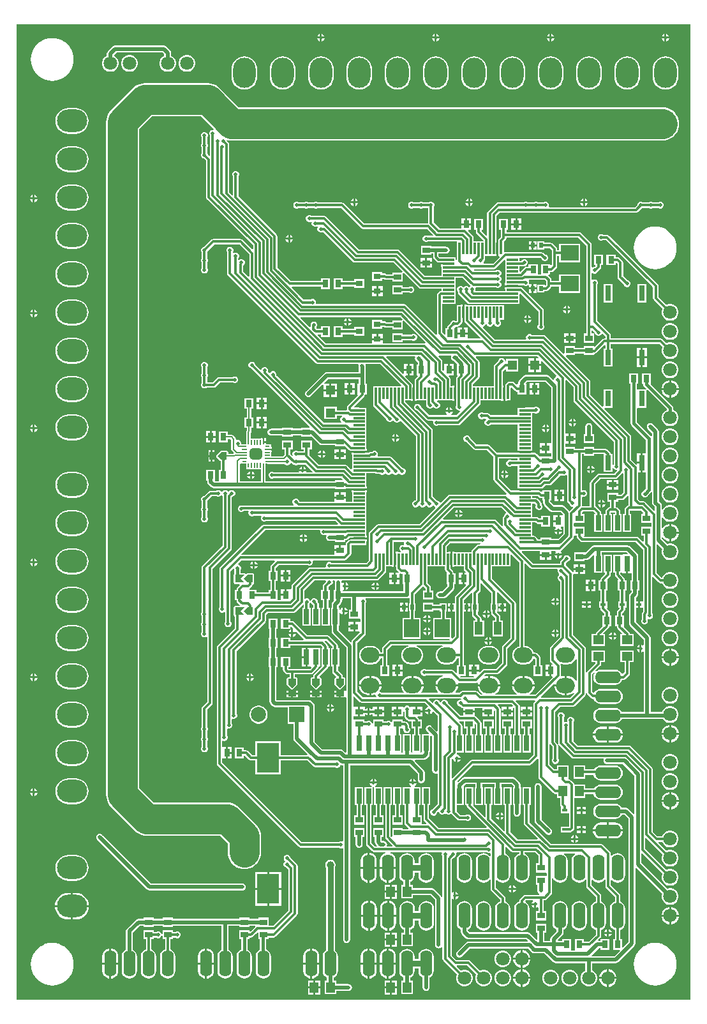
<source format=gbr>
%TF.GenerationSoftware,Altium Limited,Altium Designer,21.2.1 (34)*%
G04 Layer_Physical_Order=2*
G04 Layer_Color=11511158*
%FSLAX25Y25*%
%MOIN*%
%TF.SameCoordinates,3D92BD4A-1653-4209-B07E-4AD3ED082CDC*%
%TF.FilePolarity,Positive*%
%TF.FileFunction,Copper,L2,Bot,Signal*%
%TF.Part,Single*%
G01*
G75*
%TA.AperFunction,SMDPad,CuDef*%
%ADD10R,0.11811X0.34252*%
%ADD12R,0.34252X0.11811*%
%ADD14R,0.03150X0.03937*%
%ADD20R,0.03937X0.03150*%
%ADD21R,0.04500X0.05400*%
%ADD25R,0.05400X0.04500*%
%TA.AperFunction,Conductor*%
%ADD29C,0.01181*%
%ADD30C,0.01968*%
%ADD31C,0.01575*%
%ADD33C,0.03150*%
%ADD34C,0.00787*%
%TA.AperFunction,ComponentPad*%
%ADD37O,0.06299X0.13780*%
%ADD38C,0.07087*%
%ADD39O,0.11811X0.15748*%
%ADD40O,0.09843X0.07874*%
%ADD41O,0.13780X0.06299*%
%ADD42O,0.15748X0.11811*%
%ADD43C,0.07874*%
%ADD44R,0.07874X0.07874*%
%TA.AperFunction,ViaPad*%
%ADD45C,0.01968*%
%ADD46C,0.03937*%
%TA.AperFunction,SMDPad,CuDef*%
%ADD47R,0.03150X0.07874*%
%ADD48R,0.01181X0.03937*%
%ADD49R,0.00787X0.02362*%
%ADD50R,0.00787X0.02756*%
%ADD51R,0.02362X0.00787*%
%ADD52R,0.02756X0.00787*%
G04:AMPARAMS|DCode=53|XSize=59.06mil|YSize=64.96mil|CornerRadius=14.76mil|HoleSize=0mil|Usage=FLASHONLY|Rotation=90.000|XOffset=0mil|YOffset=0mil|HoleType=Round|Shape=RoundedRectangle|*
%AMROUNDEDRECTD53*
21,1,0.05906,0.03543,0,0,90.0*
21,1,0.02953,0.06496,0,0,90.0*
1,1,0.02953,0.01772,0.01476*
1,1,0.02953,0.01772,-0.01476*
1,1,0.02953,-0.01772,-0.01476*
1,1,0.02953,-0.01772,0.01476*
%
%ADD53ROUNDEDRECTD53*%
%ADD54R,0.09449X0.07874*%
%ADD55R,0.07874X0.09449*%
%ADD56R,0.03937X0.06693*%
%ADD57R,0.03740X0.03150*%
%ADD58R,0.02756X0.01575*%
%ADD59R,0.02756X0.07874*%
%ADD60R,0.01181X0.05906*%
%ADD61R,0.05906X0.01181*%
%ADD62R,0.03937X0.01181*%
%ADD63R,0.11811X0.15748*%
%ADD64R,0.02000X0.02500*%
%ADD65R,0.04724X0.05118*%
%ADD66R,0.05118X0.04724*%
%TA.AperFunction,Conductor*%
%ADD67C,0.15748*%
%ADD68R,0.36500X0.14200*%
%ADD69R,0.14200X0.36500*%
G36*
X353127Y1204D02*
X1204D01*
Y510607D01*
X353127D01*
Y1204D01*
D02*
G37*
%LPC*%
G36*
X340500Y505441D02*
Y504000D01*
X341941D01*
X341682Y504624D01*
X341124Y505182D01*
X340500Y505441D01*
D02*
G37*
G36*
X339500D02*
X338876Y505182D01*
X338318Y504624D01*
X338059Y504000D01*
X339500D01*
Y505441D01*
D02*
G37*
G36*
X280500D02*
Y504000D01*
X281941D01*
X281682Y504624D01*
X281124Y505182D01*
X280500Y505441D01*
D02*
G37*
G36*
X279500D02*
X278876Y505182D01*
X278318Y504624D01*
X278059Y504000D01*
X279500D01*
Y505441D01*
D02*
G37*
G36*
X220500D02*
Y504000D01*
X221941D01*
X221682Y504624D01*
X221124Y505182D01*
X220500Y505441D01*
D02*
G37*
G36*
X219500D02*
X218876Y505182D01*
X218318Y504624D01*
X218059Y504000D01*
X219500D01*
Y505441D01*
D02*
G37*
G36*
X160500D02*
Y504000D01*
X161941D01*
X161682Y504624D01*
X161124Y505182D01*
X160500Y505441D01*
D02*
G37*
G36*
X159500D02*
X158876Y505182D01*
X158318Y504624D01*
X158059Y504000D01*
X159500D01*
Y505441D01*
D02*
G37*
G36*
X341941Y503000D02*
X340500D01*
Y501559D01*
X341124Y501818D01*
X341682Y502376D01*
X341941Y503000D01*
D02*
G37*
G36*
X339500D02*
X338059D01*
X338318Y502376D01*
X338876Y501818D01*
X339500Y501559D01*
Y503000D01*
D02*
G37*
G36*
X281941D02*
X280500D01*
Y501559D01*
X281124Y501818D01*
X281682Y502376D01*
X281941Y503000D01*
D02*
G37*
G36*
X279500D02*
X278059D01*
X278318Y502376D01*
X278876Y501818D01*
X279500Y501559D01*
Y503000D01*
D02*
G37*
G36*
X221941D02*
X220500D01*
Y501559D01*
X221124Y501818D01*
X221682Y502376D01*
X221941Y503000D01*
D02*
G37*
G36*
X219500D02*
X218059D01*
X218318Y502376D01*
X218876Y501818D01*
X219500Y501559D01*
Y503000D01*
D02*
G37*
G36*
X161941D02*
X160500D01*
Y501559D01*
X161124Y501818D01*
X161682Y502376D01*
X161941Y503000D01*
D02*
G37*
G36*
X159500D02*
X158059D01*
X158318Y502376D01*
X158876Y501818D01*
X159500Y501559D01*
Y503000D01*
D02*
G37*
G36*
X90570Y494331D02*
X89430D01*
X88328Y494036D01*
X87341Y493465D01*
X86535Y492659D01*
X85964Y491672D01*
X85669Y490570D01*
Y489430D01*
X85964Y488328D01*
X86535Y487341D01*
X87341Y486535D01*
X88328Y485964D01*
X89430Y485669D01*
X90570D01*
X91672Y485964D01*
X92659Y486535D01*
X93465Y487341D01*
X94036Y488328D01*
X94331Y489430D01*
Y490570D01*
X94036Y491672D01*
X93465Y492659D01*
X92659Y493465D01*
X91672Y494036D01*
X90570Y494331D01*
D02*
G37*
G36*
X78000Y499306D02*
X52500D01*
X51809Y499169D01*
X51223Y498777D01*
X48723Y496277D01*
X48331Y495691D01*
X48194Y495000D01*
Y493958D01*
X47341Y493465D01*
X46535Y492659D01*
X45964Y491672D01*
X45669Y490570D01*
Y489430D01*
X45964Y488328D01*
X46535Y487341D01*
X47341Y486535D01*
X48328Y485964D01*
X49430Y485669D01*
X50570D01*
X51672Y485964D01*
X52659Y486535D01*
X53465Y487341D01*
X54036Y488328D01*
X54331Y489430D01*
Y490570D01*
X54036Y491672D01*
X53465Y492659D01*
X52659Y493465D01*
X52026Y493831D01*
X51968Y494413D01*
X53248Y495694D01*
X77252D01*
X78194Y494752D01*
Y493958D01*
X77341Y493465D01*
X76535Y492659D01*
X75964Y491672D01*
X75669Y490570D01*
Y489430D01*
X75964Y488328D01*
X76535Y487341D01*
X77341Y486535D01*
X78328Y485964D01*
X79430Y485669D01*
X80570D01*
X81672Y485964D01*
X82659Y486535D01*
X83465Y487341D01*
X84036Y488328D01*
X84331Y489430D01*
Y490570D01*
X84036Y491672D01*
X83465Y492659D01*
X82659Y493465D01*
X81806Y493958D01*
Y495500D01*
X81669Y496191D01*
X81277Y496777D01*
X79277Y498777D01*
X78691Y499169D01*
X78000Y499306D01*
D02*
G37*
G36*
X60570Y494331D02*
X59430D01*
X58328Y494036D01*
X57341Y493465D01*
X56535Y492659D01*
X55964Y491672D01*
X55669Y490570D01*
Y489430D01*
X55964Y488328D01*
X56535Y487341D01*
X57341Y486535D01*
X58328Y485964D01*
X59430Y485669D01*
X60570D01*
X61672Y485964D01*
X62659Y486535D01*
X63465Y487341D01*
X64036Y488328D01*
X64331Y489430D01*
Y490570D01*
X64036Y491672D01*
X63465Y492659D01*
X62659Y493465D01*
X61672Y494036D01*
X60570Y494331D01*
D02*
G37*
G36*
X19685Y503290D02*
X17939Y503153D01*
X16235Y502744D01*
X14616Y502073D01*
X13123Y501158D01*
X11791Y500020D01*
X10653Y498688D01*
X9737Y497194D01*
X9067Y495576D01*
X8658Y493872D01*
X8521Y492126D01*
X8658Y490379D01*
X9067Y488676D01*
X9737Y487057D01*
X10653Y485564D01*
X11791Y484232D01*
X13123Y483094D01*
X14616Y482178D01*
X16235Y481508D01*
X17939Y481099D01*
X19685Y480962D01*
X21431Y481099D01*
X23135Y481508D01*
X24754Y482178D01*
X26247Y483094D01*
X27579Y484232D01*
X28717Y485564D01*
X29632Y487057D01*
X30303Y488676D01*
X30712Y490379D01*
X30849Y492126D01*
X30712Y493872D01*
X30303Y495576D01*
X29632Y497194D01*
X28717Y498688D01*
X27579Y500020D01*
X26247Y501158D01*
X24754Y502073D01*
X23135Y502744D01*
X21431Y503153D01*
X19685Y503290D01*
D02*
G37*
G36*
X340000Y493694D02*
X338688Y493565D01*
X337426Y493182D01*
X336264Y492560D01*
X335244Y491724D01*
X334408Y490705D01*
X333787Y489542D01*
X333404Y488280D01*
X333275Y486969D01*
Y483032D01*
X333404Y481719D01*
X333787Y480458D01*
X334408Y479295D01*
X335244Y478276D01*
X336264Y477440D01*
X337426Y476818D01*
X338688Y476435D01*
X340000Y476306D01*
X341312Y476435D01*
X342574Y476818D01*
X343736Y477440D01*
X344756Y478276D01*
X345592Y479295D01*
X346213Y480458D01*
X346596Y481719D01*
X346725Y483032D01*
Y486969D01*
X346596Y488280D01*
X346213Y489542D01*
X345592Y490705D01*
X344756Y491724D01*
X343736Y492560D01*
X342574Y493182D01*
X341312Y493565D01*
X340000Y493694D01*
D02*
G37*
G36*
X320000D02*
X318688Y493565D01*
X317426Y493182D01*
X316264Y492560D01*
X315245Y491724D01*
X314408Y490705D01*
X313787Y489542D01*
X313404Y488280D01*
X313275Y486969D01*
Y483032D01*
X313404Y481719D01*
X313787Y480458D01*
X314408Y479295D01*
X315245Y478276D01*
X316264Y477440D01*
X317426Y476818D01*
X318688Y476435D01*
X320000Y476306D01*
X321312Y476435D01*
X322574Y476818D01*
X323736Y477440D01*
X324756Y478276D01*
X325592Y479295D01*
X326213Y480458D01*
X326596Y481719D01*
X326725Y483032D01*
Y486969D01*
X326596Y488280D01*
X326213Y489542D01*
X325592Y490705D01*
X324756Y491724D01*
X323736Y492560D01*
X322574Y493182D01*
X321312Y493565D01*
X320000Y493694D01*
D02*
G37*
G36*
X300000D02*
X298688Y493565D01*
X297426Y493182D01*
X296264Y492560D01*
X295245Y491724D01*
X294408Y490705D01*
X293787Y489542D01*
X293404Y488280D01*
X293275Y486969D01*
Y483032D01*
X293404Y481719D01*
X293787Y480458D01*
X294408Y479295D01*
X295245Y478276D01*
X296264Y477440D01*
X297426Y476818D01*
X298688Y476435D01*
X300000Y476306D01*
X301312Y476435D01*
X302574Y476818D01*
X303736Y477440D01*
X304755Y478276D01*
X305592Y479295D01*
X306213Y480458D01*
X306596Y481719D01*
X306725Y483032D01*
Y486969D01*
X306596Y488280D01*
X306213Y489542D01*
X305592Y490705D01*
X304755Y491724D01*
X303736Y492560D01*
X302574Y493182D01*
X301312Y493565D01*
X300000Y493694D01*
D02*
G37*
G36*
X280000D02*
X278688Y493565D01*
X277426Y493182D01*
X276264Y492560D01*
X275244Y491724D01*
X274408Y490705D01*
X273787Y489542D01*
X273404Y488280D01*
X273275Y486969D01*
Y483032D01*
X273404Y481719D01*
X273787Y480458D01*
X274408Y479295D01*
X275244Y478276D01*
X276264Y477440D01*
X277426Y476818D01*
X278688Y476435D01*
X280000Y476306D01*
X281312Y476435D01*
X282574Y476818D01*
X283736Y477440D01*
X284755Y478276D01*
X285592Y479295D01*
X286213Y480458D01*
X286596Y481719D01*
X286725Y483032D01*
Y486969D01*
X286596Y488280D01*
X286213Y489542D01*
X285592Y490705D01*
X284755Y491724D01*
X283736Y492560D01*
X282574Y493182D01*
X281312Y493565D01*
X280000Y493694D01*
D02*
G37*
G36*
X260000D02*
X258688Y493565D01*
X257426Y493182D01*
X256264Y492560D01*
X255244Y491724D01*
X254408Y490705D01*
X253787Y489542D01*
X253404Y488280D01*
X253275Y486969D01*
Y483032D01*
X253404Y481719D01*
X253787Y480458D01*
X254408Y479295D01*
X255244Y478276D01*
X256264Y477440D01*
X257426Y476818D01*
X258688Y476435D01*
X260000Y476306D01*
X261312Y476435D01*
X262574Y476818D01*
X263736Y477440D01*
X264756Y478276D01*
X265592Y479295D01*
X266213Y480458D01*
X266596Y481719D01*
X266725Y483032D01*
Y486969D01*
X266596Y488280D01*
X266213Y489542D01*
X265592Y490705D01*
X264756Y491724D01*
X263736Y492560D01*
X262574Y493182D01*
X261312Y493565D01*
X260000Y493694D01*
D02*
G37*
G36*
X240000D02*
X238688Y493565D01*
X237426Y493182D01*
X236264Y492560D01*
X235244Y491724D01*
X234408Y490705D01*
X233787Y489542D01*
X233404Y488280D01*
X233275Y486969D01*
Y483032D01*
X233404Y481719D01*
X233787Y480458D01*
X234408Y479295D01*
X235244Y478276D01*
X236264Y477440D01*
X237426Y476818D01*
X238688Y476435D01*
X240000Y476306D01*
X241312Y476435D01*
X242574Y476818D01*
X243736Y477440D01*
X244756Y478276D01*
X245592Y479295D01*
X246213Y480458D01*
X246596Y481719D01*
X246725Y483032D01*
Y486969D01*
X246596Y488280D01*
X246213Y489542D01*
X245592Y490705D01*
X244756Y491724D01*
X243736Y492560D01*
X242574Y493182D01*
X241312Y493565D01*
X240000Y493694D01*
D02*
G37*
G36*
X220000D02*
X218688Y493565D01*
X217426Y493182D01*
X216264Y492560D01*
X215245Y491724D01*
X214408Y490705D01*
X213787Y489542D01*
X213404Y488280D01*
X213275Y486969D01*
Y483032D01*
X213404Y481719D01*
X213787Y480458D01*
X214408Y479295D01*
X215245Y478276D01*
X216264Y477440D01*
X217426Y476818D01*
X218688Y476435D01*
X220000Y476306D01*
X221312Y476435D01*
X222574Y476818D01*
X223736Y477440D01*
X224756Y478276D01*
X225592Y479295D01*
X226213Y480458D01*
X226596Y481719D01*
X226725Y483032D01*
Y486969D01*
X226596Y488280D01*
X226213Y489542D01*
X225592Y490705D01*
X224756Y491724D01*
X223736Y492560D01*
X222574Y493182D01*
X221312Y493565D01*
X220000Y493694D01*
D02*
G37*
G36*
X200000D02*
X198688Y493565D01*
X197426Y493182D01*
X196264Y492560D01*
X195245Y491724D01*
X194408Y490705D01*
X193787Y489542D01*
X193404Y488280D01*
X193275Y486969D01*
Y483032D01*
X193404Y481719D01*
X193787Y480458D01*
X194408Y479295D01*
X195245Y478276D01*
X196264Y477440D01*
X197426Y476818D01*
X198688Y476435D01*
X200000Y476306D01*
X201312Y476435D01*
X202574Y476818D01*
X203736Y477440D01*
X204755Y478276D01*
X205592Y479295D01*
X206213Y480458D01*
X206596Y481719D01*
X206725Y483032D01*
Y486969D01*
X206596Y488280D01*
X206213Y489542D01*
X205592Y490705D01*
X204755Y491724D01*
X203736Y492560D01*
X202574Y493182D01*
X201312Y493565D01*
X200000Y493694D01*
D02*
G37*
G36*
X180000D02*
X178688Y493565D01*
X177426Y493182D01*
X176264Y492560D01*
X175244Y491724D01*
X174408Y490705D01*
X173787Y489542D01*
X173404Y488280D01*
X173275Y486969D01*
Y483032D01*
X173404Y481719D01*
X173787Y480458D01*
X174408Y479295D01*
X175244Y478276D01*
X176264Y477440D01*
X177426Y476818D01*
X178688Y476435D01*
X180000Y476306D01*
X181312Y476435D01*
X182574Y476818D01*
X183736Y477440D01*
X184756Y478276D01*
X185592Y479295D01*
X186213Y480458D01*
X186596Y481719D01*
X186725Y483032D01*
Y486969D01*
X186596Y488280D01*
X186213Y489542D01*
X185592Y490705D01*
X184756Y491724D01*
X183736Y492560D01*
X182574Y493182D01*
X181312Y493565D01*
X180000Y493694D01*
D02*
G37*
G36*
X160000D02*
X158688Y493565D01*
X157426Y493182D01*
X156264Y492560D01*
X155245Y491724D01*
X154408Y490705D01*
X153787Y489542D01*
X153404Y488280D01*
X153275Y486969D01*
Y483032D01*
X153404Y481719D01*
X153787Y480458D01*
X154408Y479295D01*
X155245Y478276D01*
X156264Y477440D01*
X157426Y476818D01*
X158688Y476435D01*
X160000Y476306D01*
X161312Y476435D01*
X162574Y476818D01*
X163736Y477440D01*
X164755Y478276D01*
X165592Y479295D01*
X166213Y480458D01*
X166596Y481719D01*
X166725Y483032D01*
Y486969D01*
X166596Y488280D01*
X166213Y489542D01*
X165592Y490705D01*
X164755Y491724D01*
X163736Y492560D01*
X162574Y493182D01*
X161312Y493565D01*
X160000Y493694D01*
D02*
G37*
G36*
X140000D02*
X138688Y493565D01*
X137426Y493182D01*
X136264Y492560D01*
X135245Y491724D01*
X134408Y490705D01*
X133787Y489542D01*
X133404Y488280D01*
X133275Y486969D01*
Y483032D01*
X133404Y481719D01*
X133787Y480458D01*
X134408Y479295D01*
X135245Y478276D01*
X136264Y477440D01*
X137426Y476818D01*
X138688Y476435D01*
X140000Y476306D01*
X141312Y476435D01*
X142574Y476818D01*
X143736Y477440D01*
X144755Y478276D01*
X145592Y479295D01*
X146213Y480458D01*
X146596Y481719D01*
X146725Y483032D01*
Y486969D01*
X146596Y488280D01*
X146213Y489542D01*
X145592Y490705D01*
X144755Y491724D01*
X143736Y492560D01*
X142574Y493182D01*
X141312Y493565D01*
X140000Y493694D01*
D02*
G37*
G36*
X120000D02*
X118688Y493565D01*
X117426Y493182D01*
X116264Y492560D01*
X115244Y491724D01*
X114408Y490705D01*
X113787Y489542D01*
X113404Y488280D01*
X113275Y486969D01*
Y483032D01*
X113404Y481719D01*
X113787Y480458D01*
X114408Y479295D01*
X115244Y478276D01*
X116264Y477440D01*
X117426Y476818D01*
X118688Y476435D01*
X120000Y476306D01*
X121312Y476435D01*
X122574Y476818D01*
X123736Y477440D01*
X124756Y478276D01*
X125592Y479295D01*
X126213Y480458D01*
X126596Y481719D01*
X126725Y483032D01*
Y486969D01*
X126596Y488280D01*
X126213Y489542D01*
X125592Y490705D01*
X124756Y491724D01*
X123736Y492560D01*
X122574Y493182D01*
X121312Y493565D01*
X120000Y493694D01*
D02*
G37*
G36*
X31969Y466725D02*
X28032D01*
X26719Y466596D01*
X25458Y466213D01*
X24295Y465592D01*
X23276Y464755D01*
X22440Y463736D01*
X21818Y462574D01*
X21435Y461312D01*
X21306Y460000D01*
X21435Y458688D01*
X21818Y457426D01*
X22440Y456264D01*
X23276Y455244D01*
X24295Y454408D01*
X25458Y453787D01*
X26719Y453404D01*
X28032Y453275D01*
X31969D01*
X33281Y453404D01*
X34542Y453787D01*
X35705Y454408D01*
X36724Y455244D01*
X37560Y456264D01*
X38182Y457426D01*
X38565Y458688D01*
X38694Y460000D01*
X38565Y461312D01*
X38182Y462574D01*
X37560Y463736D01*
X36724Y464755D01*
X35705Y465592D01*
X34542Y466213D01*
X33281Y466596D01*
X31969Y466725D01*
D02*
G37*
G36*
X68000Y479688D02*
X66641Y479581D01*
X65315Y479263D01*
X64056Y478741D01*
X62893Y478029D01*
X61857Y477143D01*
X50357Y465644D01*
X49471Y464607D01*
X48759Y463444D01*
X48237Y462185D01*
X47919Y460859D01*
X47812Y459500D01*
Y108000D01*
X47919Y106641D01*
X48237Y105315D01*
X48759Y104056D01*
X49471Y102893D01*
X50357Y101857D01*
X62857Y89356D01*
X63893Y88471D01*
X65056Y87759D01*
X66315Y87237D01*
X67641Y86919D01*
X69000Y86812D01*
X107401D01*
X111312Y82901D01*
Y78000D01*
X111419Y76641D01*
X111737Y75315D01*
X112259Y74056D01*
X112971Y72893D01*
X113856Y71856D01*
X114893Y70971D01*
X116056Y70259D01*
X117315Y69737D01*
X118641Y69419D01*
X120000Y69312D01*
X121359Y69419D01*
X122685Y69737D01*
X123944Y70259D01*
X125107Y70971D01*
X126144Y71856D01*
X127029Y72893D01*
X127741Y74056D01*
X128263Y75315D01*
X128581Y76641D01*
X128688Y78000D01*
Y83000D01*
Y86500D01*
X128581Y87859D01*
X128263Y89185D01*
X127741Y90444D01*
X127029Y91607D01*
X126144Y92643D01*
X117143Y101644D01*
X116107Y102529D01*
X114944Y103241D01*
X113685Y103763D01*
X112359Y104081D01*
X111000Y104188D01*
X72599D01*
X65188Y111599D01*
Y455901D01*
X71599Y462312D01*
X97401D01*
X103969Y455745D01*
X103951Y455671D01*
X103718Y455272D01*
X103148D01*
X102496Y455002D01*
X101998Y454504D01*
X101728Y453852D01*
Y453148D01*
X101998Y452496D01*
X102095Y452399D01*
Y441856D01*
X101622Y441660D01*
X100951Y442331D01*
Y442469D01*
X100681Y443120D01*
X100584Y443217D01*
Y446134D01*
X100681Y446231D01*
X100951Y446882D01*
Y447587D01*
X100681Y448238D01*
X100584Y448335D01*
Y451252D01*
X100681Y451349D01*
X100951Y452000D01*
Y452705D01*
X100681Y453356D01*
X100183Y453854D01*
X99532Y454124D01*
X98827D01*
X98176Y453854D01*
X97677Y453356D01*
X97407Y452705D01*
Y452000D01*
X97677Y451349D01*
X97774Y451252D01*
Y448335D01*
X97677Y448238D01*
X97407Y447587D01*
Y446882D01*
X97677Y446231D01*
X97774Y446134D01*
Y443217D01*
X97677Y443120D01*
X97407Y442469D01*
Y441764D01*
X97677Y441113D01*
X98176Y440614D01*
X98827Y440344D01*
X98964D01*
X100127Y439182D01*
Y420185D01*
X100233Y419647D01*
X100538Y419191D01*
X124627Y395103D01*
Y393029D01*
X124154Y392833D01*
X118993Y397993D01*
X118538Y398298D01*
X118000Y398405D01*
X103827D01*
X103289Y398298D01*
X102833Y397993D01*
X98964Y394124D01*
X98827D01*
X98176Y393854D01*
X97677Y393356D01*
X97407Y392705D01*
Y392000D01*
X97677Y391349D01*
X97774Y391252D01*
Y388335D01*
X97677Y388238D01*
X97407Y387587D01*
Y386882D01*
X97677Y386231D01*
X97774Y386134D01*
Y383217D01*
X97677Y383120D01*
X97407Y382469D01*
Y381764D01*
X97677Y381113D01*
X98176Y380614D01*
X98827Y380345D01*
X99532D01*
X100183Y380614D01*
X100681Y381113D01*
X100951Y381764D01*
Y382469D01*
X100681Y383120D01*
X100584Y383217D01*
Y386134D01*
X100681Y386231D01*
X100951Y386882D01*
Y387587D01*
X100681Y388238D01*
X100584Y388335D01*
Y391252D01*
X100681Y391349D01*
X100951Y392000D01*
Y392137D01*
X104409Y395595D01*
X117418D01*
X122658Y390355D01*
Y378930D01*
X122185Y378734D01*
X119405Y381514D01*
Y384457D01*
X119504Y384498D01*
X120002Y384996D01*
X120272Y385648D01*
Y386352D01*
X120002Y387004D01*
X119504Y387502D01*
X118852Y387772D01*
X118148D01*
X117496Y387502D01*
X117309Y387314D01*
X116797Y387526D01*
Y388291D01*
X117002Y388496D01*
X117272Y389148D01*
Y389852D01*
X117002Y390504D01*
X116504Y391002D01*
X115852Y391272D01*
X115148D01*
X114675Y391076D01*
X114500Y391101D01*
X114218Y391239D01*
X114106Y391335D01*
X114048Y391607D01*
X114272Y392148D01*
Y392852D01*
X114002Y393504D01*
X113504Y394002D01*
X112852Y394272D01*
X112148D01*
X111496Y394002D01*
X110998Y393504D01*
X110728Y392852D01*
Y392148D01*
X110998Y391496D01*
X111095Y391400D01*
Y380500D01*
X111202Y379962D01*
X111506Y379507D01*
X157507Y333507D01*
X157962Y333202D01*
X158500Y333095D01*
X179482D01*
X179489Y333091D01*
X179613Y332946D01*
X179810Y332583D01*
X179796Y332517D01*
X179728Y332352D01*
Y332174D01*
X179694Y332000D01*
X179728Y331825D01*
Y331648D01*
X179788Y331504D01*
Y328806D01*
X162969D01*
X162278Y328669D01*
X161692Y328277D01*
X152270Y318856D01*
X152172Y318708D01*
X152046Y318582D01*
X151978Y318418D01*
X151879Y318270D01*
X151844Y318095D01*
X151776Y317931D01*
Y317753D01*
X151741Y317579D01*
X151776Y317404D01*
Y317226D01*
X151844Y317062D01*
X151879Y316887D01*
X151978Y316740D01*
X152046Y316575D01*
X152172Y316449D01*
X152270Y316301D01*
X152418Y316202D01*
X152544Y316077D01*
X152709Y316009D01*
X152857Y315910D01*
X153031Y315875D01*
X153195Y315807D01*
X153373D01*
X153548Y315772D01*
X153722Y315807D01*
X153900D01*
X154065Y315875D01*
X154239Y315910D01*
X154387Y316009D01*
X154551Y316077D01*
X154677Y316202D01*
X154825Y316301D01*
X160929Y322406D01*
X161441Y322193D01*
Y319811D01*
X164500D01*
Y322673D01*
X161921D01*
X161709Y323185D01*
X163717Y325194D01*
X179788D01*
Y322756D01*
X179232D01*
Y317244D01*
X179232D01*
X179386Y316873D01*
X174075Y311562D01*
X173770Y311106D01*
X173663Y310568D01*
Y309590D01*
X173698Y309417D01*
X173300Y308905D01*
X168347D01*
Y310650D01*
X161653D01*
Y304350D01*
X168347D01*
Y306095D01*
X171091D01*
X171193Y305583D01*
X170996Y305502D01*
X170498Y305004D01*
X170228Y304352D01*
Y303648D01*
X170498Y302996D01*
X170641Y302854D01*
X170429Y302342D01*
X161713D01*
X136834Y327221D01*
Y327915D01*
X136564Y328566D01*
X136066Y329064D01*
X135415Y329334D01*
X134710D01*
X134059Y329064D01*
X133560Y328566D01*
X133486Y328386D01*
X132984Y328287D01*
X132281Y328990D01*
X132467Y329437D01*
Y330142D01*
X132197Y330793D01*
X131699Y331292D01*
X131047Y331561D01*
X130343D01*
X129692Y331292D01*
X129193Y330793D01*
X128966Y330245D01*
X128451Y330036D01*
X125772Y332715D01*
Y332852D01*
X125502Y333504D01*
X125004Y334002D01*
X124352Y334272D01*
X123648D01*
X122996Y334002D01*
X122498Y333504D01*
X122228Y332852D01*
Y332148D01*
X122498Y331496D01*
X122996Y330998D01*
X123648Y330728D01*
X123785D01*
X154178Y300335D01*
X153982Y299862D01*
X149744D01*
Y299306D01*
X145256D01*
Y299862D01*
X139744D01*
Y299306D01*
X133936D01*
X133762Y299272D01*
X133584D01*
X133420Y299204D01*
X133245Y299169D01*
X133097Y299070D01*
X132933Y299002D01*
X132807Y298876D01*
X132659Y298777D01*
X132560Y298629D01*
X132434Y298504D01*
X132366Y298339D01*
X132268Y298191D01*
X132233Y298017D01*
X132165Y297852D01*
Y297674D01*
X132130Y297500D01*
X132165Y297325D01*
Y297148D01*
X132233Y296983D01*
X132268Y296809D01*
X132366Y296661D01*
X132434Y296496D01*
X132560Y296371D01*
X132659Y296223D01*
X132807Y296124D01*
X132933Y295998D01*
X133097Y295930D01*
X133245Y295831D01*
X133420Y295796D01*
X133584Y295728D01*
X133762D01*
X133936Y295694D01*
X139744D01*
Y295138D01*
X145256D01*
Y295694D01*
X149744D01*
Y295138D01*
X155256D01*
X155256Y295138D01*
Y295138D01*
X155619Y294826D01*
X159223Y291223D01*
X159809Y290831D01*
X160500Y290694D01*
X167244D01*
Y290138D01*
X172756D01*
X172756Y290138D01*
Y290138D01*
X173145Y289868D01*
X174794Y288219D01*
X175250Y287915D01*
X175787Y287808D01*
X176047D01*
Y287744D01*
X180000D01*
X183953D01*
Y288835D01*
X183740D01*
Y293740D01*
Y297677D01*
Y301614D01*
Y305551D01*
Y310276D01*
X180136D01*
X180000Y310303D01*
X177458D01*
X177262Y310776D01*
X182588Y316101D01*
X182892Y316557D01*
X182999Y317094D01*
Y317244D01*
X183957D01*
Y322756D01*
X183401D01*
Y327000D01*
Y331906D01*
X183266Y332583D01*
X183264Y332597D01*
X183546Y333095D01*
X190918D01*
X202044Y321969D01*
X201848Y321496D01*
X187480D01*
Y317892D01*
X187453Y317756D01*
Y311642D01*
X187560Y311104D01*
X187865Y310648D01*
X194228Y304285D01*
Y304148D01*
X194498Y303496D01*
X194996Y302998D01*
X195648Y302728D01*
X196352D01*
X197004Y302998D01*
X197502Y303496D01*
X198044Y303467D01*
X198168Y303167D01*
X198667Y302668D01*
X199318Y302399D01*
X200023D01*
X200674Y302668D01*
X201172Y303167D01*
X201247Y303346D01*
X201748Y303446D01*
X209793Y295401D01*
Y262280D01*
X209285Y261772D01*
X209148D01*
X208496Y261502D01*
X207998Y261004D01*
X207728Y260352D01*
Y259648D01*
X207998Y258996D01*
X208496Y258498D01*
X209148Y258228D01*
X209852D01*
X210504Y258498D01*
X211002Y258996D01*
X211056Y259128D01*
X211610D01*
X211665Y258996D01*
X212163Y258498D01*
X212814Y258228D01*
X213519D01*
X214170Y258498D01*
X214669Y258996D01*
X214723Y259128D01*
X215277D01*
X215331Y258996D01*
X215830Y258498D01*
X216481Y258228D01*
X217186D01*
X217837Y258498D01*
X218335Y258996D01*
X218390Y259128D01*
X218944D01*
X218998Y258996D01*
X219496Y258498D01*
X219702Y258413D01*
X219822Y257809D01*
X211418Y249405D01*
X190000D01*
X189462Y249298D01*
X189006Y248993D01*
X185506Y245493D01*
X185202Y245038D01*
X185095Y244500D01*
Y230582D01*
X183780Y229267D01*
X165601D01*
X165504Y229364D01*
X164852Y229634D01*
X164148D01*
X163496Y229364D01*
X162998Y228866D01*
X162728Y228215D01*
Y227510D01*
X162803Y227330D01*
X162518Y226905D01*
X154500D01*
X153962Y226798D01*
X153507Y226493D01*
X145007Y217993D01*
X144702Y217538D01*
X144595Y217000D01*
Y215676D01*
X144169Y215469D01*
X142094D01*
Y212500D01*
X141594D01*
Y212000D01*
X139020D01*
Y209905D01*
X137362D01*
Y215256D01*
X136405D01*
Y219744D01*
X137362D01*
Y225256D01*
X136405D01*
Y226418D01*
X138082Y228095D01*
X152900D01*
X152996Y227998D01*
X153648Y227728D01*
X154352D01*
X155004Y227998D01*
X155502Y228496D01*
X155772Y229148D01*
Y229852D01*
X155676Y230083D01*
X156018Y230595D01*
X172500D01*
X173038Y230702D01*
X173494Y231007D01*
X175494Y233007D01*
X175798Y233462D01*
X175905Y234000D01*
Y238418D01*
X176082Y238595D01*
X180000D01*
X180136Y238622D01*
X183740D01*
Y240378D01*
X183953D01*
Y241469D01*
X180000D01*
X176047D01*
Y241405D01*
X175500D01*
X174962Y241298D01*
X174506Y240993D01*
X173506Y239993D01*
X173202Y239538D01*
X173095Y239000D01*
Y238940D01*
X172968Y238480D01*
X170500D01*
Y235906D01*
X170000D01*
Y235406D01*
X167032D01*
Y233405D01*
X118616D01*
X118404Y233917D01*
X130956Y246469D01*
X159518D01*
X159803Y246043D01*
X159728Y245864D01*
Y245159D01*
X159998Y244508D01*
X160496Y244010D01*
X161148Y243740D01*
X161852D01*
X162504Y244010D01*
X162713Y243942D01*
X162790Y243824D01*
X162942Y243369D01*
X162930Y243339D01*
X162831Y243191D01*
X162796Y243017D01*
X162728Y242852D01*
Y242674D01*
X162694Y242500D01*
X162728Y242325D01*
Y242148D01*
X162796Y241983D01*
X162831Y241809D01*
X162930Y241661D01*
X162998Y241496D01*
X163124Y241371D01*
X163223Y241223D01*
X163371Y241124D01*
X163496Y240998D01*
X163661Y240930D01*
X163809Y240831D01*
X163983Y240796D01*
X164148Y240728D01*
X164325D01*
X164500Y240694D01*
X167244D01*
Y240138D01*
X172756D01*
Y241095D01*
X173000D01*
X173538Y241202D01*
X173994Y241507D01*
X175019Y242532D01*
X176047D01*
Y242469D01*
X180000D01*
X183953D01*
Y243559D01*
X183740D01*
Y246496D01*
Y250433D01*
Y254370D01*
Y258307D01*
Y262244D01*
Y265969D01*
X183953D01*
Y267059D01*
X180000D01*
X176047D01*
Y265969D01*
X176260D01*
Y261090D01*
X172968D01*
Y262906D01*
X170000D01*
X167032D01*
Y261090D01*
X149110D01*
X148718Y261482D01*
X148502Y262004D01*
X148004Y262502D01*
X147352Y262772D01*
X146648D01*
X145996Y262502D01*
X145498Y262004D01*
X145228Y261352D01*
Y260648D01*
X145498Y259996D01*
X145861Y259633D01*
X145670Y259121D01*
X119215D01*
X118852Y259272D01*
X118148D01*
X117496Y259002D01*
X116998Y258504D01*
X116728Y257852D01*
Y257148D01*
X116998Y256496D01*
X117496Y255998D01*
X118148Y255728D01*
X118852D01*
X119504Y255998D01*
X119817Y256312D01*
X122018D01*
X122303Y255886D01*
X122228Y255707D01*
Y255002D01*
X122498Y254351D01*
X122996Y253853D01*
X123648Y253583D01*
X124352D01*
X125004Y253853D01*
X125101Y253949D01*
X128775D01*
X128971Y253438D01*
X128728Y252852D01*
Y252148D01*
X128998Y251496D01*
X129496Y250998D01*
X130148Y250728D01*
X130852D01*
X131504Y250998D01*
X131600Y251095D01*
X167634D01*
X168977Y249752D01*
X168782Y249279D01*
X130374D01*
X129836Y249172D01*
X129381Y248868D01*
X107507Y226993D01*
X107202Y226538D01*
X107095Y226000D01*
Y206101D01*
X106998Y206004D01*
X106728Y205352D01*
Y204648D01*
X106998Y203996D01*
X107496Y203498D01*
X108148Y203228D01*
X108852D01*
X109504Y203498D01*
X109554Y203548D01*
X110065Y203336D01*
Y198553D01*
X109968Y198456D01*
X109699Y197805D01*
Y197100D01*
X109968Y196449D01*
X110467Y195951D01*
X111118Y195681D01*
X111823D01*
X112474Y195951D01*
X112972Y196449D01*
X113242Y197100D01*
Y197805D01*
X112972Y198456D01*
X112875Y198553D01*
Y224888D01*
X114255Y226269D01*
X114766Y226056D01*
X114894Y225747D01*
Y223632D01*
X114751Y223536D01*
X114577Y223276D01*
X114516Y222969D01*
Y219032D01*
X114577Y218724D01*
X114751Y218464D01*
X115012Y218290D01*
X115122Y218268D01*
Y218244D01*
X115241D01*
X115319Y218229D01*
X117518D01*
X117730Y217717D01*
X116507Y216493D01*
X116202Y216038D01*
X116095Y215500D01*
Y215256D01*
X115138D01*
Y209744D01*
X116095D01*
Y209500D01*
X116202Y208962D01*
X116507Y208507D01*
X117730Y207283D01*
X117518Y206771D01*
X115319D01*
X115241Y206756D01*
X115122D01*
Y206732D01*
X115012Y206710D01*
X114751Y206536D01*
X114577Y206276D01*
X114516Y205968D01*
Y202031D01*
X114577Y201724D01*
X114751Y201464D01*
X115012Y201290D01*
X115095Y201273D01*
Y195082D01*
X106007Y185994D01*
X105702Y185538D01*
X105595Y185000D01*
Y124500D01*
X105702Y123962D01*
X106007Y123506D01*
X148506Y81007D01*
X148962Y80702D01*
X149500Y80595D01*
X169399D01*
X169496Y80498D01*
X170148Y80228D01*
X170852D01*
X171182Y80365D01*
X171694Y80023D01*
Y32500D01*
X171728Y32326D01*
Y32148D01*
X171796Y31983D01*
X171831Y31809D01*
X171930Y31661D01*
X171998Y31496D01*
X172124Y31371D01*
X172223Y31223D01*
X172371Y31124D01*
X172496Y30998D01*
X172661Y30930D01*
X172809Y30831D01*
X172983Y30796D01*
X173148Y30728D01*
X173326D01*
X173500Y30694D01*
X173674Y30728D01*
X173852D01*
X174017Y30796D01*
X174191Y30831D01*
X174339Y30930D01*
X174504Y30998D01*
X174629Y31124D01*
X174777Y31223D01*
X174876Y31371D01*
X175002Y31496D01*
X175070Y31661D01*
X175169Y31809D01*
X175204Y31983D01*
X175272Y32148D01*
Y32326D01*
X175306Y32500D01*
Y123593D01*
X206318D01*
X210694Y119217D01*
Y116000D01*
X210728Y115825D01*
Y115648D01*
X210796Y115483D01*
X210831Y115309D01*
X210930Y115161D01*
X210998Y114996D01*
X211124Y114871D01*
X211223Y114723D01*
X211371Y114624D01*
X211496Y114498D01*
X211661Y114430D01*
X211809Y114331D01*
X211983Y114296D01*
X212148Y114228D01*
X212326D01*
X212500Y114194D01*
X212674Y114228D01*
X212852D01*
X213017Y114296D01*
X213191Y114331D01*
X213339Y114430D01*
X213504Y114498D01*
X213629Y114624D01*
X213777Y114723D01*
X213876Y114871D01*
X214002Y114996D01*
X214070Y115161D01*
X214169Y115309D01*
X214204Y115483D01*
X214272Y115648D01*
Y115825D01*
X214306Y116000D01*
Y119965D01*
X214169Y120656D01*
X213777Y121242D01*
X209144Y125876D01*
X209340Y126349D01*
X213847D01*
X214538Y126486D01*
X215124Y126878D01*
X216277Y128031D01*
X216669Y128617D01*
X216806Y129308D01*
Y130335D01*
X217165D01*
Y138889D01*
X217638Y139085D01*
X218149Y138574D01*
Y121000D01*
X218184Y120826D01*
Y120648D01*
X218252Y120483D01*
X218287Y120309D01*
X218386Y120161D01*
X218454Y119996D01*
X218580Y119871D01*
X218678Y119723D01*
X218826Y119624D01*
X218952Y119498D01*
X219116Y119430D01*
X219264Y119331D01*
X219439Y119296D01*
X219603Y119228D01*
X219781D01*
X219956Y119194D01*
X220130Y119228D01*
X220308D01*
X220472Y119296D01*
X220505Y119303D01*
X220906Y119073D01*
X221017Y118963D01*
Y103217D01*
X218518Y100718D01*
X217996Y100502D01*
X217498Y100004D01*
X217228Y99352D01*
Y98648D01*
X217498Y97996D01*
X217996Y97498D01*
X218648Y97228D01*
X219352D01*
X220004Y97498D01*
X220502Y97996D01*
X220772Y98648D01*
Y98998D01*
X221214Y99440D01*
X221726Y99228D01*
Y99150D01*
X221996Y98499D01*
X222494Y98001D01*
X223145Y97731D01*
X223850D01*
X224501Y98001D01*
X224749Y98248D01*
X225066Y98459D01*
X225418Y98248D01*
X225650Y98017D01*
X226301Y97747D01*
X227006D01*
X227657Y98017D01*
X227814Y98174D01*
X228461Y98097D01*
X228553Y97960D01*
X231301Y95212D01*
X231757Y94908D01*
X232294Y94801D01*
X235613D01*
X235768Y94646D01*
X236419Y94376D01*
X237124D01*
X237775Y94646D01*
X238274Y95144D01*
X238543Y95795D01*
Y96500D01*
X238274Y97151D01*
X237775Y97650D01*
X237124Y97919D01*
X236419D01*
X235768Y97650D01*
X235729Y97610D01*
X232876D01*
X230951Y99536D01*
Y102717D01*
X234665D01*
Y112165D01*
X234665D01*
X234712Y112658D01*
X235748Y113694D01*
X240694D01*
Y112165D01*
X240335D01*
Y102717D01*
X244665D01*
Y112165D01*
X244306D01*
Y113694D01*
X250694D01*
Y112165D01*
X250335D01*
Y102717D01*
X254665D01*
Y112165D01*
X254306D01*
Y113694D01*
X259752D01*
X260694Y112752D01*
Y112165D01*
X260335D01*
Y102717D01*
X260694D01*
Y98500D01*
X260728Y98326D01*
Y98148D01*
X260796Y97983D01*
X260831Y97809D01*
X260930Y97661D01*
X260998Y97496D01*
X261124Y97371D01*
X261223Y97223D01*
X261371Y97124D01*
X261496Y96998D01*
X261661Y96930D01*
X261809Y96831D01*
X261983Y96796D01*
X262148Y96728D01*
X262326D01*
X262500Y96694D01*
X262674Y96728D01*
X262852D01*
X263017Y96796D01*
X263191Y96831D01*
X263339Y96930D01*
X263504Y96998D01*
X263629Y97124D01*
X263777Y97223D01*
X263876Y97371D01*
X264002Y97496D01*
X264070Y97661D01*
X264169Y97809D01*
X264204Y97983D01*
X264272Y98148D01*
Y98326D01*
X264306Y98500D01*
Y102717D01*
X264665D01*
Y112165D01*
X264306D01*
Y113500D01*
X264169Y114191D01*
X263777Y114777D01*
X261777Y116777D01*
X261191Y117169D01*
X260500Y117306D01*
X235000D01*
X234309Y117169D01*
X233723Y116777D01*
X231764Y114819D01*
X231213Y114991D01*
X231177Y115190D01*
X239582Y123595D01*
X269000D01*
X269538Y123702D01*
X269993Y124006D01*
X273083Y127096D01*
X273595Y126884D01*
Y117500D01*
X273702Y116962D01*
X274007Y116507D01*
X281507Y109007D01*
X281962Y108702D01*
X282500Y108595D01*
X283463D01*
Y106513D01*
X285095D01*
Y103000D01*
X285202Y102462D01*
X285453Y102087D01*
X285335Y101575D01*
X285335D01*
Y98425D01*
X289595D01*
Y91575D01*
X285335D01*
Y88425D01*
X289665D01*
Y88595D01*
X290308D01*
X290846Y88702D01*
X291302Y89007D01*
X291993Y89698D01*
X292298Y90154D01*
X292405Y90692D01*
Y106513D01*
X298037D01*
Y108595D01*
X302412D01*
X302425Y108500D01*
X302821Y107542D01*
X303452Y106720D01*
X304275Y106088D01*
X305233Y105692D01*
X306260Y105556D01*
X313741D01*
X314768Y105692D01*
X315726Y106088D01*
X316548Y106720D01*
X317179Y107542D01*
X317576Y108500D01*
X317711Y109527D01*
X317576Y110555D01*
X317179Y111513D01*
X316548Y112335D01*
X315726Y112966D01*
X314768Y113363D01*
X313741Y113498D01*
X306260D01*
X305233Y113363D01*
X304275Y112966D01*
X303452Y112335D01*
X302821Y111513D01*
X302777Y111405D01*
X298037D01*
Y113487D01*
X292405D01*
Y113500D01*
X292298Y114038D01*
X291993Y114494D01*
X290858Y115629D01*
X290402Y115933D01*
X289865Y116040D01*
X289633D01*
X289537Y116513D01*
X289537D01*
Y123487D01*
X283463D01*
Y121405D01*
X282082D01*
X279405Y124082D01*
Y134342D01*
X279917Y134497D01*
X280007Y134363D01*
X281095Y133275D01*
Y127101D01*
X280998Y127004D01*
X280728Y126352D01*
Y125648D01*
X280998Y124996D01*
X281496Y124498D01*
X282148Y124228D01*
X282852D01*
X283504Y124498D01*
X284002Y124996D01*
X284272Y125648D01*
Y126352D01*
X284002Y127004D01*
X283905Y127101D01*
Y133856D01*
X283868Y134040D01*
X284350Y134240D01*
X284507Y134007D01*
X290007Y128507D01*
X290332Y128289D01*
X291052Y127570D01*
X291507Y127265D01*
X292045Y127158D01*
X307508D01*
X307595Y127093D01*
X307812Y126724D01*
X307822Y126646D01*
X307796Y126517D01*
X307728Y126352D01*
Y126174D01*
X307694Y126000D01*
X307728Y125826D01*
Y125648D01*
X307796Y125483D01*
X307831Y125309D01*
X307930Y125161D01*
X307998Y124996D01*
X308124Y124871D01*
X308223Y124723D01*
X308371Y124624D01*
X308496Y124498D01*
X308661Y124430D01*
X308809Y124331D01*
X308983Y124296D01*
X309148Y124228D01*
X309326D01*
X309500Y124194D01*
X317843D01*
X323831Y118206D01*
Y98447D01*
X323320Y98235D01*
X320777Y100777D01*
X320191Y101169D01*
X319500Y101306D01*
X317265D01*
X317179Y101513D01*
X316548Y102335D01*
X315726Y102966D01*
X314768Y103363D01*
X313741Y103498D01*
X306260D01*
X305233Y103363D01*
X304275Y102966D01*
X303452Y102335D01*
X302821Y101513D01*
X302425Y100555D01*
X302289Y99527D01*
X302425Y98500D01*
X302821Y97542D01*
X303452Y96719D01*
X304275Y96088D01*
X305233Y95692D01*
X306260Y95556D01*
X313741D01*
X314768Y95692D01*
X315726Y96088D01*
X316548Y96719D01*
X317179Y97542D01*
X317242Y97694D01*
X318752D01*
X320694Y95752D01*
Y31188D01*
X317835Y28329D01*
X317362Y28525D01*
Y32756D01*
X316405D01*
Y37580D01*
X316986Y37821D01*
X317808Y38452D01*
X318439Y39274D01*
X318836Y40232D01*
X318971Y41260D01*
Y48740D01*
X318836Y49768D01*
X318439Y50726D01*
X317808Y51548D01*
X316986Y52179D01*
X316405Y52420D01*
Y55500D01*
X316298Y56038D01*
X315993Y56494D01*
X311472Y61015D01*
Y63550D01*
X311984Y63723D01*
X312192Y63452D01*
X313015Y62821D01*
X313972Y62424D01*
X315000Y62289D01*
X316028Y62424D01*
X316986Y62821D01*
X317808Y63452D01*
X318439Y64274D01*
X318836Y65232D01*
X318971Y66260D01*
Y73740D01*
X318836Y74768D01*
X318439Y75726D01*
X317808Y76548D01*
X316986Y77179D01*
X316028Y77576D01*
X315000Y77711D01*
X313972Y77576D01*
X313015Y77179D01*
X312192Y76548D01*
X311984Y76277D01*
X311472Y76451D01*
Y77341D01*
X311365Y77878D01*
X311061Y78334D01*
X307401Y81993D01*
X306946Y82298D01*
X306408Y82405D01*
X280366D01*
X268905Y93866D01*
Y102717D01*
X269665D01*
Y112165D01*
X265335D01*
Y102717D01*
X266095D01*
Y93284D01*
X266202Y92746D01*
X266507Y92291D01*
X273419Y85378D01*
X273223Y84905D01*
X262650D01*
X258905Y88650D01*
Y102717D01*
X259665D01*
Y112165D01*
X255335D01*
Y102717D01*
X256095D01*
Y89344D01*
X255622Y89149D01*
X248905Y95866D01*
Y102717D01*
X249665D01*
Y112165D01*
X245335D01*
Y102717D01*
X246095D01*
Y96561D01*
X245622Y96365D01*
X239550Y102437D01*
X239665Y102717D01*
X239665D01*
Y112165D01*
X235335D01*
Y102717D01*
X236171D01*
Y102424D01*
X236278Y101887D01*
X236582Y101431D01*
X246635Y91378D01*
X246439Y90905D01*
X221582D01*
X216405Y96082D01*
Y102776D01*
X217165D01*
Y112224D01*
X212835D01*
Y102776D01*
X213595D01*
Y95500D01*
X213702Y94962D01*
X214007Y94507D01*
X215135Y93378D01*
X214939Y92905D01*
X212756D01*
Y97362D01*
X211405D01*
Y102776D01*
X212165D01*
Y112224D01*
X209029D01*
X208927Y112736D01*
X209124Y112818D01*
X209682Y113376D01*
X209941Y114000D01*
X206059D01*
X206318Y113376D01*
X206876Y112818D01*
X207073Y112736D01*
X206971Y112224D01*
X206689Y112224D01*
X206689Y112224D01*
X206687Y112224D01*
X202835D01*
Y102776D01*
X203595D01*
Y93500D01*
X203702Y92962D01*
X204007Y92507D01*
X205795Y90719D01*
X205582Y90207D01*
X202755D01*
Y90758D01*
X197243D01*
Y86467D01*
X196792Y86280D01*
X196405Y86597D01*
Y102776D01*
X197165D01*
Y112224D01*
X192835D01*
Y102776D01*
X193595D01*
Y86000D01*
X193702Y85462D01*
X194007Y85007D01*
X197497Y81516D01*
X197302Y81043D01*
X194800D01*
X194681Y81141D01*
X194489Y81524D01*
X194491Y81555D01*
X194521Y81704D01*
X194589Y81869D01*
Y82047D01*
X194623Y82221D01*
X194589Y82396D01*
Y82574D01*
X194521Y82738D01*
X194486Y82912D01*
X194387Y83060D01*
X194319Y83225D01*
X194193Y83350D01*
X194094Y83499D01*
X193946Y83597D01*
X193821Y83723D01*
X193656Y83791D01*
X193508Y83890D01*
X193334Y83925D01*
X193169Y83993D01*
X192991D01*
X192817Y84027D01*
X191901D01*
X191806Y84123D01*
Y86033D01*
X192755D01*
Y90758D01*
X187243D01*
Y86033D01*
X188193D01*
Y83374D01*
X188330Y82683D01*
X188722Y82097D01*
X189304Y81516D01*
X189108Y81043D01*
X188444D01*
X186405Y83082D01*
Y102776D01*
X187165D01*
Y111979D01*
X187500Y112177D01*
X187835Y111979D01*
Y102776D01*
X188595D01*
Y97352D01*
X187243D01*
Y92628D01*
X192755D01*
Y97352D01*
X191405D01*
Y102776D01*
X192165D01*
Y112224D01*
X188529D01*
X188427Y112736D01*
X188624Y112818D01*
X189182Y113376D01*
X189441Y114000D01*
X185559D01*
X185818Y113376D01*
X186376Y112818D01*
X186573Y112736D01*
X186471Y112224D01*
X182835D01*
Y102776D01*
X183595D01*
Y82500D01*
X183702Y81962D01*
X184007Y81507D01*
X186869Y78644D01*
X187325Y78340D01*
X187862Y78233D01*
X193665D01*
X193767Y77721D01*
X192907Y77365D01*
X192041Y76700D01*
X191375Y75833D01*
X190957Y74823D01*
X190815Y73740D01*
Y70500D01*
X195000D01*
X199185D01*
Y73740D01*
X199043Y74823D01*
X198625Y75833D01*
X197959Y76700D01*
X197093Y77365D01*
X196233Y77721D01*
X196335Y78233D01*
X223059D01*
X223381Y77721D01*
X223228Y77352D01*
Y76648D01*
X223498Y75996D01*
X223563Y75932D01*
Y55023D01*
X223051Y54868D01*
X222777Y55277D01*
X219277Y58777D01*
X218691Y59169D01*
X218000Y59306D01*
X208037D01*
Y60987D01*
X206806D01*
Y62747D01*
X206985Y62821D01*
X207808Y63452D01*
X208439Y64274D01*
X208836Y65232D01*
X208971Y66260D01*
Y67617D01*
X211029D01*
Y66260D01*
X211164Y65232D01*
X211561Y64274D01*
X212192Y63452D01*
X213015Y62821D01*
X213972Y62424D01*
X215000Y62289D01*
X216028Y62424D01*
X216986Y62821D01*
X217808Y63452D01*
X218439Y64274D01*
X218836Y65232D01*
X218971Y66260D01*
Y73740D01*
X218836Y74768D01*
X218439Y75726D01*
X217808Y76548D01*
X216986Y77179D01*
X216028Y77576D01*
X215000Y77711D01*
X213972Y77576D01*
X213015Y77179D01*
X212192Y76548D01*
X211561Y75726D01*
X211164Y74768D01*
X211029Y73740D01*
Y72383D01*
X208971D01*
Y73740D01*
X208836Y74768D01*
X208439Y75726D01*
X207808Y76548D01*
X206985Y77179D01*
X206028Y77576D01*
X205000Y77711D01*
X203972Y77576D01*
X203014Y77179D01*
X202192Y76548D01*
X201561Y75726D01*
X201164Y74768D01*
X201029Y73740D01*
Y66260D01*
X201164Y65232D01*
X201561Y64274D01*
X202192Y63452D01*
X203014Y62821D01*
X203194Y62747D01*
Y60987D01*
X201963D01*
Y54013D01*
X208037D01*
Y55694D01*
X217252D01*
X219694Y53252D01*
Y29744D01*
X219728Y29570D01*
Y29392D01*
X219796Y29227D01*
X219831Y29053D01*
X219930Y28905D01*
X219998Y28741D01*
X220124Y28615D01*
X220223Y28467D01*
X220371Y28368D01*
X220496Y28242D01*
X220661Y28174D01*
X220809Y28075D01*
X220983Y28041D01*
X221148Y27972D01*
X221325D01*
X221500Y27938D01*
X221674Y27972D01*
X221852D01*
X222017Y28041D01*
X222191Y28075D01*
X222339Y28174D01*
X222504Y28242D01*
X222629Y28368D01*
X222777Y28467D01*
X222876Y28615D01*
X223002Y28741D01*
X223070Y28905D01*
X223563Y28721D01*
Y22532D01*
X223670Y21995D01*
X223974Y21539D01*
X231102Y14411D01*
X230964Y14172D01*
X230669Y13070D01*
Y11930D01*
X230964Y10828D01*
X231535Y9841D01*
X232341Y9035D01*
X233328Y8464D01*
X234430Y8169D01*
X235570D01*
X236672Y8464D01*
X237659Y9035D01*
X238465Y9841D01*
X239036Y10828D01*
X239331Y11930D01*
Y13070D01*
X239036Y14172D01*
X238465Y15159D01*
X237659Y15965D01*
X236672Y16536D01*
X235570Y16831D01*
X234430D01*
X233328Y16536D01*
X233089Y16398D01*
X230987Y18500D01*
X231182Y18973D01*
X236540D01*
X241102Y14411D01*
X240964Y14172D01*
X240669Y13070D01*
Y11930D01*
X240964Y10828D01*
X241535Y9841D01*
X242341Y9035D01*
X243328Y8464D01*
X244430Y8169D01*
X245570D01*
X246672Y8464D01*
X247659Y9035D01*
X248465Y9841D01*
X249036Y10828D01*
X249331Y11930D01*
Y13070D01*
X249036Y14172D01*
X248465Y15159D01*
X247659Y15965D01*
X246672Y16536D01*
X245570Y16831D01*
X244430D01*
X243328Y16536D01*
X243089Y16398D01*
X238115Y21372D01*
X237660Y21676D01*
X237122Y21783D01*
X230844D01*
X228341Y24286D01*
Y53684D01*
X228814Y53880D01*
X228876Y53818D01*
X229500Y53559D01*
Y55500D01*
Y57441D01*
X228876Y57182D01*
X228814Y57120D01*
X228341Y57316D01*
Y74354D01*
X229215Y75228D01*
X229352D01*
X230004Y75498D01*
X230502Y75996D01*
X230772Y76648D01*
Y77352D01*
X230619Y77721D01*
X230941Y78233D01*
X246507D01*
X246691Y78049D01*
X247342Y77779D01*
X248047D01*
X248226Y77853D01*
X248652Y77569D01*
Y76289D01*
X248140Y76116D01*
X247808Y76548D01*
X246986Y77179D01*
X246028Y77576D01*
X245000Y77711D01*
X243972Y77576D01*
X243015Y77179D01*
X242192Y76548D01*
X241561Y75726D01*
X241164Y74768D01*
X241029Y73740D01*
Y66260D01*
X241164Y65232D01*
X241561Y64274D01*
X242192Y63452D01*
X243015Y62821D01*
X243972Y62424D01*
X245000Y62289D01*
X246028Y62424D01*
X246986Y62821D01*
X247808Y63452D01*
X248140Y63885D01*
X248652Y63711D01*
Y58943D01*
X248759Y58406D01*
X249063Y57950D01*
X253595Y53418D01*
Y52420D01*
X253014Y52179D01*
X252192Y51548D01*
X251561Y50726D01*
X251164Y49768D01*
X251029Y48740D01*
Y41260D01*
X251164Y40232D01*
X251561Y39274D01*
X252192Y38452D01*
X253014Y37821D01*
X253972Y37424D01*
X255000Y37289D01*
X256028Y37424D01*
X256985Y37821D01*
X257808Y38452D01*
X258439Y39274D01*
X258836Y40232D01*
X258971Y41260D01*
Y48740D01*
X258836Y49768D01*
X258439Y50726D01*
X257808Y51548D01*
X256985Y52179D01*
X256405Y52420D01*
Y54000D01*
X256298Y54538D01*
X255993Y54993D01*
X251462Y59525D01*
Y63563D01*
X251973Y63737D01*
X252192Y63452D01*
X253014Y62821D01*
X253972Y62424D01*
X255000Y62289D01*
X256028Y62424D01*
X256985Y62821D01*
X257808Y63452D01*
X258439Y64274D01*
X258836Y65232D01*
X258971Y66260D01*
Y73740D01*
X258836Y74768D01*
X258439Y75726D01*
X257808Y76548D01*
X256985Y77179D01*
X256405Y77420D01*
Y80939D01*
X256878Y81135D01*
X259507Y78507D01*
X259962Y78202D01*
X260500Y78095D01*
X263595D01*
Y77420D01*
X263015Y77179D01*
X262192Y76548D01*
X261561Y75726D01*
X261164Y74768D01*
X261029Y73740D01*
Y66260D01*
X261164Y65232D01*
X261561Y64274D01*
X262192Y63452D01*
X263015Y62821D01*
X263972Y62424D01*
X265000Y62289D01*
X266028Y62424D01*
X266986Y62821D01*
X267808Y63452D01*
X268439Y64274D01*
X268836Y65232D01*
X268971Y66260D01*
Y73740D01*
X268836Y74768D01*
X268439Y75726D01*
X267808Y76548D01*
X266986Y77179D01*
X266405Y77420D01*
Y78095D01*
X271918D01*
X273595Y76418D01*
Y72352D01*
X272243D01*
Y67628D01*
X277755D01*
X278064Y67244D01*
Y66141D01*
X277755Y65758D01*
X277552Y65758D01*
X272243D01*
Y61033D01*
X273193D01*
Y58001D01*
X273228Y57823D01*
Y57648D01*
X273295Y57486D01*
X273330Y57309D01*
X273430Y57160D01*
X273498Y56996D01*
X273623Y56871D01*
X273722Y56723D01*
X273723Y56723D01*
X273871Y56624D01*
X273996Y56498D01*
X274161Y56430D01*
X274182Y56416D01*
X274031Y55904D01*
X266657D01*
X266119Y55797D01*
X265663Y55493D01*
X264007Y53836D01*
X263702Y53380D01*
X263595Y52842D01*
Y52420D01*
X263015Y52179D01*
X262192Y51548D01*
X261561Y50726D01*
X261164Y49768D01*
X261029Y48740D01*
Y41260D01*
X261164Y40232D01*
X261561Y39274D01*
X262192Y38452D01*
X263015Y37821D01*
X263972Y37424D01*
X265000Y37289D01*
X266028Y37424D01*
X266986Y37821D01*
X267808Y38452D01*
X268439Y39274D01*
X268836Y40232D01*
X268971Y41260D01*
Y48740D01*
X268836Y49768D01*
X268439Y50726D01*
X267808Y51548D01*
X267021Y52152D01*
X266927Y52278D01*
X266843Y52699D01*
X267239Y53094D01*
X270620D01*
X270649Y53048D01*
X270777Y52583D01*
X270318Y52124D01*
X270059Y51500D01*
X272000D01*
Y51000D01*
X272500D01*
Y49059D01*
X273083Y49301D01*
X273594Y49120D01*
Y47352D01*
X272243D01*
Y42628D01*
X277755D01*
Y47352D01*
X276404D01*
Y53094D01*
X276929D01*
X277466Y53201D01*
X277922Y53505D01*
X280463Y56046D01*
X280767Y56502D01*
X280874Y57039D01*
Y64596D01*
X281386Y64697D01*
X281561Y64274D01*
X282192Y63452D01*
X283014Y62821D01*
X283972Y62424D01*
X285000Y62289D01*
X286028Y62424D01*
X286985Y62821D01*
X287808Y63452D01*
X288439Y64274D01*
X288836Y65232D01*
X288971Y66260D01*
Y73740D01*
X288836Y74768D01*
X288439Y75726D01*
X287808Y76548D01*
X287086Y77102D01*
X287172Y77526D01*
X287219Y77614D01*
X292781D01*
X292828Y77526D01*
X292914Y77102D01*
X292192Y76548D01*
X291561Y75726D01*
X291164Y74768D01*
X291029Y73740D01*
Y66260D01*
X291164Y65232D01*
X291561Y64274D01*
X292192Y63452D01*
X293015Y62821D01*
X293972Y62424D01*
X295000Y62289D01*
X296028Y62424D01*
X296986Y62821D01*
X297808Y63452D01*
X298121Y63860D01*
X298633Y63686D01*
Y60462D01*
X298740Y59925D01*
X299044Y59469D01*
X303595Y54918D01*
Y52420D01*
X303014Y52179D01*
X302192Y51548D01*
X301561Y50726D01*
X301164Y49768D01*
X301029Y48740D01*
Y41260D01*
X301164Y40232D01*
X301561Y39274D01*
X302192Y38452D01*
X303014Y37821D01*
X303595Y37580D01*
Y35082D01*
X299919Y31406D01*
X297352D01*
Y32757D01*
X292628D01*
Y27245D01*
X292628D01*
X292450Y26806D01*
X290935D01*
X290758Y27245D01*
X290758D01*
Y32757D01*
X286033D01*
Y31802D01*
X284081D01*
X283868Y32314D01*
X286277Y34723D01*
X286669Y35309D01*
X286806Y36000D01*
Y37747D01*
X286985Y37821D01*
X287808Y38452D01*
X288439Y39274D01*
X288836Y40232D01*
X288971Y41260D01*
Y48740D01*
X288836Y49768D01*
X288439Y50726D01*
X287808Y51548D01*
X286985Y52179D01*
X286028Y52576D01*
X285000Y52711D01*
X283972Y52576D01*
X283014Y52179D01*
X282192Y51548D01*
X281561Y50726D01*
X281164Y49768D01*
X281029Y48740D01*
Y41260D01*
X281164Y40232D01*
X281561Y39274D01*
X282192Y38452D01*
X283014Y37821D01*
X283194Y37747D01*
Y36748D01*
X280423Y33977D01*
X280031Y33391D01*
X279894Y32700D01*
Y31802D01*
X276806D01*
Y36033D01*
X277755D01*
Y40758D01*
X272243D01*
Y36033D01*
X273193D01*
Y32733D01*
X272720Y32537D01*
X269480Y35777D01*
X268894Y36169D01*
X268202Y36306D01*
X237748D01*
X236806Y37248D01*
Y37747D01*
X236985Y37821D01*
X237808Y38452D01*
X238439Y39274D01*
X238836Y40232D01*
X238971Y41260D01*
Y48740D01*
X238836Y49768D01*
X238439Y50726D01*
X237808Y51548D01*
X236985Y52179D01*
X236028Y52576D01*
X235000Y52711D01*
X233972Y52576D01*
X233014Y52179D01*
X232192Y51548D01*
X231561Y50726D01*
X231164Y49768D01*
X231029Y48740D01*
Y41260D01*
X231164Y40232D01*
X231561Y39274D01*
X232192Y38452D01*
X233014Y37821D01*
X233194Y37747D01*
Y36500D01*
X233331Y35809D01*
X233723Y35223D01*
X235723Y33223D01*
X236309Y32831D01*
X237000Y32694D01*
X267454D01*
X268216Y31932D01*
X268020Y31459D01*
X237153D01*
X236461Y31321D01*
X235875Y30930D01*
X231223Y26277D01*
X231124Y26129D01*
X230998Y26004D01*
X230930Y25839D01*
X230831Y25691D01*
X230796Y25517D01*
X230728Y25352D01*
Y25174D01*
X230694Y25000D01*
X230728Y24825D01*
Y24648D01*
X230796Y24483D01*
X230831Y24309D01*
X230930Y24161D01*
X230998Y23996D01*
X231124Y23871D01*
X231223Y23723D01*
X231371Y23624D01*
X231496Y23498D01*
X231661Y23430D01*
X231809Y23331D01*
X231983Y23296D01*
X232148Y23228D01*
X232326D01*
X232500Y23194D01*
X232675Y23228D01*
X232852D01*
X233017Y23296D01*
X233191Y23331D01*
X233339Y23430D01*
X233504Y23498D01*
X233629Y23624D01*
X233777Y23723D01*
X237901Y27846D01*
X268404D01*
X270288Y25962D01*
X270874Y25571D01*
X271565Y25433D01*
X276615D01*
X281325Y20723D01*
X281911Y20331D01*
X282603Y20194D01*
X298194D01*
Y16458D01*
X297341Y15965D01*
X296535Y15159D01*
X295964Y14172D01*
X295669Y13070D01*
Y11930D01*
X295964Y10828D01*
X296535Y9841D01*
X297341Y9035D01*
X298328Y8464D01*
X299430Y8169D01*
X300570D01*
X301672Y8464D01*
X302659Y9035D01*
X303465Y9841D01*
X304036Y10828D01*
X304331Y11930D01*
Y13070D01*
X304036Y14172D01*
X303465Y15159D01*
X302659Y15965D01*
X301806Y16458D01*
Y20194D01*
X314060D01*
X314752Y20331D01*
X315338Y20723D01*
X323777Y29162D01*
X324169Y29748D01*
X324306Y30440D01*
Y69915D01*
X324818Y70127D01*
X338424Y56521D01*
X338169Y55570D01*
Y54430D01*
X338464Y53328D01*
X339035Y52341D01*
X339841Y51535D01*
X340828Y50964D01*
X341930Y50669D01*
X343070D01*
X344172Y50964D01*
X345159Y51535D01*
X345965Y52341D01*
X346536Y53328D01*
X346831Y54430D01*
Y55570D01*
X346536Y56672D01*
X345965Y57659D01*
X345159Y58465D01*
X344172Y59036D01*
X343070Y59331D01*
X341930D01*
X340979Y59076D01*
X327444Y72610D01*
Y77400D01*
X327917Y77596D01*
X338602Y66911D01*
X338464Y66672D01*
X338169Y65570D01*
Y64430D01*
X338464Y63328D01*
X339035Y62341D01*
X339841Y61535D01*
X340828Y60964D01*
X341930Y60669D01*
X343070D01*
X344172Y60964D01*
X345159Y61535D01*
X345965Y62341D01*
X346536Y63328D01*
X346831Y64430D01*
Y65570D01*
X346536Y66672D01*
X345965Y67659D01*
X345159Y68465D01*
X344172Y69036D01*
X343070Y69331D01*
X341930D01*
X340828Y69036D01*
X340589Y68898D01*
X329405Y80082D01*
Y85439D01*
X329878Y85635D01*
X338602Y76911D01*
X338464Y76672D01*
X338169Y75570D01*
Y74430D01*
X338464Y73328D01*
X339035Y72341D01*
X339841Y71535D01*
X340828Y70964D01*
X341930Y70669D01*
X343070D01*
X344172Y70964D01*
X345159Y71535D01*
X345965Y72341D01*
X346536Y73328D01*
X346831Y74430D01*
Y75570D01*
X346536Y76672D01*
X345965Y77659D01*
X345159Y78465D01*
X344172Y79036D01*
X343070Y79331D01*
X341930D01*
X340828Y79036D01*
X340589Y78898D01*
X336365Y83122D01*
X336561Y83595D01*
X338393D01*
X338464Y83328D01*
X339035Y82341D01*
X339841Y81535D01*
X340828Y80964D01*
X341930Y80669D01*
X343070D01*
X344172Y80964D01*
X345159Y81535D01*
X345965Y82341D01*
X346536Y83328D01*
X346831Y84430D01*
Y85570D01*
X346536Y86672D01*
X345965Y87659D01*
X345159Y88465D01*
X344172Y89036D01*
X343070Y89331D01*
X341930D01*
X340828Y89036D01*
X339841Y88465D01*
X339035Y87659D01*
X338464Y86672D01*
X338393Y86405D01*
X335866D01*
X333342Y88929D01*
Y121563D01*
X333235Y122101D01*
X332930Y122556D01*
X321993Y133493D01*
X321538Y133798D01*
X321000Y133905D01*
X294258D01*
X291905Y136258D01*
Y145899D01*
X292002Y145996D01*
X292272Y146648D01*
Y147352D01*
X292002Y148004D01*
X291504Y148502D01*
X290852Y148772D01*
X290148D01*
X289496Y148502D01*
X288998Y148004D01*
X288728Y147352D01*
Y146648D01*
X288738Y146624D01*
X288376Y146262D01*
X288352Y146272D01*
X287648D01*
X287417Y146176D01*
X286905Y146518D01*
Y148399D01*
X287002Y148496D01*
X287272Y149148D01*
Y149852D01*
X287002Y150504D01*
X286504Y151002D01*
X285852Y151272D01*
X285148D01*
X284496Y151002D01*
X283998Y150504D01*
X283728Y149852D01*
Y149148D01*
X283998Y148496D01*
X284095Y148399D01*
Y135000D01*
X284132Y134816D01*
X283649Y134616D01*
X283493Y134850D01*
X282405Y135939D01*
Y151418D01*
X285114Y154127D01*
X291582D01*
X292119Y154234D01*
X292575Y154538D01*
X297962Y159925D01*
X298267Y160381D01*
X298374Y160918D01*
Y161382D01*
X298876Y161404D01*
X298983Y160866D01*
X299288Y160410D01*
X301007Y158692D01*
X301462Y158387D01*
X302000Y158280D01*
X302516D01*
X302821Y157542D01*
X303452Y156720D01*
X304275Y156088D01*
X305233Y155692D01*
X306260Y155556D01*
X313741D01*
X314768Y155692D01*
X315726Y156088D01*
X316548Y156720D01*
X317179Y157542D01*
X317576Y158500D01*
X317711Y159527D01*
X317576Y160555D01*
X317179Y161513D01*
X316548Y162335D01*
X315726Y162966D01*
X314768Y163363D01*
X313741Y163498D01*
X306260D01*
X305233Y163363D01*
X304275Y162966D01*
X303452Y162335D01*
X302848Y161548D01*
X302797Y161510D01*
X302236Y161436D01*
X301686Y161986D01*
Y171199D01*
X302758Y172271D01*
X303143Y171933D01*
X302821Y171513D01*
X302425Y170555D01*
X302289Y169527D01*
X302425Y168500D01*
X302821Y167542D01*
X303452Y166719D01*
X304275Y166088D01*
X305233Y165692D01*
X306260Y165556D01*
X313741D01*
X314768Y165692D01*
X315726Y166088D01*
X316548Y166719D01*
X317179Y167542D01*
X317420Y168122D01*
X318027D01*
X318565Y168229D01*
X319021Y168534D01*
X320993Y170507D01*
X321298Y170962D01*
X321405Y171500D01*
Y177463D01*
X323487D01*
Y183537D01*
X316513D01*
Y177463D01*
X318595D01*
Y172082D01*
X317819Y171306D01*
X317215Y171426D01*
X317179Y171513D01*
X316548Y172335D01*
X315726Y172966D01*
X314768Y173363D01*
X313741Y173498D01*
X306260D01*
X305233Y173363D01*
X304275Y172966D01*
X303855Y172644D01*
X303517Y173030D01*
X305993Y175506D01*
X306298Y175962D01*
X306405Y176500D01*
Y177463D01*
X308487D01*
Y183537D01*
X301513D01*
Y177463D01*
X303278D01*
X303464Y176951D01*
X299288Y172775D01*
X298983Y172319D01*
X298876Y171781D01*
X298374Y171803D01*
Y184542D01*
X298267Y185079D01*
X297962Y185535D01*
X291874Y191624D01*
Y222884D01*
X292032Y223331D01*
X292385Y223331D01*
X294500D01*
Y225406D01*
X292032D01*
Y224594D01*
X291520Y224439D01*
X291462Y224525D01*
X287905Y228082D01*
Y228918D01*
X288715Y229728D01*
X288852D01*
X289504Y229998D01*
X290002Y230496D01*
X290272Y231148D01*
Y231852D01*
X290002Y232504D01*
X289504Y233002D01*
X288852Y233272D01*
X288148D01*
X287496Y233002D01*
X286998Y232504D01*
X286728Y231852D01*
Y231715D01*
X285507Y230493D01*
X285202Y230038D01*
X285095Y229500D01*
Y228905D01*
X271038D01*
X264996Y234946D01*
X265192Y235419D01*
X274532D01*
Y233906D01*
X277500D01*
X280469D01*
Y235419D01*
X282389D01*
X282601Y234907D01*
X282318Y234624D01*
X282059Y234000D01*
X285941D01*
X285682Y234624D01*
X285312Y234994D01*
X285334Y235231D01*
X285426Y235569D01*
X285817Y235830D01*
X291810Y241823D01*
X292114Y242279D01*
X292221Y242816D01*
Y243031D01*
X292244Y243533D01*
X293595D01*
Y243001D01*
X293701Y242463D01*
X294006Y242007D01*
X295488Y240525D01*
X295944Y240221D01*
X296481Y240114D01*
X324399D01*
X328376Y236138D01*
Y209287D01*
X326661D01*
Y207500D01*
Y205713D01*
X328376D01*
Y203918D01*
X328007Y203549D01*
X327702Y203093D01*
X327595Y202555D01*
Y199824D01*
X327591Y199820D01*
X327321Y199169D01*
Y198464D01*
X327591Y197813D01*
X328089Y197314D01*
X328741Y197045D01*
X329445D01*
X330097Y197314D01*
X330595Y197813D01*
X330865Y198464D01*
Y199169D01*
X330673Y199631D01*
X331058Y200026D01*
X331419Y199876D01*
X332124D01*
X332775Y200146D01*
X333274Y200644D01*
X333543Y201295D01*
Y202000D01*
X333274Y202651D01*
X333177Y202748D01*
Y221668D01*
X333649Y221864D01*
X336507Y219007D01*
X336962Y218702D01*
X337500Y218595D01*
X338393D01*
X338464Y218328D01*
X339035Y217341D01*
X339841Y216535D01*
X340828Y215964D01*
X341930Y215669D01*
X343070D01*
X344172Y215964D01*
X345159Y216535D01*
X345965Y217341D01*
X346536Y218328D01*
X346831Y219430D01*
Y220570D01*
X346536Y221672D01*
X345965Y222659D01*
X345159Y223465D01*
X344172Y224036D01*
X343070Y224331D01*
X341930D01*
X340828Y224036D01*
X339841Y223465D01*
X339035Y222659D01*
X338475Y221691D01*
X338433Y221666D01*
X337909Y221578D01*
X335405Y224082D01*
Y238872D01*
X335878Y239068D01*
X338424Y236521D01*
X338169Y235570D01*
Y234430D01*
X338464Y233328D01*
X339035Y232341D01*
X339841Y231535D01*
X340828Y230964D01*
X341930Y230669D01*
X343070D01*
X344172Y230964D01*
X345159Y231535D01*
X345965Y232341D01*
X346536Y233328D01*
X346831Y234430D01*
Y235570D01*
X346536Y236672D01*
X345965Y237659D01*
X345159Y238465D01*
X344172Y239036D01*
X343070Y239331D01*
X341930D01*
X340979Y239076D01*
X338169Y241886D01*
Y242392D01*
X338680Y242529D01*
X338864Y242210D01*
X339710Y241365D01*
X340746Y240766D01*
X341902Y240457D01*
X342000D01*
Y245000D01*
Y249543D01*
X341902D01*
X340746Y249234D01*
X339710Y248636D01*
X338864Y247790D01*
X338680Y247471D01*
X338169Y247608D01*
Y252817D01*
X338680Y252954D01*
X339035Y252341D01*
X339841Y251535D01*
X340828Y250964D01*
X341930Y250669D01*
X343070D01*
X344172Y250964D01*
X345159Y251535D01*
X345965Y252341D01*
X346536Y253328D01*
X346831Y254430D01*
Y255570D01*
X346536Y256672D01*
X345965Y257659D01*
X345159Y258465D01*
X344172Y259036D01*
X343070Y259331D01*
X341930D01*
X340828Y259036D01*
X339841Y258465D01*
X339035Y257659D01*
X338680Y257046D01*
X338169Y257183D01*
Y259138D01*
X338031Y259829D01*
X337639Y260415D01*
X336685Y261370D01*
Y297639D01*
X336547Y298330D01*
X336156Y298916D01*
X333295Y301777D01*
X333147Y301876D01*
X333021Y302002D01*
X332856Y302070D01*
X332709Y302169D01*
X332534Y302204D01*
X332370Y302272D01*
X332192D01*
X332017Y302306D01*
X331843Y302272D01*
X331665D01*
X331501Y302204D01*
X331326Y302169D01*
X331178Y302070D01*
X331014Y302002D01*
X330888Y301876D01*
X330740Y301777D01*
X330641Y301629D01*
X330515Y301504D01*
X330447Y301339D01*
X330348Y301191D01*
X330314Y301017D01*
X330246Y300852D01*
Y300675D01*
X330211Y300500D01*
X330246Y300325D01*
Y300148D01*
X330314Y299983D01*
X330348Y299809D01*
X330447Y299661D01*
X330515Y299496D01*
X330641Y299371D01*
X330740Y299223D01*
X333072Y296890D01*
Y295361D01*
X332560Y295205D01*
X332551Y295220D01*
X332551Y295220D01*
X325011Y302760D01*
Y309906D01*
X325354Y310276D01*
X325523Y310276D01*
X330079D01*
X330079Y319336D01*
Y319354D01*
D01*
X330079Y319427D01*
X330204Y319478D01*
X330591Y319639D01*
X340699Y309531D01*
X340722Y309442D01*
X340651Y308933D01*
X339841Y308465D01*
X339035Y307659D01*
X338464Y306672D01*
X338169Y305570D01*
Y304430D01*
X338464Y303328D01*
X339035Y302341D01*
X339841Y301535D01*
X340828Y300964D01*
X341930Y300669D01*
X343070D01*
X344172Y300964D01*
X345159Y301535D01*
X345965Y302341D01*
X346536Y303328D01*
X346831Y304430D01*
Y305570D01*
X346536Y306672D01*
X345965Y307659D01*
X345159Y308465D01*
X344172Y309036D01*
X344090Y309057D01*
Y310016D01*
X343968Y310630D01*
X343620Y311151D01*
X343620Y311151D01*
X332503Y322268D01*
X332362Y322744D01*
X332362D01*
X332362Y322744D01*
Y328256D01*
X327638D01*
Y322744D01*
X327989D01*
X328394Y322500D01*
X328517Y321885D01*
X328865Y321365D01*
X329993Y320236D01*
X329781Y319724D01*
X329708Y319724D01*
X329708Y319724D01*
X329690Y319724D01*
X325523D01*
X325354Y319724D01*
X325011Y320094D01*
Y322744D01*
X325768D01*
Y328256D01*
X321043D01*
Y322744D01*
X321800D01*
Y302095D01*
X321800Y302094D01*
X321922Y301480D01*
X322270Y300959D01*
X329810Y293419D01*
Y286472D01*
X328217D01*
Y281535D01*
X327717D01*
D01*
X328217D01*
Y276598D01*
X329810D01*
Y268084D01*
X328649Y266923D01*
X328248Y266757D01*
X327750Y266259D01*
X327480Y265608D01*
Y264903D01*
X327750Y264252D01*
X328248Y263753D01*
X328899Y263484D01*
X329604D01*
X330255Y263753D01*
X330753Y264252D01*
X330920Y264652D01*
X332551Y266284D01*
X332551Y266284D01*
X332560Y266298D01*
X333072Y266143D01*
Y260621D01*
X333210Y259930D01*
X333601Y259344D01*
X334556Y258390D01*
Y256656D01*
X334083Y256460D01*
X330145Y260399D01*
X330145Y260399D01*
X329582Y260962D01*
X329126Y261266D01*
X328588Y261373D01*
X326825D01*
X325735Y262464D01*
Y276598D01*
X327217D01*
Y281035D01*
X325142D01*
Y280823D01*
X324669Y280628D01*
X322231Y283066D01*
Y295174D01*
X322124Y295712D01*
X321819Y296168D01*
X308184Y309803D01*
X308380Y310276D01*
X312362D01*
Y319724D01*
X307638D01*
Y311018D01*
X307165Y310822D01*
X300810Y317177D01*
Y323878D01*
X300704Y324416D01*
X300399Y324872D01*
X288106Y337165D01*
X288302Y337638D01*
X292756D01*
Y338595D01*
X297245D01*
Y337648D01*
X302757D01*
Y338138D01*
X303062Y338533D01*
X303600Y338640D01*
X304055Y338945D01*
X308122Y343011D01*
X308595Y342816D01*
Y341260D01*
X307638D01*
Y331811D01*
X312362D01*
Y341260D01*
X311405D01*
Y343595D01*
X336918D01*
X338602Y341911D01*
X338464Y341672D01*
X338169Y340570D01*
Y339430D01*
X338464Y338328D01*
X339035Y337341D01*
X339841Y336535D01*
X340828Y335964D01*
X341930Y335669D01*
X343070D01*
X344172Y335964D01*
X345159Y336535D01*
X345965Y337341D01*
X346536Y338328D01*
X346831Y339430D01*
Y340570D01*
X346536Y341672D01*
X345965Y342659D01*
X345159Y343465D01*
X344172Y344036D01*
X343070Y344331D01*
X341930D01*
X340828Y344036D01*
X340589Y343898D01*
X338493Y345993D01*
X338038Y346298D01*
X337500Y346405D01*
X311405D01*
Y348000D01*
X311298Y348538D01*
X310993Y348993D01*
X304405Y355582D01*
Y374399D01*
X304502Y374496D01*
X304772Y375148D01*
Y375852D01*
X304502Y376504D01*
X304004Y377002D01*
X303352Y377272D01*
X302648D01*
X301996Y377002D01*
X301917Y376923D01*
X301406Y377135D01*
Y380365D01*
X301917Y380577D01*
X301996Y380498D01*
X302648Y380228D01*
X303352D01*
X304004Y380498D01*
X304502Y380996D01*
X304699Y381472D01*
X305993Y382766D01*
X306298Y383222D01*
X306405Y383760D01*
Y384744D01*
X307362D01*
Y390256D01*
X302638D01*
Y384744D01*
X303331D01*
X303486Y384232D01*
X303025Y383772D01*
X302648D01*
X301996Y383502D01*
X301917Y383423D01*
X301406Y383635D01*
Y395499D01*
X301299Y396037D01*
X300994Y396493D01*
X295993Y401493D01*
X295538Y401798D01*
X295000Y401905D01*
X256905D01*
Y403244D01*
X257862D01*
Y408756D01*
X253138D01*
Y403244D01*
X254095D01*
Y399307D01*
X253200Y398411D01*
X252895Y397955D01*
X252788Y397418D01*
Y397260D01*
X252724D01*
Y393307D01*
Y389354D01*
X253144D01*
X253356Y388842D01*
X249918Y385405D01*
X245134D01*
X244922Y385917D01*
X245002Y385996D01*
X245272Y386648D01*
Y386998D01*
X245344Y387070D01*
X245648Y387526D01*
X245755Y388064D01*
Y389567D01*
X250634D01*
Y389354D01*
X251724D01*
Y393307D01*
Y397260D01*
X251661D01*
Y407972D01*
X251661Y407973D01*
Y410418D01*
X253356Y412113D01*
X324641D01*
X325178Y412220D01*
X325634Y412524D01*
X327361Y414251D01*
X327498D01*
X328149Y414521D01*
X328246Y414617D01*
X331163D01*
X331260Y414521D01*
X331911Y414251D01*
X332616D01*
X333267Y414521D01*
X333364Y414617D01*
X336281D01*
X336378Y414521D01*
X337029Y414251D01*
X337734D01*
X338385Y414521D01*
X338883Y415019D01*
X339153Y415670D01*
Y416375D01*
X338883Y417026D01*
X338385Y417524D01*
X337734Y417794D01*
X337029D01*
X336378Y417524D01*
X336281Y417427D01*
X333364D01*
X333267Y417524D01*
X332616Y417794D01*
X331911D01*
X331260Y417524D01*
X331163Y417427D01*
X328246D01*
X328149Y417524D01*
X327498Y417794D01*
X326793D01*
X326142Y417524D01*
X325643Y417026D01*
X325374Y416375D01*
Y416238D01*
X324059Y414923D01*
X279380D01*
X279038Y415435D01*
X279170Y415753D01*
Y416458D01*
X278900Y417109D01*
X278402Y417607D01*
X277751Y417877D01*
X277046D01*
X276395Y417607D01*
X276298Y417510D01*
X273381D01*
X273300Y417591D01*
X272649Y417861D01*
X271944D01*
X271293Y417591D01*
X271212Y417510D01*
X268263D01*
X268166Y417607D01*
X267514Y417877D01*
X266810D01*
X266159Y417607D01*
X266061Y417510D01*
X252577D01*
X252040Y417403D01*
X251584Y417099D01*
X247294Y412809D01*
X246989Y412353D01*
X246883Y411815D01*
Y400273D01*
X246410Y400077D01*
X243905Y402582D01*
Y403244D01*
X244862D01*
Y408756D01*
X240138D01*
Y403244D01*
X241095D01*
Y402000D01*
X241202Y401462D01*
X241507Y401007D01*
X244914Y397599D01*
Y397047D01*
X239850D01*
Y399055D01*
X239743Y399593D01*
X239438Y400049D01*
X236928Y402559D01*
X237124Y403031D01*
X238480D01*
Y405500D01*
X235906D01*
X233331D01*
Y403905D01*
X222082D01*
X218905Y407082D01*
Y414899D01*
X219002Y414996D01*
X219272Y415648D01*
Y416352D01*
X219002Y417004D01*
X218504Y417502D01*
X217852Y417772D01*
X217148D01*
X216496Y417502D01*
X216400Y417405D01*
X213561D01*
X213464Y417502D01*
X212813Y417772D01*
X212108D01*
X211457Y417502D01*
X211360Y417405D01*
X208443D01*
X208346Y417502D01*
X207695Y417772D01*
X206990D01*
X206339Y417502D01*
X205841Y417004D01*
X205571Y416352D01*
Y415648D01*
X205841Y414996D01*
X206339Y414498D01*
X206990Y414228D01*
X207695D01*
X208346Y414498D01*
X208443Y414595D01*
X211360D01*
X211457Y414498D01*
X212108Y414228D01*
X212813D01*
X213464Y414498D01*
X213561Y414595D01*
X216095D01*
Y406906D01*
X216015Y406485D01*
X215594Y406405D01*
X182582D01*
X171994Y416994D01*
X171538Y417298D01*
X171000Y417405D01*
X158600D01*
X158504Y417502D01*
X157852Y417772D01*
X157148D01*
X156496Y417502D01*
X156400Y417405D01*
X153561D01*
X153464Y417502D01*
X152813Y417772D01*
X152108D01*
X151457Y417502D01*
X151360Y417405D01*
X148443D01*
X148346Y417502D01*
X147695Y417772D01*
X146990D01*
X146339Y417502D01*
X145841Y417004D01*
X145571Y416352D01*
Y415648D01*
X145841Y414996D01*
X146339Y414498D01*
X146990Y414228D01*
X147695D01*
X148346Y414498D01*
X148443Y414595D01*
X151360D01*
X151457Y414498D01*
X152108Y414228D01*
X152813D01*
X153464Y414498D01*
X153561Y414595D01*
X156400D01*
X156496Y414498D01*
X157148Y414228D01*
X157852D01*
X158504Y414498D01*
X158600Y414595D01*
X170418D01*
X181007Y404007D01*
X181462Y403702D01*
X182000Y403595D01*
X215418D01*
X218572Y400441D01*
X218376Y399968D01*
X216033D01*
X215999Y400002D01*
X215348Y400272D01*
X214643D01*
X213992Y400002D01*
X213494Y399504D01*
X213224Y398852D01*
Y398148D01*
X213494Y397496D01*
X213992Y396998D01*
X214643Y396728D01*
X215348D01*
X215999Y396998D01*
X216159Y397158D01*
X230696D01*
X231161Y397047D01*
Y393443D01*
X231135Y393307D01*
Y387737D01*
X230623Y387464D01*
X230472Y387564D01*
Y388878D01*
X226868D01*
X226732Y388905D01*
X222082D01*
X221405Y389582D01*
Y390694D01*
X225500D01*
X225675Y390728D01*
X225852D01*
X226017Y390796D01*
X226191Y390831D01*
X226339Y390930D01*
X226504Y390998D01*
X226629Y391124D01*
X226777Y391223D01*
X226876Y391371D01*
X227002Y391496D01*
X227070Y391661D01*
X227169Y391809D01*
X227204Y391983D01*
X227272Y392148D01*
Y392325D01*
X227306Y392500D01*
X227272Y392674D01*
Y392852D01*
X227204Y393017D01*
X227169Y393191D01*
X227070Y393339D01*
X227002Y393504D01*
X226876Y393629D01*
X226777Y393777D01*
X226629Y393876D01*
X226504Y394002D01*
X226339Y394070D01*
X226191Y394169D01*
X226017Y394204D01*
X225852Y394272D01*
X225675D01*
X225500Y394306D01*
X217756D01*
Y394862D01*
X212244D01*
Y390138D01*
X217756D01*
Y390694D01*
X218595D01*
Y389000D01*
X218702Y388462D01*
X219007Y388007D01*
X220507Y386507D01*
X220962Y386202D01*
X221500Y386095D01*
X222779D01*
Y386032D01*
X226732D01*
Y385032D01*
X222779D01*
Y383941D01*
X222992D01*
Y379062D01*
X214424D01*
X201056Y392430D01*
X200601Y392735D01*
X200063Y392842D01*
X179929D01*
X162777Y409994D01*
X162321Y410298D01*
X161784Y410405D01*
X155101D01*
X155004Y410502D01*
X154352Y410772D01*
X153648D01*
X152996Y410502D01*
X152498Y410004D01*
X152228Y409352D01*
Y408648D01*
X152498Y407996D01*
X152996Y407498D01*
X153648Y407228D01*
X154352D01*
X154929Y407467D01*
X155161Y407326D01*
X155271Y407204D01*
X155324Y407083D01*
X155228Y406852D01*
Y406148D01*
X155498Y405496D01*
X155996Y404998D01*
X156648Y404728D01*
X157352D01*
X157893Y404952D01*
X158165Y404894D01*
X158261Y404782D01*
X158399Y404500D01*
X158424Y404324D01*
X158228Y403852D01*
Y403148D01*
X158498Y402496D01*
X158996Y401998D01*
X159648Y401728D01*
X160352D01*
X161004Y401998D01*
X161100Y402095D01*
X161134D01*
X176723Y386507D01*
X177179Y386202D01*
X177716Y386095D01*
X197850D01*
X202571Y381374D01*
X202359Y380862D01*
X197244D01*
Y379905D01*
X194582D01*
X194556Y379930D01*
X194101Y380235D01*
X193563Y380342D01*
X192106D01*
Y381299D01*
X186791D01*
Y376575D01*
X192106D01*
Y377532D01*
X192981D01*
X193007Y377506D01*
X193462Y377202D01*
X194000Y377095D01*
X197244D01*
Y376138D01*
X202756D01*
Y380466D01*
X203268Y380678D01*
X211218Y372727D01*
X211674Y372422D01*
X212212Y372316D01*
X222992D01*
Y371188D01*
X222692D01*
X222154Y371081D01*
X221698Y370777D01*
X221007Y370085D01*
X220702Y369629D01*
X220595Y369092D01*
Y349008D01*
X220676Y348603D01*
X220232Y348323D01*
X204624Y363931D01*
X204168Y364235D01*
X203631Y364342D01*
X157591D01*
X157307Y364768D01*
X157381Y364947D01*
Y365652D01*
X157111Y366303D01*
X156613Y366801D01*
X155962Y367071D01*
X155257D01*
X154606Y366801D01*
X154509Y366704D01*
X151134D01*
X144716Y373122D01*
X144912Y373595D01*
X160138D01*
Y372244D01*
X164862D01*
Y377756D01*
X160138D01*
Y376405D01*
X144217D01*
X137279Y383343D01*
Y399762D01*
X137172Y400299D01*
X136867Y400755D01*
X116905Y420717D01*
Y430899D01*
X117002Y430996D01*
X117272Y431648D01*
Y432352D01*
X117002Y433004D01*
X116504Y433502D01*
X115852Y433772D01*
X115148D01*
X114496Y433502D01*
X113998Y433004D01*
X113728Y432352D01*
Y431648D01*
X113998Y430996D01*
X114095Y430899D01*
Y421412D01*
X113622Y421216D01*
X112129Y422709D01*
Y447776D01*
X112022Y448313D01*
X111718Y448769D01*
X110893Y449593D01*
X111117Y450084D01*
X111205Y450143D01*
X112141Y449919D01*
X113500Y449812D01*
X338500D01*
X339859Y449919D01*
X341185Y450237D01*
X342444Y450759D01*
X343607Y451471D01*
X344643Y452356D01*
X345529Y453393D01*
X346241Y454556D01*
X346763Y455815D01*
X347081Y457141D01*
X347188Y458500D01*
X347081Y459859D01*
X346763Y461185D01*
X346241Y462444D01*
X345529Y463607D01*
X344643Y464643D01*
X343607Y465529D01*
X342444Y466241D01*
X341185Y466763D01*
X339859Y467081D01*
X338500Y467188D01*
X117099D01*
X107143Y477143D01*
X106107Y478029D01*
X104944Y478741D01*
X103685Y479263D01*
X102359Y479581D01*
X101000Y479688D01*
X68000D01*
X68000Y479688D01*
D02*
G37*
G36*
X88520Y458992D02*
X82114D01*
Y441366D01*
X88520D01*
Y458992D01*
D02*
G37*
G36*
X81114D02*
X74709D01*
Y441366D01*
X81114D01*
Y458992D01*
D02*
G37*
G36*
X343992Y440291D02*
X326366D01*
Y433886D01*
X343992D01*
Y440291D01*
D02*
G37*
G36*
X283992D02*
X266366D01*
Y433886D01*
X283992D01*
Y440291D01*
D02*
G37*
G36*
X223992D02*
X206366D01*
Y433886D01*
X223992D01*
Y440291D01*
D02*
G37*
G36*
X163992D02*
X146366D01*
Y433886D01*
X163992D01*
Y440291D01*
D02*
G37*
G36*
X325366D02*
X307740D01*
Y433886D01*
X325366D01*
Y440291D01*
D02*
G37*
G36*
X265366D02*
X247740D01*
Y433886D01*
X265366D01*
Y440291D01*
D02*
G37*
G36*
X205366D02*
X187740D01*
Y433886D01*
X205366D01*
Y440291D01*
D02*
G37*
G36*
X145366D02*
X127740D01*
Y433886D01*
X145366D01*
Y440291D01*
D02*
G37*
G36*
X31969Y446725D02*
X28032D01*
X26719Y446596D01*
X25458Y446213D01*
X24295Y445592D01*
X23276Y444756D01*
X22440Y443736D01*
X21818Y442574D01*
X21435Y441312D01*
X21306Y440000D01*
X21435Y438688D01*
X21818Y437426D01*
X22440Y436264D01*
X23276Y435245D01*
X24295Y434408D01*
X25458Y433787D01*
X26719Y433404D01*
X28032Y433275D01*
X31969D01*
X33281Y433404D01*
X34542Y433787D01*
X35705Y434408D01*
X36724Y435245D01*
X37560Y436264D01*
X38182Y437426D01*
X38565Y438688D01*
X38694Y440000D01*
X38565Y441312D01*
X38182Y442574D01*
X37560Y443736D01*
X36724Y444756D01*
X35705Y445592D01*
X34542Y446213D01*
X33281Y446596D01*
X31969Y446725D01*
D02*
G37*
G36*
X343992Y432886D02*
X326366D01*
Y426480D01*
X343992D01*
Y432886D01*
D02*
G37*
G36*
X325366D02*
X307740D01*
Y426480D01*
X325366D01*
Y432886D01*
D02*
G37*
G36*
X283992D02*
X266366D01*
Y426480D01*
X283992D01*
Y432886D01*
D02*
G37*
G36*
X265366D02*
X247740D01*
Y426480D01*
X265366D01*
Y432886D01*
D02*
G37*
G36*
X223992D02*
X206366D01*
Y426480D01*
X223992D01*
Y432886D01*
D02*
G37*
G36*
X205366D02*
X187740D01*
Y426480D01*
X205366D01*
Y432886D01*
D02*
G37*
G36*
X163992D02*
X146366D01*
Y426480D01*
X163992D01*
Y432886D01*
D02*
G37*
G36*
X145366D02*
X127740D01*
Y426480D01*
X145366D01*
Y432886D01*
D02*
G37*
G36*
X88520Y440366D02*
X82114D01*
Y422740D01*
X88520D01*
Y440366D01*
D02*
G37*
G36*
X81114D02*
X74709D01*
Y422740D01*
X81114D01*
Y440366D01*
D02*
G37*
G36*
X10500Y421441D02*
Y420000D01*
X11941D01*
X11682Y420624D01*
X11124Y421182D01*
X10500Y421441D01*
D02*
G37*
G36*
X9500D02*
X8876Y421182D01*
X8318Y420624D01*
X8059Y420000D01*
X9500D01*
Y421441D01*
D02*
G37*
G36*
X298000Y419441D02*
Y418000D01*
X299441D01*
X299182Y418624D01*
X298624Y419182D01*
X298000Y419441D01*
D02*
G37*
G36*
X297000D02*
X296376Y419182D01*
X295818Y418624D01*
X295559Y418000D01*
X297000D01*
Y419441D01*
D02*
G37*
G36*
X238000D02*
Y418000D01*
X239441D01*
X239182Y418624D01*
X238624Y419182D01*
X238000Y419441D01*
D02*
G37*
G36*
X237000D02*
X236376Y419182D01*
X235818Y418624D01*
X235559Y418000D01*
X237000D01*
Y419441D01*
D02*
G37*
G36*
X178000D02*
Y418000D01*
X179441D01*
X179182Y418624D01*
X178624Y419182D01*
X178000Y419441D01*
D02*
G37*
G36*
X177000D02*
X176376Y419182D01*
X175818Y418624D01*
X175559Y418000D01*
X177000D01*
Y419441D01*
D02*
G37*
G36*
X11941Y419000D02*
X10500D01*
Y417559D01*
X11124Y417818D01*
X11682Y418376D01*
X11941Y419000D01*
D02*
G37*
G36*
X9500D02*
X8059D01*
X8318Y418376D01*
X8876Y417818D01*
X9500Y417559D01*
Y419000D01*
D02*
G37*
G36*
X299441Y417000D02*
X298000D01*
Y415559D01*
X298624Y415818D01*
X299182Y416376D01*
X299441Y417000D01*
D02*
G37*
G36*
X297000D02*
X295559D01*
X295818Y416376D01*
X296376Y415818D01*
X297000Y415559D01*
Y417000D01*
D02*
G37*
G36*
X239441D02*
X238000D01*
Y415559D01*
X238624Y415818D01*
X239182Y416376D01*
X239441Y417000D01*
D02*
G37*
G36*
X237000D02*
X235559D01*
X235818Y416376D01*
X236376Y415818D01*
X237000Y415559D01*
Y417000D01*
D02*
G37*
G36*
X179441D02*
X178000D01*
Y415559D01*
X178624Y415818D01*
X179182Y416376D01*
X179441Y417000D01*
D02*
G37*
G36*
X177000D02*
X175559D01*
X175818Y416376D01*
X176376Y415818D01*
X177000Y415559D01*
Y417000D01*
D02*
G37*
G36*
X31969Y426725D02*
X28032D01*
X26719Y426596D01*
X25458Y426213D01*
X24295Y425592D01*
X23276Y424755D01*
X22440Y423736D01*
X21818Y422574D01*
X21435Y421312D01*
X21306Y420000D01*
X21435Y418688D01*
X21818Y417426D01*
X22440Y416264D01*
X23276Y415244D01*
X24295Y414408D01*
X25458Y413787D01*
X26719Y413404D01*
X28032Y413275D01*
X31969D01*
X33281Y413404D01*
X34542Y413787D01*
X35705Y414408D01*
X36724Y415244D01*
X37560Y416264D01*
X38182Y417426D01*
X38565Y418688D01*
X38694Y420000D01*
X38565Y421312D01*
X38182Y422574D01*
X37560Y423736D01*
X36724Y424755D01*
X35705Y425592D01*
X34542Y426213D01*
X33281Y426596D01*
X31969Y426725D01*
D02*
G37*
G36*
X238480Y408968D02*
X236406D01*
Y406500D01*
X238480D01*
Y408968D01*
D02*
G37*
G36*
X264669D02*
X262594D01*
Y406500D01*
X264669D01*
Y408968D01*
D02*
G37*
G36*
X261594D02*
X259520D01*
Y406500D01*
X261594D01*
Y408968D01*
D02*
G37*
G36*
X235406D02*
X233331D01*
Y406500D01*
X235406D01*
Y408968D01*
D02*
G37*
G36*
X264669Y405500D02*
X262594D01*
Y403031D01*
X264669D01*
Y405500D01*
D02*
G37*
G36*
X261594D02*
X259520D01*
Y403031D01*
X261594D01*
Y405500D01*
D02*
G37*
G36*
X144000Y400441D02*
Y399000D01*
X145441D01*
X145182Y399624D01*
X144624Y400182D01*
X144000Y400441D01*
D02*
G37*
G36*
X143000D02*
X142376Y400182D01*
X141818Y399624D01*
X141559Y399000D01*
X143000D01*
Y400441D01*
D02*
G37*
G36*
X145441Y398000D02*
X144000D01*
Y396559D01*
X144624Y396818D01*
X145182Y397376D01*
X145441Y398000D01*
D02*
G37*
G36*
X143000D02*
X141559D01*
X141818Y397376D01*
X142376Y396818D01*
X143000Y396559D01*
Y398000D01*
D02*
G37*
G36*
X31969Y406725D02*
X28032D01*
X26719Y406596D01*
X25458Y406213D01*
X24295Y405592D01*
X23276Y404755D01*
X22440Y403736D01*
X21818Y402574D01*
X21435Y401312D01*
X21306Y400000D01*
X21435Y398688D01*
X21818Y397426D01*
X22440Y396264D01*
X23276Y395245D01*
X24295Y394408D01*
X25458Y393787D01*
X26719Y393404D01*
X28032Y393275D01*
X31969D01*
X33281Y393404D01*
X34542Y393787D01*
X35705Y394408D01*
X36724Y395245D01*
X37560Y396264D01*
X38182Y397426D01*
X38565Y398688D01*
X38694Y400000D01*
X38565Y401312D01*
X38182Y402574D01*
X37560Y403736D01*
X36724Y404755D01*
X35705Y405592D01*
X34542Y406213D01*
X33281Y406596D01*
X31969Y406725D01*
D02*
G37*
G36*
X217969Y388480D02*
X215500D01*
Y386406D01*
X217969D01*
Y388480D01*
D02*
G37*
G36*
X214500D02*
X212032D01*
Y386406D01*
X214500D01*
Y388480D01*
D02*
G37*
G36*
X217969Y385406D02*
X215500D01*
Y383331D01*
X217969D01*
Y385406D01*
D02*
G37*
G36*
X214500D02*
X212032D01*
Y383331D01*
X214500D01*
Y385406D01*
D02*
G37*
G36*
X334646Y404865D02*
X332899Y404728D01*
X331196Y404319D01*
X329577Y403648D01*
X328083Y402733D01*
X326751Y401595D01*
X325613Y400263D01*
X324698Y398769D01*
X324028Y397151D01*
X323619Y395447D01*
X323481Y393701D01*
X323619Y391954D01*
X324028Y390251D01*
X324698Y388632D01*
X325613Y387139D01*
X326751Y385806D01*
X328083Y384669D01*
X329577Y383753D01*
X331196Y383083D01*
X332899Y382674D01*
X334646Y382537D01*
X336392Y382674D01*
X338096Y383083D01*
X339714Y383753D01*
X341208Y384669D01*
X342540Y385806D01*
X343678Y387139D01*
X344593Y388632D01*
X345264Y390251D01*
X345673Y391954D01*
X345810Y393701D01*
X345673Y395447D01*
X345264Y397151D01*
X344593Y398769D01*
X343678Y400263D01*
X342540Y401595D01*
X341208Y402733D01*
X339714Y403648D01*
X338096Y404319D01*
X336392Y404728D01*
X334646Y404865D01*
D02*
G37*
G36*
X88520Y398992D02*
X82114D01*
Y381366D01*
X88520D01*
Y398992D01*
D02*
G37*
G36*
X81114D02*
X74709D01*
Y381366D01*
X81114D01*
Y398992D01*
D02*
G37*
G36*
X31969Y386725D02*
X28032D01*
X26719Y386596D01*
X25458Y386213D01*
X24295Y385592D01*
X23276Y384755D01*
X22440Y383736D01*
X21818Y382574D01*
X21435Y381312D01*
X21306Y380000D01*
X21435Y378688D01*
X21818Y377426D01*
X22440Y376264D01*
X23276Y375244D01*
X24295Y374408D01*
X25458Y373787D01*
X26719Y373404D01*
X28032Y373275D01*
X31969D01*
X33281Y373404D01*
X34542Y373787D01*
X35705Y374408D01*
X36724Y375244D01*
X37560Y376264D01*
X38182Y377426D01*
X38565Y378688D01*
X38694Y380000D01*
X38565Y381312D01*
X38182Y382574D01*
X37560Y383736D01*
X36724Y384755D01*
X35705Y385592D01*
X34542Y386213D01*
X33281Y386596D01*
X31969Y386725D01*
D02*
G37*
G36*
X313957Y390256D02*
X309232D01*
Y384744D01*
X313957D01*
Y385973D01*
X314469Y386045D01*
X315095Y385418D01*
Y378500D01*
X315202Y377962D01*
X315507Y377507D01*
X318228Y374785D01*
Y374648D01*
X318498Y373996D01*
X318996Y373498D01*
X319648Y373228D01*
X320352D01*
X321004Y373498D01*
X321502Y373996D01*
X321772Y374648D01*
Y375352D01*
X321502Y376004D01*
X321004Y376502D01*
X320352Y376772D01*
X320215D01*
X317905Y379082D01*
Y386000D01*
X317798Y386538D01*
X317493Y386993D01*
X315993Y388493D01*
X315538Y388798D01*
X315000Y388905D01*
X313957D01*
Y390256D01*
D02*
G37*
G36*
X171457Y377756D02*
X166732D01*
Y372244D01*
X171457D01*
Y373595D01*
X177342D01*
Y372638D01*
X182658D01*
Y377362D01*
X177342D01*
Y376405D01*
X171457D01*
Y377756D01*
D02*
G37*
G36*
X192319Y373638D02*
X189949D01*
Y371563D01*
X192319D01*
Y373638D01*
D02*
G37*
G36*
X188949D02*
X186579D01*
Y371563D01*
X188949D01*
Y373638D01*
D02*
G37*
G36*
X202756Y374268D02*
X197244D01*
Y369543D01*
X202756D01*
Y370463D01*
X205819D01*
X205954Y370328D01*
X206605Y370058D01*
X207310D01*
X207961Y370328D01*
X208459Y370826D01*
X208729Y371477D01*
Y372182D01*
X208459Y372833D01*
X207961Y373331D01*
X207310Y373601D01*
X206605D01*
X205954Y373331D01*
X205895Y373272D01*
X202756D01*
Y374268D01*
D02*
G37*
G36*
X192319Y370563D02*
X189949D01*
Y368488D01*
X192319D01*
Y370563D01*
D02*
G37*
G36*
X188949D02*
X186579D01*
Y368488D01*
X188949D01*
Y370563D01*
D02*
G37*
G36*
X330079Y374724D02*
X325354D01*
Y365276D01*
X330079D01*
Y374724D01*
D02*
G37*
G36*
X312362D02*
X307638D01*
Y365276D01*
X312362D01*
Y374724D01*
D02*
G37*
G36*
X88520Y380366D02*
X82114D01*
Y362740D01*
X88520D01*
Y380366D01*
D02*
G37*
G36*
X81114D02*
X74709D01*
Y362740D01*
X81114D01*
Y380366D01*
D02*
G37*
G36*
X10500Y361441D02*
Y360000D01*
X11941D01*
X11682Y360624D01*
X11124Y361182D01*
X10500Y361441D01*
D02*
G37*
G36*
X9500D02*
X8876Y361182D01*
X8318Y360624D01*
X8059Y360000D01*
X9500D01*
Y361441D01*
D02*
G37*
G36*
X11941Y359000D02*
X10500D01*
Y357559D01*
X11124Y357818D01*
X11682Y358376D01*
X11941Y359000D01*
D02*
G37*
G36*
X9500D02*
X8059D01*
X8318Y358376D01*
X8876Y357818D01*
X9500Y357559D01*
Y359000D01*
D02*
G37*
G36*
X306800Y400920D02*
X306095D01*
X305444Y400651D01*
X304945Y400152D01*
X304676Y399501D01*
Y398796D01*
X304945Y398145D01*
X305444Y397647D01*
X306095Y397377D01*
X306800D01*
X307451Y397647D01*
X307482Y397678D01*
X308950D01*
X333549Y373079D01*
Y367546D01*
X333656Y367009D01*
X333960Y366553D01*
X338602Y361911D01*
X338464Y361672D01*
X338169Y360570D01*
Y359430D01*
X338464Y358328D01*
X339035Y357341D01*
X339841Y356535D01*
X340828Y355964D01*
X341930Y355669D01*
X343070D01*
X344172Y355964D01*
X345159Y356535D01*
X345965Y357341D01*
X346536Y358328D01*
X346831Y359430D01*
Y360570D01*
X346536Y361672D01*
X345965Y362659D01*
X345159Y363465D01*
X344172Y364036D01*
X343070Y364331D01*
X341930D01*
X340828Y364036D01*
X340589Y363898D01*
X336359Y368128D01*
Y373661D01*
X336252Y374199D01*
X335947Y374654D01*
X310525Y400077D01*
X310069Y400381D01*
X309532Y400488D01*
X307613D01*
X307451Y400651D01*
X306800Y400920D01*
D02*
G37*
G36*
X31969Y366725D02*
X28032D01*
X26719Y366596D01*
X25458Y366213D01*
X24295Y365592D01*
X23276Y364756D01*
X22440Y363736D01*
X21818Y362574D01*
X21435Y361312D01*
X21306Y360000D01*
X21435Y358688D01*
X21818Y357426D01*
X22440Y356264D01*
X23276Y355244D01*
X24295Y354408D01*
X25458Y353787D01*
X26719Y353404D01*
X28032Y353275D01*
X31969D01*
X33281Y353404D01*
X34542Y353787D01*
X35705Y354408D01*
X36724Y355244D01*
X37560Y356264D01*
X38182Y357426D01*
X38565Y358688D01*
X38694Y360000D01*
X38565Y361312D01*
X38182Y362574D01*
X37560Y363736D01*
X36724Y364756D01*
X35705Y365592D01*
X34542Y366213D01*
X33281Y366596D01*
X31969Y366725D01*
D02*
G37*
G36*
X343070Y354331D02*
X341930D01*
X340828Y354036D01*
X339841Y353465D01*
X339035Y352659D01*
X338464Y351672D01*
X338169Y350570D01*
Y349430D01*
X338464Y348328D01*
X339035Y347341D01*
X339841Y346535D01*
X340828Y345964D01*
X341930Y345669D01*
X343070D01*
X344172Y345964D01*
X345159Y346535D01*
X345965Y347341D01*
X346536Y348328D01*
X346831Y349430D01*
Y350570D01*
X346536Y351672D01*
X345965Y352659D01*
X345159Y353465D01*
X344172Y354036D01*
X343070Y354331D01*
D02*
G37*
G36*
X330291Y341472D02*
X328217D01*
Y337035D01*
X330291D01*
Y341472D01*
D02*
G37*
G36*
X327217D02*
X325142D01*
Y337035D01*
X327217D01*
Y341472D01*
D02*
G37*
G36*
X31969Y346725D02*
X28032D01*
X26719Y346596D01*
X25458Y346213D01*
X24295Y345592D01*
X23276Y344756D01*
X22440Y343736D01*
X21818Y342574D01*
X21435Y341312D01*
X21306Y340000D01*
X21435Y338688D01*
X21818Y337426D01*
X22440Y336264D01*
X23276Y335244D01*
X24295Y334408D01*
X25458Y333787D01*
X26719Y333404D01*
X28032Y333275D01*
X31969D01*
X33281Y333404D01*
X34542Y333787D01*
X35705Y334408D01*
X36724Y335244D01*
X37560Y336264D01*
X38182Y337426D01*
X38565Y338688D01*
X38694Y340000D01*
X38565Y341312D01*
X38182Y342574D01*
X37560Y343736D01*
X36724Y344756D01*
X35705Y345592D01*
X34542Y346213D01*
X33281Y346596D01*
X31969Y346725D01*
D02*
G37*
G36*
X330291Y336035D02*
X328217D01*
Y331598D01*
X330291D01*
Y336035D01*
D02*
G37*
G36*
X327217D02*
X325142D01*
Y331598D01*
X327217D01*
Y336035D01*
D02*
G37*
G36*
X343070Y334331D02*
X341930D01*
X340828Y334036D01*
X339841Y333465D01*
X339035Y332659D01*
X338464Y331672D01*
X338169Y330570D01*
Y329430D01*
X338464Y328328D01*
X339035Y327341D01*
X339841Y326535D01*
X340828Y325964D01*
X341930Y325669D01*
X343070D01*
X344172Y325964D01*
X345159Y326535D01*
X345965Y327341D01*
X346536Y328328D01*
X346831Y329430D01*
Y330570D01*
X346536Y331672D01*
X345965Y332659D01*
X345159Y333465D01*
X344172Y334036D01*
X343070Y334331D01*
D02*
G37*
G36*
X99532Y334124D02*
X98827D01*
X98176Y333854D01*
X97677Y333356D01*
X97407Y332705D01*
Y332000D01*
X97677Y331349D01*
X97774Y331252D01*
Y328335D01*
X97677Y328238D01*
X97407Y327587D01*
Y326882D01*
X97677Y326231D01*
X97774Y326134D01*
Y323217D01*
X97677Y323120D01*
X97407Y322469D01*
Y321764D01*
X97677Y321113D01*
X98176Y320614D01*
X98827Y320344D01*
X99532D01*
X100183Y320614D01*
X100280Y320711D01*
X104116D01*
X104654Y320818D01*
X105110Y321123D01*
X107414Y323428D01*
X113904D01*
X114001Y323331D01*
X114652Y323061D01*
X115357D01*
X116008Y323331D01*
X116506Y323829D01*
X116776Y324480D01*
Y325185D01*
X116506Y325836D01*
X116008Y326335D01*
X115357Y326604D01*
X114652D01*
X114001Y326335D01*
X113904Y326238D01*
X106833D01*
X106295Y326131D01*
X105839Y325826D01*
X103534Y323521D01*
X100584D01*
Y326134D01*
X100681Y326231D01*
X100951Y326882D01*
Y327587D01*
X100681Y328238D01*
X100584Y328335D01*
Y331252D01*
X100681Y331349D01*
X100951Y332000D01*
Y332705D01*
X100681Y333356D01*
X100183Y333854D01*
X99532Y334124D01*
D02*
G37*
G36*
X88520Y338992D02*
X82114D01*
Y321366D01*
X88520D01*
Y338992D01*
D02*
G37*
G36*
X81114D02*
X74709D01*
Y321366D01*
X81114D01*
Y338992D01*
D02*
G37*
G36*
X177575Y322969D02*
X175500D01*
Y320500D01*
X177575D01*
Y322969D01*
D02*
G37*
G36*
X343098Y324543D02*
X343000D01*
Y320500D01*
X347043D01*
Y320598D01*
X346734Y321754D01*
X346135Y322790D01*
X345290Y323636D01*
X344254Y324234D01*
X343098Y324543D01*
D02*
G37*
G36*
X342000D02*
X341902D01*
X340746Y324234D01*
X339710Y323636D01*
X338864Y322790D01*
X338266Y321754D01*
X337957Y320598D01*
Y320500D01*
X342000D01*
Y324543D01*
D02*
G37*
G36*
X174500Y322969D02*
X172425D01*
Y320500D01*
X174500D01*
Y322969D01*
D02*
G37*
G36*
X168559Y322673D02*
X165500D01*
Y319811D01*
X168559D01*
Y322673D01*
D02*
G37*
G36*
X177575Y319500D02*
X175500D01*
Y317032D01*
X177575D01*
Y319500D01*
D02*
G37*
G36*
X174500D02*
X172425D01*
Y317032D01*
X174500D01*
Y319500D01*
D02*
G37*
G36*
X168559Y318811D02*
X165500D01*
Y315949D01*
X168559D01*
Y318811D01*
D02*
G37*
G36*
X164500D02*
X161441D01*
Y315949D01*
X164500D01*
Y318811D01*
D02*
G37*
G36*
X347043Y319500D02*
X343000D01*
Y315457D01*
X343098D01*
X344254Y315766D01*
X345290Y316365D01*
X346135Y317210D01*
X346734Y318246D01*
X347043Y319402D01*
Y319500D01*
D02*
G37*
G36*
X342000D02*
X337957D01*
Y319402D01*
X338266Y318246D01*
X338864Y317210D01*
X339710Y316365D01*
X340746Y315766D01*
X341902Y315457D01*
X342000D01*
Y319500D01*
D02*
G37*
G36*
X31969Y326725D02*
X28032D01*
X26719Y326596D01*
X25458Y326213D01*
X24295Y325592D01*
X23276Y324756D01*
X22440Y323736D01*
X21818Y322574D01*
X21435Y321312D01*
X21306Y320000D01*
X21435Y318688D01*
X21818Y317426D01*
X22440Y316264D01*
X23276Y315245D01*
X24295Y314408D01*
X25458Y313787D01*
X26719Y313404D01*
X28032Y313275D01*
X31969D01*
X33281Y313404D01*
X34542Y313787D01*
X35705Y314408D01*
X36724Y315245D01*
X37560Y316264D01*
X38182Y317426D01*
X38565Y318688D01*
X38694Y320000D01*
X38565Y321312D01*
X38182Y322574D01*
X37560Y323736D01*
X36724Y324756D01*
X35705Y325592D01*
X34542Y326213D01*
X33281Y326596D01*
X31969Y326725D01*
D02*
G37*
G36*
X131669Y315469D02*
X129594D01*
Y313000D01*
X131669D01*
Y315469D01*
D02*
G37*
G36*
X128594D02*
X126520D01*
Y313000D01*
X128594D01*
Y315469D01*
D02*
G37*
G36*
X131669Y312000D02*
X129594D01*
Y309531D01*
X131669D01*
Y312000D01*
D02*
G37*
G36*
X128594D02*
X126520D01*
Y309531D01*
X128594D01*
Y312000D01*
D02*
G37*
G36*
X131669Y305469D02*
X129594D01*
Y303000D01*
X131669D01*
Y305469D01*
D02*
G37*
G36*
X128594D02*
X126520D01*
Y303000D01*
X128594D01*
Y305469D01*
D02*
G37*
G36*
X88520Y320366D02*
X82114D01*
Y302740D01*
X88520D01*
Y320366D01*
D02*
G37*
G36*
X81114D02*
X74709D01*
Y302740D01*
X81114D01*
Y320366D01*
D02*
G37*
G36*
X10500Y301441D02*
Y300000D01*
X11941D01*
X11682Y300624D01*
X11124Y301182D01*
X10500Y301441D01*
D02*
G37*
G36*
X9500D02*
X8876Y301182D01*
X8318Y300624D01*
X8059Y300000D01*
X9500D01*
Y301441D01*
D02*
G37*
G36*
X131669Y302000D02*
X129594D01*
Y299532D01*
X131669D01*
Y302000D01*
D02*
G37*
G36*
X128594D02*
X126520D01*
Y299532D01*
X128594D01*
Y302000D01*
D02*
G37*
G36*
X11941Y299000D02*
X10500D01*
Y297559D01*
X11124Y297818D01*
X11682Y298376D01*
X11941Y299000D01*
D02*
G37*
G36*
X9500D02*
X8059D01*
X8318Y298376D01*
X8876Y297818D01*
X9500Y297559D01*
Y299000D01*
D02*
G37*
G36*
X105075Y297969D02*
X103000D01*
Y295500D01*
X105075D01*
Y297969D01*
D02*
G37*
G36*
X102000D02*
X99925D01*
Y295500D01*
X102000D01*
Y297969D01*
D02*
G37*
G36*
X199500Y296441D02*
Y295000D01*
X200941D01*
X200682Y295624D01*
X200124Y296182D01*
X199500Y296441D01*
D02*
G37*
G36*
X198500D02*
X197876Y296182D01*
X197318Y295624D01*
X197059Y295000D01*
X198500D01*
Y296441D01*
D02*
G37*
G36*
X31969Y306725D02*
X28032D01*
X26719Y306596D01*
X25458Y306213D01*
X24295Y305592D01*
X23276Y304755D01*
X22440Y303736D01*
X21818Y302574D01*
X21435Y301312D01*
X21306Y300000D01*
X21435Y298688D01*
X21818Y297426D01*
X22440Y296264D01*
X23276Y295245D01*
X24295Y294408D01*
X25458Y293787D01*
X26719Y293404D01*
X28032Y293275D01*
X31969D01*
X33281Y293404D01*
X34542Y293787D01*
X35705Y294408D01*
X36724Y295245D01*
X37560Y296264D01*
X38182Y297426D01*
X38565Y298688D01*
X38694Y300000D01*
X38565Y301312D01*
X38182Y302574D01*
X37560Y303736D01*
X36724Y304755D01*
X35705Y305592D01*
X34542Y306213D01*
X33281Y306596D01*
X31969Y306725D01*
D02*
G37*
G36*
X131394Y294386D02*
X130500D01*
Y292705D01*
X131394D01*
Y294386D01*
D02*
G37*
G36*
X200941Y294000D02*
X199500D01*
Y292559D01*
X200124Y292818D01*
X200682Y293376D01*
X200941Y294000D01*
D02*
G37*
G36*
X198500D02*
X197059D01*
X197318Y293376D01*
X197876Y292818D01*
X198500Y292559D01*
Y294000D01*
D02*
G37*
G36*
X105075Y294500D02*
X103000D01*
Y292032D01*
X105075D01*
Y294500D01*
D02*
G37*
G36*
X102000D02*
X99925D01*
Y292032D01*
X102000D01*
Y294500D01*
D02*
G37*
G36*
X124862Y315256D02*
X120138D01*
Y309744D01*
X121296D01*
Y305256D01*
X120138D01*
Y299744D01*
X121296D01*
Y298499D01*
X121274Y298478D01*
X121013Y298087D01*
X120922Y297626D01*
X120922Y297626D01*
Y292205D01*
X120945Y292088D01*
Y291220D01*
X120077D01*
X119961Y291244D01*
X119960Y291244D01*
X118449D01*
X118434Y291266D01*
Y291971D01*
X118164Y292622D01*
X117666Y293121D01*
X117015Y293390D01*
X116310D01*
X116141Y293320D01*
X115629Y293662D01*
Y293892D01*
X115538Y294353D01*
X115277Y294744D01*
X115277Y294744D01*
X114169Y295851D01*
X113778Y296113D01*
X113318Y296204D01*
X113318Y296204D01*
X111457D01*
Y297756D01*
X106732D01*
Y292244D01*
X111457D01*
Y293796D01*
X112819D01*
X113221Y293394D01*
Y288575D01*
X113221Y288575D01*
X113313Y288114D01*
X113574Y287723D01*
X114396Y286901D01*
X114408Y286861D01*
X114303Y286270D01*
X114205Y286204D01*
X111571D01*
Y286968D01*
X111509Y287276D01*
X111335Y287536D01*
X111075Y287710D01*
X110965Y287732D01*
Y287756D01*
X110845D01*
X110768Y287771D01*
X108012D01*
X108012Y287771D01*
X107705Y287710D01*
X107444Y287536D01*
X105476Y285568D01*
X105302Y285307D01*
X105240Y285000D01*
X105302Y284693D01*
X105476Y284432D01*
X107444Y282464D01*
X107689Y282300D01*
Y277756D01*
X106732D01*
Y272244D01*
X106732D01*
X106553Y271806D01*
X105041D01*
X104862Y272244D01*
X104862Y272244D01*
X104862D01*
X104862Y272244D01*
Y277756D01*
X100138D01*
Y272244D01*
X100694D01*
Y271500D01*
X100831Y270809D01*
X101223Y270223D01*
X102723Y268723D01*
X103309Y268331D01*
X104000Y268194D01*
X167244D01*
Y267638D01*
X172756D01*
Y267780D01*
X173268Y268163D01*
X173472Y268123D01*
X176047D01*
Y268059D01*
X180000D01*
X183953D01*
Y269150D01*
X183740D01*
Y272087D01*
Y275997D01*
X188428D01*
X188706Y275811D01*
X189244Y275704D01*
X190791D01*
X190996Y275498D01*
X191648Y275228D01*
X192352D01*
X193004Y275498D01*
X193461Y275956D01*
X193750Y275977D01*
X194039Y275956D01*
X194496Y275498D01*
X195148Y275228D01*
X195852D01*
X196504Y275498D01*
X196961Y275956D01*
X197250Y275977D01*
X197539Y275956D01*
X197996Y275498D01*
X198648Y275228D01*
X199352D01*
X200004Y275498D01*
X200461Y275956D01*
X200750Y275977D01*
X201039Y275956D01*
X201496Y275498D01*
X202148Y275228D01*
X202852D01*
X203504Y275498D01*
X204002Y275996D01*
X204272Y276648D01*
Y277352D01*
X204002Y278004D01*
X203504Y278502D01*
X202852Y278772D01*
X202715D01*
X197186Y284301D01*
X196730Y284605D01*
X196193Y284712D01*
X189886D01*
X189596Y285224D01*
X189772Y285648D01*
Y286352D01*
X189502Y287004D01*
X189004Y287502D01*
X188352Y287772D01*
X187648D01*
X186996Y287502D01*
X186749Y287254D01*
X185947D01*
X185409Y287147D01*
X184953Y286843D01*
X184791Y286681D01*
X183953D01*
Y286744D01*
X180000D01*
X176047D01*
Y285654D01*
X176260D01*
Y281929D01*
Y278360D01*
X175748Y278148D01*
X174403Y279493D01*
X174403Y279493D01*
X173934Y279962D01*
X173479Y280266D01*
X172941Y280374D01*
X159114D01*
X153905Y285582D01*
Y288543D01*
X155256D01*
Y293268D01*
X149744D01*
Y288543D01*
X151095D01*
Y287405D01*
X148100D01*
X148004Y287502D01*
X147352Y287772D01*
X146648D01*
X145996Y287502D01*
X145498Y287004D01*
X145228Y286352D01*
Y285648D01*
X145345Y285366D01*
X144911Y285076D01*
X143905Y286082D01*
Y288543D01*
X145256D01*
Y293268D01*
X139744D01*
Y288543D01*
X141095D01*
Y285798D01*
X140241Y284944D01*
X134134D01*
Y287071D01*
X134347D01*
Y287965D01*
X134134D01*
Y288071D01*
X131969D01*
Y288858D01*
X134134D01*
Y288965D01*
X134347D01*
Y289858D01*
X134134D01*
Y291220D01*
X131394D01*
Y291705D01*
X130000D01*
Y292205D01*
X129606D01*
Y294173D01*
X129500D01*
Y294386D01*
X128606D01*
Y294173D01*
X123330D01*
Y297127D01*
X123352Y297148D01*
X123352Y297148D01*
X123613Y297539D01*
X123704Y298000D01*
Y299744D01*
X124862D01*
Y305256D01*
X123704D01*
Y309744D01*
X124862D01*
Y315256D01*
D02*
G37*
G36*
X343070Y299331D02*
X341930D01*
X340828Y299036D01*
X339841Y298465D01*
X339035Y297659D01*
X338464Y296672D01*
X338169Y295570D01*
Y294430D01*
X338464Y293328D01*
X339035Y292341D01*
X339841Y291535D01*
X340828Y290964D01*
X341930Y290669D01*
X343070D01*
X344172Y290964D01*
X345159Y291535D01*
X345965Y292341D01*
X346536Y293328D01*
X346831Y294430D01*
Y295570D01*
X346536Y296672D01*
X345965Y297659D01*
X345159Y298465D01*
X344172Y299036D01*
X343070Y299331D01*
D02*
G37*
G36*
X104484Y287968D02*
X103394D01*
Y286968D01*
X104484D01*
Y287968D01*
D02*
G37*
G36*
X161000Y287941D02*
Y286500D01*
X162441D01*
X162182Y287124D01*
X161624Y287682D01*
X161000Y287941D01*
D02*
G37*
G36*
X160000D02*
X159376Y287682D01*
X158818Y287124D01*
X158559Y286500D01*
X160000D01*
Y287941D01*
D02*
G37*
G36*
X172968Y288480D02*
X170500D01*
Y286406D01*
X172968D01*
Y288480D01*
D02*
G37*
G36*
X169500D02*
X167032D01*
Y286406D01*
X169500D01*
Y288480D01*
D02*
G37*
G36*
X102394Y287968D02*
X101303D01*
Y285500D01*
X101713D01*
Y286968D01*
X102394D01*
Y287968D01*
D02*
G37*
G36*
X162441Y285500D02*
X161000D01*
Y284059D01*
X161624Y284318D01*
X162182Y284876D01*
X162441Y285500D01*
D02*
G37*
G36*
X160000D02*
X158559D01*
X158818Y284876D01*
X159376Y284318D01*
X160000Y284059D01*
Y285500D01*
D02*
G37*
G36*
X172968Y285406D02*
X170500D01*
Y283331D01*
X172968D01*
Y285406D01*
D02*
G37*
G36*
X169500D02*
X167032D01*
Y283331D01*
X169500D01*
Y285406D01*
D02*
G37*
G36*
X327217Y286472D02*
X325142D01*
Y282035D01*
X327217D01*
Y286472D01*
D02*
G37*
G36*
X104484Y283032D02*
X103394D01*
Y282031D01*
X104484D01*
Y283032D01*
D02*
G37*
G36*
X101713Y284500D02*
X101303D01*
Y282031D01*
X102394D01*
Y283032D01*
X101713D01*
Y284500D01*
D02*
G37*
G36*
X343070Y289331D02*
X341930D01*
X340828Y289036D01*
X339841Y288465D01*
X339035Y287659D01*
X338464Y286672D01*
X338169Y285570D01*
Y284430D01*
X338464Y283328D01*
X339035Y282341D01*
X339841Y281535D01*
X340828Y280964D01*
X341930Y280669D01*
X343070D01*
X344172Y280964D01*
X345159Y281535D01*
X345965Y282341D01*
X346536Y283328D01*
X346831Y284430D01*
Y285570D01*
X346536Y286672D01*
X345965Y287659D01*
X345159Y288465D01*
X344172Y289036D01*
X343070Y289331D01*
D02*
G37*
G36*
Y279331D02*
X341930D01*
X340828Y279036D01*
X339841Y278465D01*
X339035Y277659D01*
X338464Y276672D01*
X338169Y275570D01*
Y274430D01*
X338464Y273328D01*
X339035Y272341D01*
X339841Y271535D01*
X340828Y270964D01*
X341930Y270669D01*
X343070D01*
X344172Y270964D01*
X345159Y271535D01*
X345965Y272341D01*
X346536Y273328D01*
X346831Y274430D01*
Y275570D01*
X346536Y276672D01*
X345965Y277659D01*
X345159Y278465D01*
X344172Y279036D01*
X343070Y279331D01*
D02*
G37*
G36*
X113852Y267272D02*
X113148D01*
X112496Y267002D01*
X112039Y266545D01*
X111750Y266523D01*
X111461Y266545D01*
X111004Y267002D01*
X110352Y267272D01*
X109648D01*
X108996Y267002D01*
X108539Y266545D01*
X108250Y266523D01*
X107961Y266545D01*
X107504Y267002D01*
X106852Y267272D01*
X106148D01*
X105496Y267002D01*
X105400Y266905D01*
X102327D01*
X101789Y266798D01*
X101333Y266493D01*
X98964Y264124D01*
X98827D01*
X98176Y263854D01*
X97677Y263356D01*
X97407Y262705D01*
Y262000D01*
X97677Y261349D01*
X97774Y261252D01*
Y258335D01*
X97677Y258238D01*
X97407Y257587D01*
Y256882D01*
X97677Y256231D01*
X97774Y256134D01*
Y253217D01*
X97677Y253120D01*
X97407Y252469D01*
Y251764D01*
X97677Y251113D01*
X98176Y250614D01*
X98827Y250344D01*
X99532D01*
X100183Y250614D01*
X100681Y251113D01*
X100951Y251764D01*
Y252469D01*
X100681Y253120D01*
X100584Y253217D01*
Y256134D01*
X100681Y256231D01*
X100951Y256882D01*
Y257587D01*
X100681Y258238D01*
X100584Y258335D01*
Y261252D01*
X100681Y261349D01*
X100951Y262000D01*
Y262137D01*
X102909Y264095D01*
X105400D01*
X105496Y263998D01*
X106148Y263728D01*
X106852D01*
X107504Y263998D01*
X107961Y264456D01*
X108111Y264467D01*
X108595Y264122D01*
Y238082D01*
X98186Y227673D01*
X97881Y227217D01*
X97774Y226679D01*
Y203453D01*
X97677Y203356D01*
X97407Y202705D01*
Y202000D01*
X97677Y201349D01*
X97774Y201252D01*
Y198335D01*
X97677Y198238D01*
X97407Y197587D01*
Y196882D01*
X97677Y196231D01*
X97774Y196134D01*
Y193217D01*
X97677Y193120D01*
X97407Y192469D01*
Y191764D01*
X97677Y191113D01*
X98176Y190614D01*
X98827Y190345D01*
X99532D01*
X100083Y190573D01*
X100595Y190358D01*
Y156582D01*
X98186Y154173D01*
X97881Y153717D01*
X97774Y153179D01*
Y143453D01*
X97677Y143356D01*
X97407Y142705D01*
Y142000D01*
X97677Y141349D01*
X97774Y141252D01*
Y138335D01*
X97677Y138238D01*
X97407Y137587D01*
Y136882D01*
X97677Y136231D01*
X97774Y136134D01*
Y133217D01*
X97677Y133120D01*
X97407Y132469D01*
Y131764D01*
X97677Y131113D01*
X98176Y130614D01*
X98827Y130344D01*
X99532D01*
X100183Y130614D01*
X100681Y131113D01*
X100951Y131764D01*
Y132469D01*
X100681Y133120D01*
X100584Y133217D01*
Y136134D01*
X100681Y136231D01*
X100951Y136882D01*
Y137587D01*
X100681Y138238D01*
X100584Y138335D01*
Y141252D01*
X100681Y141349D01*
X100951Y142000D01*
Y142705D01*
X100681Y143356D01*
X100584Y143453D01*
Y152597D01*
X102994Y155007D01*
X103298Y155462D01*
X103405Y156000D01*
Y226134D01*
X112962Y235691D01*
X113267Y236147D01*
X113373Y236685D01*
Y263387D01*
X113715Y263728D01*
X113852D01*
X114504Y263998D01*
X115002Y264496D01*
X115272Y265148D01*
Y265852D01*
X115002Y266504D01*
X114504Y267002D01*
X113852Y267272D01*
D02*
G37*
G36*
X172968Y265980D02*
X170500D01*
Y263906D01*
X172968D01*
Y265980D01*
D02*
G37*
G36*
X169500D02*
X167032D01*
Y263906D01*
X169500D01*
Y265980D01*
D02*
G37*
G36*
X31969Y276725D02*
X28032D01*
X26719Y276596D01*
X25458Y276213D01*
X24295Y275592D01*
X23276Y274756D01*
X22440Y273736D01*
X21818Y272574D01*
X21435Y271312D01*
X21306Y270000D01*
X21435Y268688D01*
X21818Y267426D01*
X22440Y266264D01*
X23276Y265245D01*
X24295Y264408D01*
X25458Y263787D01*
X26719Y263404D01*
X28032Y263275D01*
X31969D01*
X33281Y263404D01*
X34542Y263787D01*
X35705Y264408D01*
X36724Y265245D01*
X37560Y266264D01*
X38182Y267426D01*
X38565Y268688D01*
X38694Y270000D01*
X38565Y271312D01*
X38182Y272574D01*
X37560Y273736D01*
X36724Y274756D01*
X35705Y275592D01*
X34542Y276213D01*
X33281Y276596D01*
X31969Y276725D01*
D02*
G37*
G36*
X343070Y269331D02*
X341930D01*
X340828Y269036D01*
X339841Y268465D01*
X339035Y267659D01*
X338464Y266672D01*
X338169Y265570D01*
Y264430D01*
X338464Y263328D01*
X339035Y262341D01*
X339841Y261535D01*
X340828Y260964D01*
X341930Y260669D01*
X343070D01*
X344172Y260964D01*
X345159Y261535D01*
X345965Y262341D01*
X346536Y263328D01*
X346831Y264430D01*
Y265570D01*
X346536Y266672D01*
X345965Y267659D01*
X345159Y268465D01*
X344172Y269036D01*
X343070Y269331D01*
D02*
G37*
G36*
X88520Y268992D02*
X82114D01*
Y251366D01*
X88520D01*
Y268992D01*
D02*
G37*
G36*
X81114D02*
X74709D01*
Y251366D01*
X81114D01*
Y268992D01*
D02*
G37*
G36*
X343098Y249543D02*
X343000D01*
Y245500D01*
X347043D01*
Y245598D01*
X346734Y246754D01*
X346135Y247790D01*
X345290Y248636D01*
X344254Y249234D01*
X343098Y249543D01*
D02*
G37*
G36*
X31969Y256725D02*
X28032D01*
X26719Y256596D01*
X25458Y256213D01*
X24295Y255592D01*
X23276Y254755D01*
X22440Y253736D01*
X21818Y252574D01*
X21435Y251312D01*
X21306Y250000D01*
X21435Y248688D01*
X21818Y247426D01*
X22440Y246264D01*
X23276Y245245D01*
X24295Y244408D01*
X25458Y243787D01*
X26719Y243404D01*
X28032Y243275D01*
X31969D01*
X33281Y243404D01*
X34542Y243787D01*
X35705Y244408D01*
X36724Y245245D01*
X37560Y246264D01*
X38182Y247426D01*
X38565Y248688D01*
X38694Y250000D01*
X38565Y251312D01*
X38182Y252574D01*
X37560Y253736D01*
X36724Y254755D01*
X35705Y255592D01*
X34542Y256213D01*
X33281Y256596D01*
X31969Y256725D01*
D02*
G37*
G36*
X151392Y244162D02*
Y242722D01*
X152832D01*
X152574Y243345D01*
X152016Y243904D01*
X151392Y244162D01*
D02*
G37*
G36*
X150392D02*
X149768Y243904D01*
X149209Y243345D01*
X148951Y242722D01*
X150392D01*
Y244162D01*
D02*
G37*
G36*
X347043Y244500D02*
X343000D01*
Y240457D01*
X343098D01*
X344254Y240766D01*
X345290Y241365D01*
X346135Y242210D01*
X346734Y243246D01*
X347043Y244402D01*
Y244500D01*
D02*
G37*
G36*
X152832Y241722D02*
X151392D01*
Y240281D01*
X152016Y240539D01*
X152574Y241097D01*
X152832Y241722D01*
D02*
G37*
G36*
X150392D02*
X148951D01*
X149209Y241097D01*
X149768Y240539D01*
X150392Y240281D01*
Y241722D01*
D02*
G37*
G36*
X169500Y238480D02*
X167032D01*
Y236406D01*
X169500D01*
Y238480D01*
D02*
G37*
G36*
X320500Y238306D02*
X302792D01*
X302100Y238169D01*
X301514Y237777D01*
X298268Y234531D01*
X297756Y234743D01*
Y234862D01*
X292244D01*
Y230138D01*
X297756D01*
Y230694D01*
X298792D01*
X299483Y230831D01*
X300069Y231223D01*
X302323Y233477D01*
X302835Y233265D01*
Y224046D01*
X307165D01*
Y233494D01*
X306806D01*
Y234694D01*
X319752D01*
X320266Y234180D01*
X320070Y233707D01*
X317622D01*
Y233628D01*
X317165Y233494D01*
X317110Y233494D01*
X312835D01*
Y224046D01*
X313595D01*
Y223000D01*
X313702Y222462D01*
X314007Y222007D01*
X315319Y220694D01*
X315138Y220256D01*
X315138D01*
Y214744D01*
X316095D01*
Y209075D01*
X315335D01*
Y205925D01*
X316065D01*
X316083Y205413D01*
X315030Y204361D01*
X314725Y203905D01*
X314618Y203367D01*
Y201756D01*
X313732D01*
Y196244D01*
X314689D01*
Y195906D01*
X314796Y195368D01*
X315101Y194912D01*
X317503Y192510D01*
X317307Y192037D01*
X316513D01*
Y185963D01*
X323487D01*
Y192037D01*
X321397D01*
X321298Y192538D01*
X320993Y192993D01*
X318216Y195771D01*
X318411Y196244D01*
X318457D01*
Y201756D01*
X317428D01*
Y202785D01*
X318493Y203851D01*
X318798Y204306D01*
X318905Y204844D01*
Y205925D01*
X319665D01*
Y209075D01*
X318905D01*
Y214744D01*
X319862D01*
Y220256D01*
X318857D01*
Y220548D01*
X318750Y221086D01*
X318445Y221542D01*
X316453Y223534D01*
X316521Y224046D01*
X317110D01*
X317165Y224046D01*
X317622Y223913D01*
Y223833D01*
X319500D01*
Y228770D01*
X320500D01*
Y223833D01*
X322288D01*
Y220256D01*
X321732D01*
Y214744D01*
X322288D01*
Y213843D01*
X321526Y213080D01*
X321134Y212494D01*
X320997Y211803D01*
Y197697D01*
X321134Y197006D01*
X321526Y196420D01*
X328694Y189252D01*
Y186336D01*
X328182Y186124D01*
X328124Y186182D01*
X327500Y186441D01*
Y184500D01*
Y182559D01*
X328124Y182818D01*
X328182Y182876D01*
X328694Y182664D01*
Y151334D01*
X317254D01*
X317179Y151513D01*
X316548Y152335D01*
X315726Y152966D01*
X314768Y153363D01*
X313741Y153498D01*
X306260D01*
X305233Y153363D01*
X304275Y152966D01*
X303452Y152335D01*
X302821Y151513D01*
X302425Y150555D01*
X302289Y149527D01*
X302425Y148500D01*
X302821Y147542D01*
X303452Y146720D01*
X304275Y146088D01*
X305233Y145692D01*
X306260Y145556D01*
X313741D01*
X314768Y145692D01*
X315726Y146088D01*
X316548Y146720D01*
X317179Y147542D01*
X317254Y147721D01*
X338815D01*
X339035Y147341D01*
X339841Y146535D01*
X340828Y145964D01*
X341930Y145669D01*
X343070D01*
X344172Y145964D01*
X345159Y146535D01*
X345965Y147341D01*
X346536Y148328D01*
X346831Y149430D01*
Y150570D01*
X346536Y151672D01*
X345965Y152659D01*
X345159Y153465D01*
X344172Y154036D01*
X343070Y154331D01*
X341930D01*
X340828Y154036D01*
X339841Y153465D01*
X339035Y152659D01*
X338464Y151672D01*
X338374Y151334D01*
X332306D01*
Y190000D01*
X332169Y190691D01*
X331777Y191277D01*
X324609Y198445D01*
Y205713D01*
X325661D01*
Y207500D01*
Y209287D01*
X324609D01*
Y211055D01*
X325372Y211817D01*
X325763Y212403D01*
X325901Y213094D01*
Y214744D01*
X326457D01*
Y220256D01*
X325901D01*
Y232906D01*
X325763Y233597D01*
X325372Y234183D01*
X321777Y237777D01*
X321629Y237876D01*
X321504Y238002D01*
X321339Y238070D01*
X321191Y238169D01*
X321017Y238204D01*
X320852Y238272D01*
X320674D01*
X320500Y238306D01*
D02*
G37*
G36*
X88520Y250366D02*
X82114D01*
Y232740D01*
X88520D01*
Y250366D01*
D02*
G37*
G36*
X81114D02*
X74709D01*
Y232740D01*
X81114D01*
Y250366D01*
D02*
G37*
G36*
X285941Y233000D02*
X284500D01*
Y231559D01*
X285124Y231818D01*
X285682Y232376D01*
X285941Y233000D01*
D02*
G37*
G36*
X283500D02*
X282059D01*
X282318Y232376D01*
X282876Y231818D01*
X283500Y231559D01*
Y233000D01*
D02*
G37*
G36*
X280469Y232906D02*
X278000D01*
Y230831D01*
X280469D01*
Y232906D01*
D02*
G37*
G36*
X277000D02*
X274532D01*
Y230831D01*
X277000D01*
Y232906D01*
D02*
G37*
G36*
X10500Y231441D02*
Y230000D01*
X11941D01*
X11682Y230624D01*
X11124Y231182D01*
X10500Y231441D01*
D02*
G37*
G36*
X9500D02*
X8876Y231182D01*
X8318Y230624D01*
X8059Y230000D01*
X9500D01*
Y231441D01*
D02*
G37*
G36*
X11941Y229000D02*
X10500D01*
Y227559D01*
X11124Y227818D01*
X11682Y228376D01*
X11941Y229000D01*
D02*
G37*
G36*
X9500D02*
X8059D01*
X8318Y228376D01*
X8876Y227818D01*
X9500Y227559D01*
Y229000D01*
D02*
G37*
G36*
X297969Y228480D02*
X295500D01*
Y226406D01*
X297969D01*
Y228480D01*
D02*
G37*
G36*
X294500D02*
X292032D01*
Y226406D01*
X294500D01*
Y228480D01*
D02*
G37*
G36*
X297969Y225406D02*
X295500D01*
Y223331D01*
X297969D01*
Y225406D01*
D02*
G37*
G36*
X31969Y236725D02*
X28032D01*
X26719Y236596D01*
X25458Y236213D01*
X24295Y235592D01*
X23276Y234755D01*
X22440Y233736D01*
X21818Y232574D01*
X21435Y231312D01*
X21306Y230000D01*
X21435Y228688D01*
X21818Y227426D01*
X22440Y226264D01*
X23276Y225244D01*
X24295Y224408D01*
X25458Y223787D01*
X26719Y223404D01*
X28032Y223275D01*
X31969D01*
X33281Y223404D01*
X34542Y223787D01*
X35705Y224408D01*
X36724Y225244D01*
X37560Y226264D01*
X38182Y227426D01*
X38565Y228688D01*
X38694Y230000D01*
X38565Y231312D01*
X38182Y232574D01*
X37560Y233736D01*
X36724Y234755D01*
X35705Y235592D01*
X34542Y236213D01*
X33281Y236596D01*
X31969Y236725D01*
D02*
G37*
G36*
X144169Y225468D02*
X142094D01*
Y223000D01*
X144169D01*
Y225468D01*
D02*
G37*
G36*
X141094D02*
X139020D01*
Y223000D01*
X141094D01*
Y225468D01*
D02*
G37*
G36*
X312165Y233494D02*
X307835D01*
Y224046D01*
X308479D01*
X308547Y223534D01*
X306555Y221542D01*
X306250Y221086D01*
X306143Y220548D01*
Y220256D01*
X305138D01*
Y214744D01*
X306095D01*
Y209075D01*
X305335D01*
Y205925D01*
X306095D01*
Y205500D01*
X306202Y204962D01*
X306507Y204506D01*
X308095Y202918D01*
Y201756D01*
X307138D01*
Y196244D01*
X307138Y196244D01*
X307138D01*
X306868Y195855D01*
X304007Y192993D01*
X303702Y192538D01*
X303603Y192037D01*
X301513D01*
Y185963D01*
X308487D01*
Y192037D01*
X307693D01*
X307497Y192510D01*
X309945Y194958D01*
X309945Y194958D01*
X310493Y195507D01*
X310798Y195962D01*
X310854Y196244D01*
X311862D01*
Y201756D01*
X310905D01*
Y203500D01*
X310798Y204038D01*
X310493Y204493D01*
X309489Y205498D01*
X309665Y205925D01*
X309665D01*
Y209075D01*
X308905D01*
Y214744D01*
X309862D01*
Y220256D01*
X309862D01*
X309681Y220694D01*
X310993Y222007D01*
X311298Y222462D01*
X311405Y223000D01*
Y224046D01*
X312165D01*
Y233494D01*
D02*
G37*
G36*
X144169Y222000D02*
X142094D01*
Y219531D01*
X144169D01*
Y222000D01*
D02*
G37*
G36*
X141094D02*
X139020D01*
Y219531D01*
X141094D01*
Y222000D01*
D02*
G37*
G36*
X303480Y220468D02*
X301406D01*
Y218000D01*
X303480D01*
Y220468D01*
D02*
G37*
G36*
X300406D02*
X298331D01*
Y218000D01*
X300406D01*
Y220468D01*
D02*
G37*
G36*
X303480Y217000D02*
X301406D01*
Y214531D01*
X303480D01*
Y217000D01*
D02*
G37*
G36*
X300406D02*
X298331D01*
Y214531D01*
X300406D01*
Y217000D01*
D02*
G37*
G36*
X141094Y215469D02*
X139020D01*
Y213000D01*
X141094D01*
Y215469D01*
D02*
G37*
G36*
X301217Y209287D02*
X299339D01*
Y208000D01*
X301217D01*
Y209287D01*
D02*
G37*
G36*
X298339D02*
X296461D01*
Y208000D01*
X298339D01*
Y209287D01*
D02*
G37*
G36*
X301217Y207000D02*
X299339D01*
Y205713D01*
X301217D01*
Y207000D01*
D02*
G37*
G36*
X298339D02*
X296461D01*
Y205713D01*
X298339D01*
Y207000D01*
D02*
G37*
G36*
X343070Y214331D02*
X341930D01*
X340828Y214036D01*
X339841Y213465D01*
X339035Y212659D01*
X338464Y211672D01*
X338169Y210570D01*
Y209430D01*
X338464Y208328D01*
X339035Y207341D01*
X339841Y206535D01*
X340828Y205964D01*
X341930Y205669D01*
X343070D01*
X344172Y205964D01*
X345159Y206535D01*
X345965Y207341D01*
X346536Y208328D01*
X346831Y209430D01*
Y210570D01*
X346536Y211672D01*
X345965Y212659D01*
X345159Y213465D01*
X344172Y214036D01*
X343070Y214331D01*
D02*
G37*
G36*
X31969Y216725D02*
X28032D01*
X26719Y216596D01*
X25458Y216213D01*
X24295Y215592D01*
X23276Y214756D01*
X22440Y213736D01*
X21818Y212574D01*
X21435Y211312D01*
X21306Y210000D01*
X21435Y208688D01*
X21818Y207426D01*
X22440Y206264D01*
X23276Y205244D01*
X24295Y204408D01*
X25458Y203787D01*
X26719Y203404D01*
X28032Y203275D01*
X31969D01*
X33281Y203404D01*
X34542Y203787D01*
X35705Y204408D01*
X36724Y205244D01*
X37560Y206264D01*
X38182Y207426D01*
X38565Y208688D01*
X38694Y210000D01*
X38565Y211312D01*
X38182Y212574D01*
X37560Y213736D01*
X36724Y214756D01*
X35705Y215592D01*
X34542Y216213D01*
X33281Y216596D01*
X31969Y216725D01*
D02*
G37*
G36*
X343070Y204331D02*
X341930D01*
X340828Y204036D01*
X339841Y203465D01*
X339035Y202659D01*
X338464Y201672D01*
X338169Y200570D01*
Y199430D01*
X338464Y198328D01*
X339035Y197341D01*
X339841Y196535D01*
X340828Y195964D01*
X341930Y195669D01*
X343070D01*
X344172Y195964D01*
X345159Y196535D01*
X345965Y197341D01*
X346536Y198328D01*
X346831Y199430D01*
Y200570D01*
X346536Y201672D01*
X345965Y202659D01*
X345159Y203465D01*
X344172Y204036D01*
X343070Y204331D01*
D02*
G37*
G36*
X313000Y192941D02*
Y191500D01*
X314441D01*
X314182Y192124D01*
X313624Y192682D01*
X313000Y192941D01*
D02*
G37*
G36*
X312000D02*
X311376Y192682D01*
X310818Y192124D01*
X310559Y191500D01*
X312000D01*
Y192941D01*
D02*
G37*
G36*
X88520Y208992D02*
X82114D01*
Y191366D01*
X88520D01*
Y208992D01*
D02*
G37*
G36*
X81114D02*
X74709D01*
Y191366D01*
X81114D01*
Y208992D01*
D02*
G37*
G36*
X314441Y190500D02*
X313000D01*
Y189059D01*
X313624Y189318D01*
X314182Y189876D01*
X314441Y190500D01*
D02*
G37*
G36*
X312000D02*
X310559D01*
X310818Y189876D01*
X311376Y189318D01*
X312000Y189059D01*
Y190500D01*
D02*
G37*
G36*
X343070Y194331D02*
X341930D01*
X340828Y194036D01*
X339841Y193465D01*
X339035Y192659D01*
X338464Y191672D01*
X338169Y190570D01*
Y189430D01*
X338464Y188328D01*
X339035Y187341D01*
X339841Y186535D01*
X340828Y185964D01*
X341930Y185669D01*
X343070D01*
X344172Y185964D01*
X345159Y186535D01*
X345965Y187341D01*
X346536Y188328D01*
X346831Y189430D01*
Y190570D01*
X346536Y191672D01*
X345965Y192659D01*
X345159Y193465D01*
X344172Y194036D01*
X343070Y194331D01*
D02*
G37*
G36*
X326500Y186441D02*
X325876Y186182D01*
X325318Y185624D01*
X325059Y185000D01*
X326500D01*
Y186441D01*
D02*
G37*
G36*
X31969Y196725D02*
X28032D01*
X26719Y196596D01*
X25458Y196213D01*
X24295Y195592D01*
X23276Y194755D01*
X22440Y193736D01*
X21818Y192574D01*
X21435Y191312D01*
X21306Y190000D01*
X21435Y188688D01*
X21818Y187426D01*
X22440Y186264D01*
X23276Y185245D01*
X24295Y184408D01*
X25458Y183787D01*
X26719Y183404D01*
X28032Y183275D01*
X31969D01*
X33281Y183404D01*
X34542Y183787D01*
X35705Y184408D01*
X36724Y185245D01*
X37560Y186264D01*
X38182Y187426D01*
X38565Y188688D01*
X38694Y190000D01*
X38565Y191312D01*
X38182Y192574D01*
X37560Y193736D01*
X36724Y194755D01*
X35705Y195592D01*
X34542Y196213D01*
X33281Y196596D01*
X31969Y196725D01*
D02*
G37*
G36*
X326500Y184000D02*
X325059D01*
X325318Y183376D01*
X325876Y182818D01*
X326500Y182559D01*
Y184000D01*
D02*
G37*
G36*
X343098Y184543D02*
X343000D01*
Y180500D01*
X347043D01*
Y180598D01*
X346734Y181754D01*
X346135Y182790D01*
X345290Y183635D01*
X344254Y184234D01*
X343098Y184543D01*
D02*
G37*
G36*
X342000D02*
X341902D01*
X340746Y184234D01*
X339710Y183635D01*
X338864Y182790D01*
X338266Y181754D01*
X337957Y180598D01*
Y180500D01*
X342000D01*
Y184543D01*
D02*
G37*
G36*
X347043Y179500D02*
X343000D01*
Y175457D01*
X343098D01*
X344254Y175766D01*
X345290Y176365D01*
X346135Y177210D01*
X346734Y178246D01*
X347043Y179402D01*
Y179500D01*
D02*
G37*
G36*
X342000D02*
X337957D01*
Y179402D01*
X338266Y178246D01*
X338864Y177210D01*
X339710Y176365D01*
X340746Y175766D01*
X341902Y175457D01*
X342000D01*
Y179500D01*
D02*
G37*
G36*
X88520Y190366D02*
X82114D01*
Y172740D01*
X88520D01*
Y190366D01*
D02*
G37*
G36*
X81114D02*
X74709D01*
Y172740D01*
X81114D01*
Y190366D01*
D02*
G37*
G36*
X10500Y171441D02*
Y170000D01*
X11941D01*
X11682Y170624D01*
X11124Y171182D01*
X10500Y171441D01*
D02*
G37*
G36*
X9500D02*
X8876Y171182D01*
X8318Y170624D01*
X8059Y170000D01*
X9500D01*
Y171441D01*
D02*
G37*
G36*
X11941Y169000D02*
X10500D01*
Y167559D01*
X11124Y167818D01*
X11682Y168376D01*
X11941Y169000D01*
D02*
G37*
G36*
X9500D02*
X8059D01*
X8318Y168376D01*
X8876Y167818D01*
X9500Y167559D01*
Y169000D01*
D02*
G37*
G36*
X31969Y176725D02*
X28032D01*
X26719Y176596D01*
X25458Y176213D01*
X24295Y175592D01*
X23276Y174756D01*
X22440Y173736D01*
X21818Y172574D01*
X21435Y171312D01*
X21306Y170000D01*
X21435Y168688D01*
X21818Y167426D01*
X22440Y166264D01*
X23276Y165244D01*
X24295Y164408D01*
X25458Y163787D01*
X26719Y163404D01*
X28032Y163275D01*
X31969D01*
X33281Y163404D01*
X34542Y163787D01*
X35705Y164408D01*
X36724Y165244D01*
X37560Y166264D01*
X38182Y167426D01*
X38565Y168688D01*
X38694Y170000D01*
X38565Y171312D01*
X38182Y172574D01*
X37560Y173736D01*
X36724Y174756D01*
X35705Y175592D01*
X34542Y176213D01*
X33281Y176596D01*
X31969Y176725D01*
D02*
G37*
G36*
X343070Y164331D02*
X341930D01*
X340828Y164036D01*
X339841Y163465D01*
X339035Y162659D01*
X338464Y161672D01*
X338169Y160570D01*
Y159430D01*
X338464Y158328D01*
X339035Y157341D01*
X339841Y156535D01*
X340828Y155964D01*
X341930Y155669D01*
X343070D01*
X344172Y155964D01*
X345159Y156535D01*
X345965Y157341D01*
X346536Y158328D01*
X346831Y159430D01*
Y160570D01*
X346536Y161672D01*
X345965Y162659D01*
X345159Y163465D01*
X344172Y164036D01*
X343070Y164331D01*
D02*
G37*
G36*
X31969Y156725D02*
X28032D01*
X26719Y156596D01*
X25458Y156213D01*
X24295Y155592D01*
X23276Y154755D01*
X22440Y153736D01*
X21818Y152574D01*
X21435Y151312D01*
X21306Y150000D01*
X21435Y148688D01*
X21818Y147426D01*
X22440Y146264D01*
X23276Y145245D01*
X24295Y144408D01*
X25458Y143787D01*
X26719Y143404D01*
X28032Y143275D01*
X31969D01*
X33281Y143404D01*
X34542Y143787D01*
X35705Y144408D01*
X36724Y145245D01*
X37560Y146264D01*
X38182Y147426D01*
X38565Y148688D01*
X38694Y150000D01*
X38565Y151312D01*
X38182Y152574D01*
X37560Y153736D01*
X36724Y154755D01*
X35705Y155592D01*
X34542Y156213D01*
X33281Y156596D01*
X31969Y156725D01*
D02*
G37*
G36*
X343098Y144543D02*
X343000D01*
Y140500D01*
X347043D01*
Y140598D01*
X346734Y141754D01*
X346135Y142790D01*
X345290Y143635D01*
X344254Y144234D01*
X343098Y144543D01*
D02*
G37*
G36*
X342000D02*
X341902D01*
X340746Y144234D01*
X339710Y143635D01*
X338864Y142790D01*
X338266Y141754D01*
X337957Y140598D01*
Y140500D01*
X342000D01*
Y144543D01*
D02*
G37*
G36*
X313741Y143713D02*
X310500D01*
Y140027D01*
X317860D01*
X317783Y140611D01*
X317365Y141620D01*
X316700Y142487D01*
X315833Y143152D01*
X314824Y143570D01*
X313741Y143713D01*
D02*
G37*
G36*
X309500D02*
X306260D01*
X305177Y143570D01*
X304168Y143152D01*
X303301Y142487D01*
X302636Y141620D01*
X302217Y140611D01*
X302141Y140027D01*
X309500D01*
Y143713D01*
D02*
G37*
G36*
X347043Y139500D02*
X343000D01*
Y135457D01*
X343098D01*
X344254Y135766D01*
X345290Y136364D01*
X346135Y137210D01*
X346734Y138246D01*
X347043Y139402D01*
Y139500D01*
D02*
G37*
G36*
X342000D02*
X337957D01*
Y139402D01*
X338266Y138246D01*
X338864Y137210D01*
X339710Y136364D01*
X340746Y135766D01*
X341902Y135457D01*
X342000D01*
Y139500D01*
D02*
G37*
G36*
X317860Y139027D02*
X310500D01*
Y135342D01*
X313741D01*
X314824Y135485D01*
X315833Y135903D01*
X316700Y136568D01*
X317365Y137435D01*
X317783Y138444D01*
X317860Y139027D01*
D02*
G37*
G36*
X309500D02*
X302141D01*
X302217Y138444D01*
X302636Y137435D01*
X303301Y136568D01*
X304168Y135903D01*
X305177Y135485D01*
X306260Y135342D01*
X309500D01*
Y139027D01*
D02*
G37*
G36*
X88520Y148992D02*
X82114D01*
Y131366D01*
X88520D01*
Y148992D01*
D02*
G37*
G36*
X81114D02*
X74709D01*
Y131366D01*
X81114D01*
Y148992D01*
D02*
G37*
G36*
X31969Y136725D02*
X28032D01*
X26719Y136596D01*
X25458Y136213D01*
X24295Y135592D01*
X23276Y134756D01*
X22440Y133736D01*
X21818Y132574D01*
X21435Y131312D01*
X21306Y130000D01*
X21435Y128688D01*
X21818Y127426D01*
X22440Y126264D01*
X23276Y125244D01*
X24295Y124408D01*
X25458Y123787D01*
X26719Y123404D01*
X28032Y123275D01*
X31969D01*
X33281Y123404D01*
X34542Y123787D01*
X35705Y124408D01*
X36724Y125244D01*
X37560Y126264D01*
X38182Y127426D01*
X38565Y128688D01*
X38694Y130000D01*
X38565Y131312D01*
X38182Y132574D01*
X37560Y133736D01*
X36724Y134756D01*
X35705Y135592D01*
X34542Y136213D01*
X33281Y136596D01*
X31969Y136725D01*
D02*
G37*
G36*
X313741Y123498D02*
X306260D01*
X305233Y123363D01*
X304275Y122966D01*
X303452Y122335D01*
X302821Y121513D01*
X302777Y121405D01*
X298037D01*
Y123487D01*
X291963D01*
Y116513D01*
X298037D01*
Y118595D01*
X302412D01*
X302425Y118500D01*
X302821Y117542D01*
X303452Y116719D01*
X304275Y116088D01*
X305233Y115692D01*
X306260Y115556D01*
X313741D01*
X314768Y115692D01*
X315726Y116088D01*
X316548Y116719D01*
X317179Y117542D01*
X317576Y118500D01*
X317711Y119527D01*
X317576Y120555D01*
X317179Y121513D01*
X316548Y122335D01*
X315726Y122966D01*
X314768Y123363D01*
X313741Y123498D01*
D02*
G37*
G36*
X343070Y129331D02*
X341930D01*
X340828Y129036D01*
X339841Y128465D01*
X339035Y127659D01*
X338464Y126672D01*
X338169Y125570D01*
Y124430D01*
X338464Y123328D01*
X339035Y122341D01*
X339841Y121535D01*
X340828Y120964D01*
X341930Y120669D01*
X343070D01*
X344172Y120964D01*
X345159Y121535D01*
X345965Y122341D01*
X346536Y123328D01*
X346831Y124430D01*
Y125570D01*
X346536Y126672D01*
X345965Y127659D01*
X345159Y128465D01*
X344172Y129036D01*
X343070Y129331D01*
D02*
G37*
G36*
X208500Y116441D02*
Y115000D01*
X209941D01*
X209682Y115624D01*
X209124Y116182D01*
X208500Y116441D01*
D02*
G37*
G36*
X207500D02*
X206876Y116182D01*
X206318Y115624D01*
X206059Y115000D01*
X207500D01*
Y116441D01*
D02*
G37*
G36*
X188000D02*
Y115000D01*
X189441D01*
X189182Y115624D01*
X188624Y116182D01*
X188000Y116441D01*
D02*
G37*
G36*
X187000D02*
X186376Y116182D01*
X185818Y115624D01*
X185559Y115000D01*
X187000D01*
Y116441D01*
D02*
G37*
G36*
X88520Y130366D02*
X82114D01*
Y112740D01*
X88520D01*
Y130366D01*
D02*
G37*
G36*
X81114D02*
X74709D01*
Y112740D01*
X81114D01*
Y130366D01*
D02*
G37*
G36*
X343070Y119331D02*
X341930D01*
X340828Y119036D01*
X339841Y118465D01*
X339035Y117659D01*
X338464Y116672D01*
X338169Y115570D01*
Y114430D01*
X338464Y113328D01*
X339035Y112341D01*
X339841Y111535D01*
X340828Y110964D01*
X341930Y110669D01*
X343070D01*
X344172Y110964D01*
X345159Y111535D01*
X345965Y112341D01*
X346536Y113328D01*
X346831Y114430D01*
Y115570D01*
X346536Y116672D01*
X345965Y117659D01*
X345159Y118465D01*
X344172Y119036D01*
X343070Y119331D01*
D02*
G37*
G36*
X10500Y111441D02*
Y110000D01*
X11941D01*
X11682Y110624D01*
X11124Y111182D01*
X10500Y111441D01*
D02*
G37*
G36*
X9500D02*
X8876Y111182D01*
X8318Y110624D01*
X8059Y110000D01*
X9500D01*
Y111441D01*
D02*
G37*
G36*
X11941Y109000D02*
X10500D01*
Y107559D01*
X11124Y107818D01*
X11682Y108376D01*
X11941Y109000D01*
D02*
G37*
G36*
X9500D02*
X8059D01*
X8318Y108376D01*
X8876Y107818D01*
X9500Y107559D01*
Y109000D01*
D02*
G37*
G36*
X343098Y109543D02*
X343000D01*
Y105500D01*
X347043D01*
Y105598D01*
X346734Y106754D01*
X346135Y107790D01*
X345290Y108635D01*
X344254Y109234D01*
X343098Y109543D01*
D02*
G37*
G36*
X342000D02*
X341902D01*
X340746Y109234D01*
X339710Y108635D01*
X338864Y107790D01*
X338266Y106754D01*
X337957Y105598D01*
Y105500D01*
X342000D01*
Y109543D01*
D02*
G37*
G36*
X31969Y116725D02*
X28032D01*
X26719Y116596D01*
X25458Y116213D01*
X24295Y115592D01*
X23276Y114755D01*
X22440Y113736D01*
X21818Y112574D01*
X21435Y111312D01*
X21306Y110000D01*
X21435Y108688D01*
X21818Y107426D01*
X22440Y106264D01*
X23276Y105245D01*
X24295Y104408D01*
X25458Y103787D01*
X26719Y103404D01*
X28032Y103275D01*
X31969D01*
X33281Y103404D01*
X34542Y103787D01*
X35705Y104408D01*
X36724Y105245D01*
X37560Y106264D01*
X38182Y107426D01*
X38565Y108688D01*
X38694Y110000D01*
X38565Y111312D01*
X38182Y112574D01*
X37560Y113736D01*
X36724Y114755D01*
X35705Y115592D01*
X34542Y116213D01*
X33281Y116596D01*
X31969Y116725D01*
D02*
G37*
G36*
X298539Y101787D02*
X296661D01*
Y100500D01*
X298539D01*
Y101787D01*
D02*
G37*
G36*
X295661D02*
X293783D01*
Y100500D01*
X295661D01*
Y101787D01*
D02*
G37*
G36*
X347043Y104500D02*
X343000D01*
Y100457D01*
X343098D01*
X344254Y100766D01*
X345290Y101365D01*
X346135Y102210D01*
X346734Y103246D01*
X347043Y104402D01*
Y104500D01*
D02*
G37*
G36*
X342000D02*
X337957D01*
Y104402D01*
X338266Y103246D01*
X338864Y102210D01*
X339710Y101365D01*
X340746Y100766D01*
X341902Y100457D01*
X342000D01*
Y104500D01*
D02*
G37*
G36*
X298539Y99500D02*
X296661D01*
Y98213D01*
X298539D01*
Y99500D01*
D02*
G37*
G36*
X295661D02*
X293783D01*
Y98213D01*
X295661D01*
Y99500D01*
D02*
G37*
G36*
X254000Y98941D02*
Y97500D01*
X255441D01*
X255182Y98124D01*
X254624Y98682D01*
X254000Y98941D01*
D02*
G37*
G36*
X253000D02*
X252376Y98682D01*
X251818Y98124D01*
X251559Y97500D01*
X253000D01*
Y98941D01*
D02*
G37*
G36*
X255441Y96500D02*
X254000D01*
Y95059D01*
X254624Y95318D01*
X255182Y95876D01*
X255441Y96500D01*
D02*
G37*
G36*
X253000D02*
X251559D01*
X251818Y95876D01*
X252376Y95318D01*
X253000Y95059D01*
Y96500D01*
D02*
G37*
G36*
X202165Y112224D02*
X197835D01*
Y102776D01*
X198595D01*
Y97352D01*
X197243D01*
Y92628D01*
X202755D01*
Y97352D01*
X201405D01*
Y102776D01*
X202165D01*
Y112224D01*
D02*
G37*
G36*
X182165D02*
X177835D01*
Y102776D01*
X178595D01*
Y97352D01*
X177243D01*
Y92628D01*
X182755D01*
Y97352D01*
X181405D01*
Y102776D01*
X182165D01*
Y112224D01*
D02*
G37*
G36*
X298539Y91787D02*
X296661D01*
Y90500D01*
X298539D01*
Y91787D01*
D02*
G37*
G36*
X295661D02*
X293783D01*
Y90500D01*
X295661D01*
Y91787D01*
D02*
G37*
G36*
X313741Y93713D02*
X310500D01*
Y90027D01*
X317860D01*
X317783Y90611D01*
X317365Y91620D01*
X316700Y92487D01*
X315833Y93152D01*
X314824Y93570D01*
X313741Y93713D01*
D02*
G37*
G36*
X309500D02*
X306260D01*
X305177Y93570D01*
X304168Y93152D01*
X303301Y92487D01*
X302636Y91620D01*
X302217Y90611D01*
X302141Y90027D01*
X309500D01*
Y93713D01*
D02*
G37*
G36*
X298539Y89500D02*
X296661D01*
Y88213D01*
X298539D01*
Y89500D01*
D02*
G37*
G36*
X295661D02*
X293783D01*
Y88213D01*
X295661D01*
Y89500D01*
D02*
G37*
G36*
X273500Y114306D02*
X273325Y114272D01*
X273148D01*
X272983Y114204D01*
X272809Y114169D01*
X272661Y114070D01*
X272496Y114002D01*
X272371Y113876D01*
X272223Y113777D01*
X272124Y113629D01*
X271998Y113504D01*
X271930Y113339D01*
X271831Y113191D01*
X271796Y113017D01*
X271728Y112852D01*
Y112674D01*
X271694Y112500D01*
Y94500D01*
X271831Y93809D01*
X272223Y93223D01*
X277723Y87723D01*
X277871Y87624D01*
X277996Y87498D01*
X278161Y87430D01*
X278309Y87331D01*
X278483Y87296D01*
X278648Y87228D01*
X278825D01*
X279000Y87194D01*
X279174Y87228D01*
X279352D01*
X279517Y87296D01*
X279691Y87331D01*
X279839Y87430D01*
X280004Y87498D01*
X280129Y87624D01*
X280277Y87723D01*
X280376Y87871D01*
X280502Y87996D01*
X280570Y88161D01*
X280669Y88309D01*
X280704Y88483D01*
X280772Y88648D01*
Y88826D01*
X280806Y89000D01*
X280772Y89174D01*
Y89352D01*
X280704Y89517D01*
X280669Y89691D01*
X280570Y89839D01*
X280502Y90004D01*
X280376Y90129D01*
X280277Y90277D01*
X275306Y95248D01*
Y112500D01*
X275272Y112674D01*
Y112852D01*
X275204Y113017D01*
X275169Y113191D01*
X275070Y113339D01*
X275002Y113504D01*
X274876Y113629D01*
X274777Y113777D01*
X274629Y113876D01*
X274504Y114002D01*
X274339Y114070D01*
X274191Y114169D01*
X274017Y114204D01*
X273852Y114272D01*
X273675D01*
X273500Y114306D01*
D02*
G37*
G36*
X293059Y87000D02*
Y85559D01*
X294500D01*
X294241Y86183D01*
X293683Y86742D01*
X293059Y87000D01*
D02*
G37*
G36*
X292059D02*
X291435Y86742D01*
X290877Y86183D01*
X290619Y85559D01*
X292059D01*
Y87000D01*
D02*
G37*
G36*
X317860Y89027D02*
X310500D01*
Y85342D01*
X313741D01*
X314824Y85485D01*
X315833Y85903D01*
X316700Y86568D01*
X317365Y87435D01*
X317783Y88444D01*
X317860Y89027D01*
D02*
G37*
G36*
X309500D02*
X302141D01*
X302217Y88444D01*
X302636Y87435D01*
X303301Y86568D01*
X304168Y85903D01*
X305177Y85485D01*
X306260Y85342D01*
X309500D01*
Y89027D01*
D02*
G37*
G36*
X294500Y84559D02*
X293059D01*
Y83119D01*
X293683Y83377D01*
X294241Y83935D01*
X294500Y84559D01*
D02*
G37*
G36*
X292059D02*
X290619D01*
X290877Y83935D01*
X291435Y83377D01*
X292059Y83119D01*
Y84559D01*
D02*
G37*
G36*
X182755Y90758D02*
X177243D01*
Y86033D01*
X178193D01*
Y82249D01*
X178256Y81935D01*
Y81869D01*
X178281Y81808D01*
X178331Y81558D01*
X178472Y81346D01*
X178525Y81218D01*
X178623Y81120D01*
X178722Y80972D01*
X178750Y80944D01*
X178898Y80845D01*
X179024Y80719D01*
X179188Y80651D01*
X179336Y80552D01*
X179510Y80518D01*
X179675Y80449D01*
X179853D01*
X180027Y80415D01*
X180202Y80449D01*
X180380D01*
X180544Y80518D01*
X180719Y80552D01*
X180867Y80651D01*
X181031Y80719D01*
X181157Y80845D01*
X181305Y80944D01*
X181403Y81092D01*
X181529Y81218D01*
X181597Y81382D01*
X181696Y81530D01*
X181731Y81704D01*
X181799Y81869D01*
Y82047D01*
X181834Y82221D01*
X181806Y82361D01*
Y86033D01*
X182755D01*
Y90758D01*
D02*
G37*
G36*
X185500Y77860D02*
Y70500D01*
X189185D01*
Y73740D01*
X189043Y74823D01*
X188625Y75833D01*
X187960Y76700D01*
X187093Y77365D01*
X186083Y77783D01*
X185500Y77860D01*
D02*
G37*
G36*
X184500D02*
X183917Y77783D01*
X182907Y77365D01*
X182041Y76700D01*
X181375Y75833D01*
X180957Y74823D01*
X180815Y73740D01*
Y70500D01*
X184500D01*
Y77860D01*
D02*
G37*
G36*
X31969Y76725D02*
X28032D01*
X26719Y76596D01*
X25458Y76213D01*
X24295Y75592D01*
X23276Y74756D01*
X22440Y73736D01*
X21818Y72574D01*
X21435Y71312D01*
X21306Y70000D01*
X21435Y68688D01*
X21818Y67426D01*
X22440Y66264D01*
X23276Y65245D01*
X24295Y64408D01*
X25458Y63787D01*
X26719Y63404D01*
X28032Y63275D01*
X31969D01*
X33281Y63404D01*
X34542Y63787D01*
X35705Y64408D01*
X36724Y65245D01*
X37560Y66264D01*
X38182Y67426D01*
X38565Y68688D01*
X38694Y70000D01*
X38565Y71312D01*
X38182Y72574D01*
X37560Y73736D01*
X36724Y74756D01*
X35705Y75592D01*
X34542Y76213D01*
X33281Y76596D01*
X31969Y76725D01*
D02*
G37*
G36*
X235000Y77711D02*
X233972Y77576D01*
X233014Y77179D01*
X232192Y76548D01*
X231561Y75726D01*
X231164Y74768D01*
X231029Y73740D01*
Y66260D01*
X231164Y65232D01*
X231561Y64274D01*
X232192Y63452D01*
X233014Y62821D01*
X233972Y62424D01*
X235000Y62289D01*
X236028Y62424D01*
X236985Y62821D01*
X237808Y63452D01*
X238439Y64274D01*
X238836Y65232D01*
X238971Y66260D01*
Y73740D01*
X238836Y74768D01*
X238439Y75726D01*
X237808Y76548D01*
X236985Y77179D01*
X236028Y77576D01*
X235000Y77711D01*
D02*
G37*
G36*
X199185Y69500D02*
X195500D01*
Y62140D01*
X196083Y62217D01*
X197093Y62635D01*
X197959Y63300D01*
X198625Y64167D01*
X199043Y65177D01*
X199185Y66260D01*
Y69500D01*
D02*
G37*
G36*
X189185D02*
X185500D01*
Y62140D01*
X186083Y62217D01*
X187093Y62635D01*
X187960Y63300D01*
X188625Y64167D01*
X189043Y65177D01*
X189185Y66260D01*
Y69500D01*
D02*
G37*
G36*
X194500D02*
X190815D01*
Y66260D01*
X190957Y65177D01*
X191375Y64167D01*
X192041Y63300D01*
X192907Y62635D01*
X193917Y62217D01*
X194500Y62140D01*
Y69500D01*
D02*
G37*
G36*
X184500D02*
X180815D01*
Y66260D01*
X180957Y65177D01*
X181375Y64167D01*
X182041Y63300D01*
X182907Y62635D01*
X183917Y62217D01*
X184500Y62140D01*
Y69500D01*
D02*
G37*
G36*
X260500Y60941D02*
Y59500D01*
X261941D01*
X261682Y60124D01*
X261124Y60682D01*
X260500Y60941D01*
D02*
G37*
G36*
X259500D02*
X258876Y60682D01*
X258318Y60124D01*
X258059Y59500D01*
X259500D01*
Y60941D01*
D02*
G37*
G36*
X139406Y67870D02*
X133000D01*
Y59496D01*
X139406D01*
Y67870D01*
D02*
G37*
G36*
X132000D02*
X125594D01*
Y59496D01*
X132000D01*
Y67870D01*
D02*
G37*
G36*
X44500Y87806D02*
X44326Y87772D01*
X44148D01*
X43983Y87704D01*
X43809Y87669D01*
X43661Y87570D01*
X43496Y87502D01*
X43371Y87376D01*
X43223Y87277D01*
X43124Y87129D01*
X42998Y87004D01*
X42930Y86839D01*
X42831Y86691D01*
X42796Y86517D01*
X42728Y86352D01*
Y86174D01*
X42694Y86000D01*
X42728Y85826D01*
Y85648D01*
X42796Y85483D01*
X42831Y85309D01*
X42930Y85161D01*
X42998Y84996D01*
X43124Y84871D01*
X43223Y84723D01*
X69223Y58723D01*
X69809Y58331D01*
X70500Y58194D01*
X119000D01*
X119175Y58228D01*
X119352D01*
X119517Y58296D01*
X119691Y58331D01*
X119839Y58430D01*
X120004Y58498D01*
X120129Y58624D01*
X120277Y58723D01*
X120376Y58871D01*
X120502Y58996D01*
X120570Y59161D01*
X120669Y59309D01*
X120704Y59483D01*
X120772Y59648D01*
Y59825D01*
X120806Y60000D01*
X120772Y60175D01*
Y60352D01*
X120704Y60517D01*
X120669Y60691D01*
X120570Y60839D01*
X120502Y61004D01*
X120376Y61129D01*
X120277Y61277D01*
X120129Y61376D01*
X120004Y61502D01*
X119839Y61570D01*
X119691Y61669D01*
X119517Y61704D01*
X119352Y61772D01*
X119175D01*
X119000Y61806D01*
X71248D01*
X45777Y87277D01*
X45629Y87376D01*
X45504Y87502D01*
X45339Y87570D01*
X45191Y87669D01*
X45017Y87704D01*
X44852Y87772D01*
X44675D01*
X44500Y87806D01*
D02*
G37*
G36*
X199750Y61200D02*
X197000D01*
Y58000D01*
X199750D01*
Y61200D01*
D02*
G37*
G36*
X196000D02*
X193250D01*
Y58000D01*
X196000D01*
Y61200D01*
D02*
G37*
G36*
X261941Y58500D02*
X260500D01*
Y57059D01*
X261124Y57318D01*
X261682Y57876D01*
X261941Y58500D01*
D02*
G37*
G36*
X259500D02*
X258059D01*
X258318Y57876D01*
X258876Y57318D01*
X259500Y57059D01*
Y58500D01*
D02*
G37*
G36*
X230500Y57441D02*
Y56000D01*
X231941D01*
X231682Y56624D01*
X231124Y57182D01*
X230500Y57441D01*
D02*
G37*
G36*
X199750Y57000D02*
X197000D01*
Y53800D01*
X199750D01*
Y57000D01*
D02*
G37*
G36*
X196000D02*
X193250D01*
Y53800D01*
X196000D01*
Y57000D01*
D02*
G37*
G36*
X231941Y55000D02*
X230500D01*
Y53559D01*
X231124Y53818D01*
X231682Y54376D01*
X231941Y55000D01*
D02*
G37*
G36*
X31969Y56939D02*
X30500D01*
Y50500D01*
X38858D01*
X38774Y51354D01*
X38379Y52655D01*
X37738Y53855D01*
X36875Y54907D01*
X35824Y55769D01*
X34624Y56411D01*
X33322Y56806D01*
X31969Y56939D01*
D02*
G37*
G36*
X29500D02*
X28032D01*
X26678Y56806D01*
X25376Y56411D01*
X24176Y55769D01*
X23125Y54907D01*
X22262Y53855D01*
X21621Y52655D01*
X21226Y51354D01*
X21142Y50500D01*
X29500D01*
Y56939D01*
D02*
G37*
G36*
X139406Y58496D02*
X133000D01*
Y50122D01*
X139406D01*
Y58496D01*
D02*
G37*
G36*
X132000D02*
X125594D01*
Y50122D01*
X132000D01*
Y58496D01*
D02*
G37*
G36*
X271500Y50500D02*
X270059D01*
X270318Y49876D01*
X270876Y49318D01*
X271500Y49059D01*
Y50500D01*
D02*
G37*
G36*
X215157Y52711D02*
X214130Y52576D01*
X213172Y52179D01*
X212350Y51548D01*
X211718Y50726D01*
X211322Y49768D01*
X211186Y48740D01*
Y47383D01*
X209128D01*
Y48740D01*
X208993Y49768D01*
X208596Y50726D01*
X207965Y51548D01*
X207143Y52179D01*
X206185Y52576D01*
X205157Y52711D01*
X204130Y52576D01*
X203172Y52179D01*
X202349Y51548D01*
X201718Y50726D01*
X201322Y49768D01*
X201186Y48740D01*
Y41260D01*
X201322Y40232D01*
X201718Y39274D01*
X202349Y38452D01*
X203172Y37821D01*
X203272Y37779D01*
Y35987D01*
X201963D01*
Y29013D01*
X208037D01*
Y35987D01*
X206885D01*
Y37714D01*
X207143Y37821D01*
X207965Y38452D01*
X208596Y39274D01*
X208993Y40232D01*
X209128Y41260D01*
Y42617D01*
X211186D01*
Y41260D01*
X211322Y40232D01*
X211718Y39274D01*
X212350Y38452D01*
X213172Y37821D01*
X214130Y37424D01*
X215157Y37289D01*
X216185Y37424D01*
X217143Y37821D01*
X217965Y38452D01*
X218596Y39274D01*
X218993Y40232D01*
X219128Y41260D01*
Y48740D01*
X218993Y49768D01*
X218596Y50726D01*
X217965Y51548D01*
X217143Y52179D01*
X216185Y52576D01*
X215157Y52711D01*
D02*
G37*
G36*
X195657Y52860D02*
Y45500D01*
X199343D01*
Y48740D01*
X199200Y49823D01*
X198782Y50833D01*
X198117Y51700D01*
X197250Y52365D01*
X196241Y52783D01*
X195657Y52860D01*
D02*
G37*
G36*
X185657D02*
Y45500D01*
X189343D01*
Y48740D01*
X189200Y49823D01*
X188782Y50833D01*
X188117Y51700D01*
X187250Y52365D01*
X186241Y52783D01*
X185657Y52860D01*
D02*
G37*
G36*
X343098Y49543D02*
X343000D01*
Y45500D01*
X347043D01*
Y45598D01*
X346734Y46754D01*
X346135Y47790D01*
X345290Y48636D01*
X344254Y49234D01*
X343098Y49543D01*
D02*
G37*
G36*
X342000D02*
X341902D01*
X340746Y49234D01*
X339710Y48636D01*
X338864Y47790D01*
X338266Y46754D01*
X337957Y45598D01*
Y45500D01*
X342000D01*
Y49543D01*
D02*
G37*
G36*
X194657Y52860D02*
X194074Y52783D01*
X193065Y52365D01*
X192198Y51700D01*
X191533Y50833D01*
X191115Y49823D01*
X190972Y48740D01*
Y45500D01*
X194657D01*
Y52860D01*
D02*
G37*
G36*
X184657D02*
X184074Y52783D01*
X183065Y52365D01*
X182198Y51700D01*
X181533Y50833D01*
X181115Y49823D01*
X180972Y48740D01*
Y45500D01*
X184657D01*
Y52860D01*
D02*
G37*
G36*
X38858Y49500D02*
X30500D01*
Y43061D01*
X31969D01*
X33322Y43194D01*
X34624Y43589D01*
X35824Y44230D01*
X36875Y45093D01*
X37738Y46145D01*
X38379Y47345D01*
X38774Y48646D01*
X38858Y49500D01*
D02*
G37*
G36*
X29500D02*
X21142D01*
X21226Y48646D01*
X21621Y47345D01*
X22262Y46145D01*
X23125Y45093D01*
X24176Y44230D01*
X25376Y43589D01*
X26678Y43194D01*
X28032Y43061D01*
X29500D01*
Y49500D01*
D02*
G37*
G36*
X347043Y44500D02*
X343000D01*
Y40457D01*
X343098D01*
X344254Y40766D01*
X345290Y41364D01*
X346135Y42210D01*
X346734Y43246D01*
X347043Y44402D01*
Y44500D01*
D02*
G37*
G36*
X342000D02*
X337957D01*
Y44402D01*
X338266Y43246D01*
X338864Y42210D01*
X339710Y41364D01*
X340746Y40766D01*
X341902Y40457D01*
X342000D01*
Y44500D01*
D02*
G37*
G36*
X142738Y76803D02*
X142033D01*
X141382Y76533D01*
X140884Y76034D01*
X140614Y75383D01*
Y74679D01*
X140884Y74027D01*
X141119Y73793D01*
X141296Y73397D01*
X141119Y73124D01*
X140828Y72833D01*
X140558Y72182D01*
Y71477D01*
X140828Y70826D01*
X141326Y70328D01*
X141977Y70058D01*
X142114D01*
X143095Y69077D01*
Y47582D01*
X135224Y39711D01*
X132755D01*
Y43967D01*
X127243D01*
Y43411D01*
X122755D01*
Y43967D01*
X117244D01*
Y43411D01*
X110029D01*
X110027Y43411D01*
X110025Y43411D01*
X82757D01*
Y43967D01*
X77245D01*
Y43411D01*
X72755D01*
Y43967D01*
X67243D01*
Y43411D01*
X64605D01*
X63913Y43273D01*
X63327Y42882D01*
X58723Y38277D01*
X58331Y37691D01*
X58194Y37000D01*
Y27253D01*
X58015Y27179D01*
X57192Y26548D01*
X56561Y25726D01*
X56164Y24768D01*
X56029Y23740D01*
Y16260D01*
X56164Y15232D01*
X56561Y14274D01*
X57192Y13452D01*
X58015Y12821D01*
X58972Y12424D01*
X60000Y12289D01*
X61028Y12424D01*
X61985Y12821D01*
X62808Y13452D01*
X63439Y14274D01*
X63836Y15232D01*
X63971Y16260D01*
Y23740D01*
X63836Y24768D01*
X63439Y25726D01*
X62808Y26548D01*
X61985Y27179D01*
X61806Y27253D01*
Y36252D01*
X65353Y39798D01*
X67243D01*
Y39242D01*
X72755D01*
Y39798D01*
X77245D01*
Y39242D01*
X82757D01*
Y39798D01*
X108194D01*
Y27253D01*
X108015Y27179D01*
X107192Y26548D01*
X106561Y25726D01*
X106164Y24768D01*
X106029Y23740D01*
Y16260D01*
X106164Y15232D01*
X106561Y14274D01*
X107192Y13452D01*
X108015Y12821D01*
X108972Y12424D01*
X110000Y12289D01*
X111028Y12424D01*
X111985Y12821D01*
X112808Y13452D01*
X113439Y14274D01*
X113836Y15232D01*
X113971Y16260D01*
Y23740D01*
X113836Y24768D01*
X113439Y25726D01*
X112808Y26548D01*
X111985Y27179D01*
X111806Y27253D01*
Y39798D01*
X117244D01*
Y39242D01*
X122755D01*
Y39798D01*
X125638D01*
X125797Y39343D01*
X125800Y39286D01*
X124006Y37494D01*
X124006Y37493D01*
X123267Y36754D01*
X122755Y36966D01*
Y37372D01*
X117244D01*
Y32648D01*
X118394D01*
Y27336D01*
X118015Y27179D01*
X117192Y26548D01*
X116561Y25726D01*
X116164Y24768D01*
X116029Y23740D01*
Y16260D01*
X116164Y15232D01*
X116561Y14274D01*
X117192Y13452D01*
X118015Y12821D01*
X118972Y12424D01*
X120000Y12289D01*
X121028Y12424D01*
X121985Y12821D01*
X122808Y13452D01*
X123439Y14274D01*
X123836Y15232D01*
X123971Y16260D01*
Y23740D01*
X123836Y24768D01*
X123439Y25726D01*
X122808Y26548D01*
X121985Y27179D01*
X121605Y27337D01*
Y32648D01*
X122755D01*
Y33595D01*
X123500D01*
X124038Y33702D01*
X124494Y34007D01*
X125994Y35506D01*
X125994Y35507D01*
X126771Y36284D01*
X127243Y36088D01*
Y32648D01*
X128158D01*
Y27238D01*
X128015Y27179D01*
X127192Y26548D01*
X126561Y25726D01*
X126164Y24768D01*
X126029Y23740D01*
Y16260D01*
X126164Y15232D01*
X126561Y14274D01*
X127192Y13452D01*
X128015Y12821D01*
X128972Y12424D01*
X130000Y12289D01*
X131028Y12424D01*
X131985Y12821D01*
X132808Y13452D01*
X133439Y14274D01*
X133836Y15232D01*
X133971Y16260D01*
Y23740D01*
X133836Y24768D01*
X133439Y25726D01*
X132808Y26548D01*
X131985Y27179D01*
X131369Y27434D01*
Y32648D01*
X132755D01*
Y33605D01*
X135294D01*
X135831Y33712D01*
X136287Y34017D01*
X147494Y45223D01*
X147798Y45678D01*
X147905Y46216D01*
Y71000D01*
X147798Y71538D01*
X147494Y71993D01*
X144157Y75330D01*
Y75383D01*
X143888Y76034D01*
X143389Y76533D01*
X142738Y76803D01*
D02*
G37*
G36*
X295000Y52711D02*
X293972Y52576D01*
X293015Y52179D01*
X292192Y51548D01*
X291561Y50726D01*
X291164Y49768D01*
X291029Y48740D01*
Y41260D01*
X291164Y40232D01*
X291561Y39274D01*
X292192Y38452D01*
X293015Y37821D01*
X293972Y37424D01*
X295000Y37289D01*
X296028Y37424D01*
X296986Y37821D01*
X297808Y38452D01*
X298439Y39274D01*
X298836Y40232D01*
X298971Y41260D01*
Y48740D01*
X298836Y49768D01*
X298439Y50726D01*
X297808Y51548D01*
X296986Y52179D01*
X296028Y52576D01*
X295000Y52711D01*
D02*
G37*
G36*
X245000D02*
X243972Y52576D01*
X243015Y52179D01*
X242192Y51548D01*
X241561Y50726D01*
X241164Y49768D01*
X241029Y48740D01*
Y41260D01*
X241164Y40232D01*
X241561Y39274D01*
X242192Y38452D01*
X243015Y37821D01*
X243972Y37424D01*
X245000Y37289D01*
X246028Y37424D01*
X246986Y37821D01*
X247808Y38452D01*
X248439Y39274D01*
X248836Y40232D01*
X248971Y41260D01*
Y48740D01*
X248836Y49768D01*
X248439Y50726D01*
X247808Y51548D01*
X246986Y52179D01*
X246028Y52576D01*
X245000Y52711D01*
D02*
G37*
G36*
X199343Y44500D02*
X195657D01*
Y37140D01*
X196241Y37217D01*
X197250Y37635D01*
X198117Y38300D01*
X198782Y39167D01*
X199200Y40177D01*
X199343Y41260D01*
Y44500D01*
D02*
G37*
G36*
X189343D02*
X185657D01*
Y37140D01*
X186241Y37217D01*
X187250Y37635D01*
X188117Y38300D01*
X188782Y39167D01*
X189200Y40177D01*
X189343Y41260D01*
Y44500D01*
D02*
G37*
G36*
X194657D02*
X190972D01*
Y41260D01*
X191115Y40177D01*
X191533Y39167D01*
X192198Y38300D01*
X193065Y37635D01*
X194074Y37217D01*
X194657Y37140D01*
Y44500D01*
D02*
G37*
G36*
X184657D02*
X180972D01*
Y41260D01*
X181115Y40177D01*
X181533Y39167D01*
X182198Y38300D01*
X183065Y37635D01*
X184074Y37217D01*
X184657Y37140D01*
Y44500D01*
D02*
G37*
G36*
X82757Y37372D02*
X77245D01*
Y35446D01*
X76772Y35352D01*
X76502Y36004D01*
X76004Y36502D01*
X75352Y36772D01*
X74648D01*
X73996Y36502D01*
X73905Y36410D01*
X72755D01*
Y37372D01*
X67243D01*
Y32648D01*
X68594D01*
Y27419D01*
X68015Y27179D01*
X67192Y26548D01*
X66561Y25726D01*
X66164Y24768D01*
X66029Y23740D01*
Y16260D01*
X66164Y15232D01*
X66561Y14274D01*
X67192Y13452D01*
X68015Y12821D01*
X68972Y12424D01*
X70000Y12289D01*
X71028Y12424D01*
X71986Y12821D01*
X72808Y13452D01*
X73439Y14274D01*
X73836Y15232D01*
X73971Y16260D01*
Y23740D01*
X73836Y24768D01*
X73439Y25726D01*
X72808Y26548D01*
X71986Y27179D01*
X71404Y27420D01*
Y32648D01*
X72755D01*
Y33600D01*
X73895D01*
X73996Y33498D01*
X74648Y33228D01*
X75352D01*
X76004Y33498D01*
X76502Y33996D01*
X76772Y34648D01*
X77245Y34554D01*
Y32648D01*
X78595D01*
Y27420D01*
X78014Y27179D01*
X77192Y26548D01*
X76561Y25726D01*
X76164Y24768D01*
X76029Y23740D01*
Y16260D01*
X76164Y15232D01*
X76561Y14274D01*
X77192Y13452D01*
X78014Y12821D01*
X78972Y12424D01*
X80000Y12289D01*
X81028Y12424D01*
X81985Y12821D01*
X82808Y13452D01*
X83439Y14274D01*
X83836Y15232D01*
X83971Y16260D01*
Y23740D01*
X83836Y24768D01*
X83439Y25726D01*
X82808Y26548D01*
X81985Y27179D01*
X81405Y27420D01*
Y32648D01*
X82757D01*
Y33600D01*
X83896D01*
X83998Y33498D01*
X84649Y33228D01*
X85354D01*
X86005Y33498D01*
X86503Y33996D01*
X86773Y34648D01*
Y35352D01*
X86503Y36004D01*
X86005Y36502D01*
X85354Y36772D01*
X84649D01*
X83998Y36502D01*
X83906Y36410D01*
X82757D01*
Y37372D01*
D02*
G37*
G36*
X199750Y36200D02*
X197000D01*
Y33000D01*
X199750D01*
Y36200D01*
D02*
G37*
G36*
X196000D02*
X193250D01*
Y33000D01*
X196000D01*
Y36200D01*
D02*
G37*
G36*
X199750Y32000D02*
X197000D01*
Y28800D01*
X199750D01*
Y32000D01*
D02*
G37*
G36*
X196000D02*
X193250D01*
Y28800D01*
X196000D01*
Y32000D01*
D02*
G37*
G36*
X265598Y27043D02*
X265500D01*
Y23000D01*
X269543D01*
Y23098D01*
X269234Y24254D01*
X268636Y25290D01*
X267790Y26136D01*
X266754Y26734D01*
X265598Y27043D01*
D02*
G37*
G36*
X264500D02*
X264402D01*
X263246Y26734D01*
X262210Y26136D01*
X261365Y25290D01*
X260766Y24254D01*
X260457Y23098D01*
Y23000D01*
X264500D01*
Y27043D01*
D02*
G37*
G36*
X215000Y27711D02*
X213972Y27576D01*
X213015Y27179D01*
X212192Y26548D01*
X211561Y25726D01*
X211164Y24768D01*
X211029Y23740D01*
Y22383D01*
X208971D01*
Y23740D01*
X208836Y24768D01*
X208439Y25726D01*
X207808Y26548D01*
X206985Y27179D01*
X206028Y27576D01*
X205000Y27711D01*
X203972Y27576D01*
X203014Y27179D01*
X202192Y26548D01*
X201561Y25726D01*
X201164Y24768D01*
X201029Y23740D01*
Y16260D01*
X201164Y15232D01*
X201561Y14274D01*
X202192Y13452D01*
X203014Y12821D01*
X203194Y12747D01*
Y10987D01*
X201963D01*
Y4013D01*
X208037D01*
Y10987D01*
X206806D01*
Y12747D01*
X206985Y12821D01*
X207808Y13452D01*
X208439Y14274D01*
X208836Y15232D01*
X208971Y16260D01*
Y17617D01*
X211029D01*
Y16260D01*
X211164Y15232D01*
X211561Y14274D01*
X212192Y13452D01*
X213015Y12821D01*
X213194Y12747D01*
Y7500D01*
X213228Y7326D01*
Y7148D01*
X213296Y6983D01*
X213331Y6809D01*
X213430Y6661D01*
X213498Y6496D01*
X213624Y6371D01*
X213723Y6223D01*
X213871Y6124D01*
X213996Y5998D01*
X214161Y5930D01*
X214309Y5831D01*
X214483Y5796D01*
X214648Y5728D01*
X214826D01*
X215000Y5694D01*
X215175Y5728D01*
X215352D01*
X215517Y5796D01*
X215691Y5831D01*
X215839Y5930D01*
X216004Y5998D01*
X216129Y6124D01*
X216277Y6223D01*
X216376Y6371D01*
X216502Y6496D01*
X216570Y6661D01*
X216669Y6809D01*
X216704Y6983D01*
X216772Y7148D01*
Y7326D01*
X216806Y7500D01*
Y12747D01*
X216986Y12821D01*
X217808Y13452D01*
X218439Y14274D01*
X218836Y15232D01*
X218971Y16260D01*
Y23740D01*
X218836Y24768D01*
X218439Y25726D01*
X217808Y26548D01*
X216986Y27179D01*
X216028Y27576D01*
X215000Y27711D01*
D02*
G37*
G36*
X195500Y27860D02*
Y20500D01*
X199185D01*
Y23740D01*
X199043Y24823D01*
X198625Y25833D01*
X197959Y26700D01*
X197093Y27365D01*
X196083Y27783D01*
X195500Y27860D01*
D02*
G37*
G36*
X155500D02*
Y20500D01*
X159185D01*
Y23740D01*
X159043Y24823D01*
X158625Y25833D01*
X157959Y26700D01*
X157093Y27365D01*
X156083Y27783D01*
X155500Y27860D01*
D02*
G37*
G36*
X50500D02*
Y20500D01*
X54185D01*
Y23740D01*
X54043Y24823D01*
X53625Y25833D01*
X52960Y26700D01*
X52093Y27365D01*
X51083Y27783D01*
X50500Y27860D01*
D02*
G37*
G36*
X185500D02*
Y20500D01*
X189185D01*
Y23740D01*
X189043Y24823D01*
X188625Y25833D01*
X187960Y26700D01*
X187093Y27365D01*
X186083Y27783D01*
X185500Y27860D01*
D02*
G37*
G36*
X194500D02*
X193917Y27783D01*
X192907Y27365D01*
X192041Y26700D01*
X191375Y25833D01*
X190957Y24823D01*
X190815Y23740D01*
Y20500D01*
X194500D01*
Y27860D01*
D02*
G37*
G36*
X154500D02*
X153917Y27783D01*
X152907Y27365D01*
X152041Y26700D01*
X151375Y25833D01*
X150957Y24823D01*
X150815Y23740D01*
Y20500D01*
X154500D01*
Y27860D01*
D02*
G37*
G36*
X49500D02*
X48917Y27783D01*
X47907Y27365D01*
X47041Y26700D01*
X46375Y25833D01*
X45957Y24823D01*
X45815Y23740D01*
Y20500D01*
X49500D01*
Y27860D01*
D02*
G37*
G36*
X184500D02*
X183917Y27783D01*
X182907Y27365D01*
X182041Y26700D01*
X181375Y25833D01*
X180957Y24823D01*
X180815Y23740D01*
Y20500D01*
X184500D01*
Y27860D01*
D02*
G37*
G36*
X100500Y27860D02*
Y20500D01*
X104185D01*
Y23740D01*
X104043Y24823D01*
X103625Y25833D01*
X102960Y26700D01*
X102093Y27365D01*
X101083Y27783D01*
X100500Y27860D01*
D02*
G37*
G36*
X99500D02*
X98917Y27783D01*
X97907Y27365D01*
X97040Y26700D01*
X96375Y25833D01*
X95957Y24823D01*
X95815Y23740D01*
Y20500D01*
X99500D01*
Y27860D01*
D02*
G37*
G36*
X255570Y26831D02*
X254430D01*
X253328Y26536D01*
X252341Y25965D01*
X251535Y25159D01*
X250964Y24172D01*
X250669Y23070D01*
Y21930D01*
X250964Y20828D01*
X251535Y19841D01*
X252341Y19035D01*
X253328Y18464D01*
X254430Y18169D01*
X255570D01*
X256672Y18464D01*
X257659Y19035D01*
X258465Y19841D01*
X259036Y20828D01*
X259331Y21930D01*
Y23070D01*
X259036Y24172D01*
X258465Y25159D01*
X257659Y25965D01*
X256672Y26536D01*
X255570Y26831D01*
D02*
G37*
G36*
X269543Y22000D02*
X265500D01*
Y17957D01*
X265598D01*
X266754Y18266D01*
X267790Y18865D01*
X268636Y19710D01*
X269234Y20746D01*
X269543Y21902D01*
Y22000D01*
D02*
G37*
G36*
X264500D02*
X260457D01*
Y21902D01*
X260766Y20746D01*
X261365Y19710D01*
X262210Y18865D01*
X263246Y18266D01*
X264402Y17957D01*
X264500D01*
Y22000D01*
D02*
G37*
G36*
X310598Y17043D02*
X310500D01*
Y13000D01*
X314543D01*
Y13098D01*
X314234Y14254D01*
X313635Y15290D01*
X312790Y16136D01*
X311754Y16734D01*
X310598Y17043D01*
D02*
G37*
G36*
X309500D02*
X309402D01*
X308246Y16734D01*
X307210Y16136D01*
X306364Y15290D01*
X305766Y14254D01*
X305457Y13098D01*
Y13000D01*
X309500D01*
Y17043D01*
D02*
G37*
G36*
X265598D02*
X265500D01*
Y13000D01*
X269543D01*
Y13098D01*
X269234Y14254D01*
X268636Y15290D01*
X267790Y16136D01*
X266754Y16734D01*
X265598Y17043D01*
D02*
G37*
G36*
X264500D02*
X264402D01*
X263246Y16734D01*
X262210Y16136D01*
X261365Y15290D01*
X260766Y14254D01*
X260457Y13098D01*
Y13000D01*
X264500D01*
Y17043D01*
D02*
G37*
G36*
X159185Y19500D02*
X155500D01*
Y12140D01*
X156083Y12217D01*
X157093Y12635D01*
X157959Y13300D01*
X158625Y14167D01*
X159043Y15177D01*
X159185Y16260D01*
Y19500D01*
D02*
G37*
G36*
X54185D02*
X50500D01*
Y12140D01*
X51083Y12217D01*
X52093Y12635D01*
X52960Y13300D01*
X53625Y14167D01*
X54043Y15177D01*
X54185Y16260D01*
Y19500D01*
D02*
G37*
G36*
X199185D02*
X195500D01*
Y12140D01*
X196083Y12217D01*
X197093Y12635D01*
X197959Y13300D01*
X198625Y14167D01*
X199043Y15177D01*
X199185Y16260D01*
Y19500D01*
D02*
G37*
G36*
X189185D02*
X185500D01*
Y12140D01*
X186083Y12217D01*
X187093Y12635D01*
X187960Y13300D01*
X188625Y14167D01*
X189043Y15177D01*
X189185Y16260D01*
Y19500D01*
D02*
G37*
G36*
X49500D02*
X45815D01*
Y16260D01*
X45957Y15177D01*
X46375Y14167D01*
X47041Y13300D01*
X47907Y12635D01*
X48917Y12217D01*
X49500Y12140D01*
Y19500D01*
D02*
G37*
G36*
X194500D02*
X190815D01*
Y16260D01*
X190957Y15177D01*
X191375Y14167D01*
X192041Y13300D01*
X192907Y12635D01*
X193917Y12217D01*
X194500Y12140D01*
Y19500D01*
D02*
G37*
G36*
X184500D02*
X180815D01*
Y16260D01*
X180957Y15177D01*
X181375Y14167D01*
X182041Y13300D01*
X182907Y12635D01*
X183917Y12217D01*
X184500Y12140D01*
Y19500D01*
D02*
G37*
G36*
X154500D02*
X150815D01*
Y16260D01*
X150957Y15177D01*
X151375Y14167D01*
X152041Y13300D01*
X152907Y12635D01*
X153917Y12217D01*
X154500Y12140D01*
Y19500D01*
D02*
G37*
G36*
X104185Y19500D02*
X100500D01*
Y12140D01*
X101083Y12217D01*
X102093Y12635D01*
X102960Y13300D01*
X103625Y14167D01*
X104043Y15177D01*
X104185Y16260D01*
Y19500D01*
D02*
G37*
G36*
X99500D02*
X95815D01*
Y16260D01*
X95957Y15177D01*
X96375Y14167D01*
X97040Y13300D01*
X97907Y12635D01*
X98917Y12217D01*
X99500Y12140D01*
Y19500D01*
D02*
G37*
G36*
X334646Y30849D02*
X332899Y30712D01*
X331196Y30303D01*
X329577Y29632D01*
X328083Y28717D01*
X326751Y27579D01*
X325613Y26247D01*
X324698Y24754D01*
X324028Y23135D01*
X323619Y21431D01*
X323481Y19685D01*
X323619Y17939D01*
X324028Y16235D01*
X324698Y14616D01*
X325613Y13123D01*
X326751Y11791D01*
X328083Y10653D01*
X329577Y9737D01*
X331196Y9067D01*
X332899Y8658D01*
X334646Y8521D01*
X336392Y8658D01*
X338096Y9067D01*
X339714Y9737D01*
X341208Y10653D01*
X342540Y11791D01*
X343678Y13123D01*
X344593Y14616D01*
X345264Y16235D01*
X345673Y17939D01*
X345810Y19685D01*
X345673Y21431D01*
X345264Y23135D01*
X344593Y24754D01*
X343678Y26247D01*
X342540Y27579D01*
X341208Y28717D01*
X339714Y29632D01*
X338096Y30303D01*
X336392Y30712D01*
X334646Y30849D01*
D02*
G37*
G36*
X19685D02*
X17939Y30712D01*
X16235Y30303D01*
X14616Y29632D01*
X13123Y28717D01*
X11791Y27579D01*
X10653Y26247D01*
X9737Y24754D01*
X9067Y23135D01*
X8658Y21431D01*
X8521Y19685D01*
X8658Y17939D01*
X9067Y16235D01*
X9737Y14616D01*
X10653Y13123D01*
X11791Y11791D01*
X13123Y10653D01*
X14616Y9737D01*
X16235Y9067D01*
X17939Y8658D01*
X19685Y8521D01*
X21431Y8658D01*
X23135Y9067D01*
X24754Y9737D01*
X26247Y10653D01*
X27579Y11791D01*
X28717Y13123D01*
X29632Y14616D01*
X30303Y16235D01*
X30712Y17939D01*
X30849Y19685D01*
X30712Y21431D01*
X30303Y23135D01*
X29632Y24754D01*
X28717Y26247D01*
X27579Y27579D01*
X26247Y28717D01*
X24754Y29632D01*
X23135Y30303D01*
X21431Y30712D01*
X19685Y30849D01*
D02*
G37*
G36*
X290570Y16831D02*
X289430D01*
X288328Y16536D01*
X287341Y15965D01*
X286535Y15159D01*
X285964Y14172D01*
X285669Y13070D01*
Y11930D01*
X285964Y10828D01*
X286535Y9841D01*
X287341Y9035D01*
X288328Y8464D01*
X289430Y8169D01*
X290570D01*
X291672Y8464D01*
X292659Y9035D01*
X293465Y9841D01*
X294036Y10828D01*
X294331Y11930D01*
Y13070D01*
X294036Y14172D01*
X293465Y15159D01*
X292659Y15965D01*
X291672Y16536D01*
X290570Y16831D01*
D02*
G37*
G36*
X280570D02*
X279430D01*
X278328Y16536D01*
X277341Y15965D01*
X276535Y15159D01*
X275964Y14172D01*
X275669Y13070D01*
Y11930D01*
X275964Y10828D01*
X276535Y9841D01*
X277341Y9035D01*
X278328Y8464D01*
X279430Y8169D01*
X280570D01*
X281672Y8464D01*
X282659Y9035D01*
X283465Y9841D01*
X284036Y10828D01*
X284331Y11930D01*
Y13070D01*
X284036Y14172D01*
X283465Y15159D01*
X282659Y15965D01*
X281672Y16536D01*
X280570Y16831D01*
D02*
G37*
G36*
X255570D02*
X254430D01*
X253328Y16536D01*
X252341Y15965D01*
X251535Y15159D01*
X250964Y14172D01*
X250669Y13070D01*
Y11930D01*
X250964Y10828D01*
X251535Y9841D01*
X252341Y9035D01*
X253328Y8464D01*
X254430Y8169D01*
X255570D01*
X256672Y8464D01*
X257659Y9035D01*
X258465Y9841D01*
X259036Y10828D01*
X259331Y11930D01*
Y13070D01*
X259036Y14172D01*
X258465Y15159D01*
X257659Y15965D01*
X256672Y16536D01*
X255570Y16831D01*
D02*
G37*
G36*
X199750Y11200D02*
X197000D01*
Y8000D01*
X199750D01*
Y11200D01*
D02*
G37*
G36*
X159750D02*
X157000D01*
Y8000D01*
X159750D01*
Y11200D01*
D02*
G37*
G36*
X196000D02*
X193250D01*
Y8000D01*
X196000D01*
Y11200D01*
D02*
G37*
G36*
X156000D02*
X153250D01*
Y8000D01*
X156000D01*
Y11200D01*
D02*
G37*
G36*
X314543Y12000D02*
X310500D01*
Y7957D01*
X310598D01*
X311754Y8266D01*
X312790Y8864D01*
X313635Y9710D01*
X314234Y10746D01*
X314543Y11902D01*
Y12000D01*
D02*
G37*
G36*
X309500D02*
X305457D01*
Y11902D01*
X305766Y10746D01*
X306364Y9710D01*
X307210Y8864D01*
X308246Y8266D01*
X309402Y7957D01*
X309500D01*
Y12000D01*
D02*
G37*
G36*
X269543D02*
X265500D01*
Y7957D01*
X265598D01*
X266754Y8266D01*
X267790Y8864D01*
X268636Y9710D01*
X269234Y10746D01*
X269543Y11902D01*
Y12000D01*
D02*
G37*
G36*
X264500D02*
X260457D01*
Y11902D01*
X260766Y10746D01*
X261365Y9710D01*
X262210Y8864D01*
X263246Y8266D01*
X264402Y7957D01*
X264500D01*
Y12000D01*
D02*
G37*
G36*
X165363Y74256D02*
X164637D01*
X163936Y74068D01*
X163308Y73705D01*
X162795Y73192D01*
X162432Y72564D01*
X162244Y71863D01*
Y71137D01*
X162432Y70436D01*
X162617Y70115D01*
Y26874D01*
X162192Y26548D01*
X161561Y25725D01*
X161164Y24768D01*
X161029Y23740D01*
Y16259D01*
X161164Y15232D01*
X161561Y14274D01*
X162192Y13452D01*
X163014Y12821D01*
X163193Y12746D01*
Y10987D01*
X161963D01*
Y4013D01*
X168037D01*
Y5694D01*
X174500D01*
X174674Y5728D01*
X174852D01*
X175017Y5796D01*
X175191Y5831D01*
X175339Y5930D01*
X175504Y5998D01*
X175629Y6124D01*
X175777Y6223D01*
X175876Y6371D01*
X176002Y6496D01*
X176070Y6661D01*
X176169Y6809D01*
X176204Y6983D01*
X176272Y7148D01*
Y7326D01*
X176306Y7500D01*
X176272Y7675D01*
Y7852D01*
X176204Y8017D01*
X176169Y8191D01*
X176070Y8339D01*
X176002Y8504D01*
X175876Y8629D01*
X175777Y8777D01*
X175629Y8876D01*
X175504Y9002D01*
X175339Y9070D01*
X175191Y9169D01*
X175017Y9204D01*
X174852Y9272D01*
X174674D01*
X174500Y9306D01*
X168037D01*
Y10987D01*
X166806D01*
Y12746D01*
X166985Y12821D01*
X167807Y13452D01*
X168439Y14274D01*
X168835Y15232D01*
X168971Y16259D01*
Y23740D01*
X168835Y24768D01*
X168439Y25725D01*
X167807Y26548D01*
X167382Y26874D01*
Y70115D01*
X167568Y70436D01*
X167756Y71137D01*
Y71863D01*
X167568Y72564D01*
X167205Y73192D01*
X166692Y73705D01*
X166064Y74068D01*
X165363Y74256D01*
D02*
G37*
G36*
X199750Y7000D02*
X197000D01*
Y3800D01*
X199750D01*
Y7000D01*
D02*
G37*
G36*
X196000D02*
X193250D01*
Y3800D01*
X196000D01*
Y7000D01*
D02*
G37*
G36*
X159750D02*
X157000D01*
Y3800D01*
X159750D01*
Y7000D01*
D02*
G37*
G36*
X156000D02*
X153250D01*
Y3800D01*
X156000D01*
Y7000D01*
D02*
G37*
%LPD*%
G36*
X298596Y394917D02*
Y352500D01*
Y348967D01*
X297245D01*
Y344242D01*
X302757D01*
Y348967D01*
X301406D01*
Y350384D01*
X301917Y350596D01*
X303228Y349285D01*
Y349148D01*
X303498Y348496D01*
X303996Y347998D01*
X304648Y347728D01*
X305352D01*
X306004Y347998D01*
X306502Y348496D01*
X306587Y348702D01*
X307191Y348822D01*
X308595Y347418D01*
Y346405D01*
X308124D01*
X307586Y346298D01*
X307130Y345993D01*
X303229Y342092D01*
X302757Y342288D01*
Y342372D01*
X297245D01*
Y341405D01*
X292756D01*
Y342362D01*
X287244D01*
Y338695D01*
X286771Y338499D01*
X277415Y347856D01*
X276959Y348160D01*
X276422Y348267D01*
X270100D01*
X270004Y348364D01*
X269352Y348634D01*
X268648D01*
X267996Y348364D01*
X267498Y347866D01*
X267228Y347215D01*
Y346510D01*
X267303Y346330D01*
X267018Y345905D01*
X251043D01*
X244883Y352065D01*
X245021Y352650D01*
X245400Y352807D01*
X245899Y353306D01*
X246089Y353766D01*
X246641D01*
X246832Y353306D01*
X247330Y352807D01*
X247981Y352537D01*
X248686D01*
X249337Y352807D01*
X249836Y353306D01*
X250026Y353766D01*
X250578D01*
X250769Y353306D01*
X251267Y352807D01*
X251918Y352537D01*
X252623D01*
X253274Y352807D01*
X253773Y353306D01*
X254043Y353957D01*
Y354661D01*
X253773Y355313D01*
X253629Y355456D01*
Y356299D01*
X255571D01*
Y363780D01*
X236098D01*
Y363992D01*
X235008D01*
Y360039D01*
Y356087D01*
X235071D01*
Y355701D01*
X235178Y355163D01*
X235483Y354707D01*
X243407Y346783D01*
X243211Y346310D01*
X236669D01*
Y348500D01*
X231520D01*
Y346310D01*
X229862D01*
Y351756D01*
X229862Y351756D01*
X229905Y352250D01*
X230504Y352498D01*
X230601Y352595D01*
X231500D01*
X232038Y352702D01*
X232493Y353007D01*
X233533Y354046D01*
X233837Y354502D01*
X233944Y355039D01*
Y356087D01*
X234008D01*
Y360039D01*
Y363992D01*
X232917D01*
Y363780D01*
X231161D01*
Y360175D01*
X231135Y360039D01*
Y355621D01*
X230918Y355405D01*
X230601D01*
X230504Y355502D01*
X229852Y355772D01*
X229148D01*
X228496Y355502D01*
X227998Y355004D01*
X227728Y354352D01*
Y354215D01*
X226507Y352993D01*
X226202Y352538D01*
X226095Y352000D01*
Y351756D01*
X225138D01*
Y348526D01*
X224665Y348330D01*
X223405Y349590D01*
Y364468D01*
X230472D01*
Y366437D01*
Y370374D01*
Y374311D01*
Y378221D01*
X233918D01*
X238124Y374015D01*
X238045Y373620D01*
X237955Y373460D01*
X237500Y373006D01*
X237004Y373502D01*
X236352Y373772D01*
X235648D01*
X234996Y373502D01*
X234500Y373006D01*
X234004Y373502D01*
X233352Y373772D01*
X232648D01*
X231996Y373502D01*
X231498Y373004D01*
X231228Y372352D01*
Y371648D01*
X231498Y370996D01*
X231595Y370900D01*
Y370500D01*
X231702Y369962D01*
X232007Y369507D01*
X236660Y364853D01*
X237116Y364548D01*
X237654Y364441D01*
X260000D01*
X260136Y364468D01*
X263740D01*
Y369604D01*
X264213Y369800D01*
X273595Y360418D01*
Y353601D01*
X273498Y353504D01*
X273228Y352852D01*
Y352148D01*
X273498Y351496D01*
X273996Y350998D01*
X274648Y350728D01*
X275352D01*
X276004Y350998D01*
X276502Y351496D01*
X276772Y352148D01*
Y352852D01*
X276502Y353504D01*
X276405Y353601D01*
Y361000D01*
X276298Y361538D01*
X275993Y361993D01*
X265241Y372745D01*
X264786Y373050D01*
X264248Y373157D01*
X263953D01*
Y373220D01*
X260000D01*
X256047D01*
Y372130D01*
X256260D01*
Y371188D01*
X241042D01*
X240758Y371614D01*
X240772Y371648D01*
Y372352D01*
X240676Y372583D01*
X241018Y373095D01*
X251399D01*
X251496Y372998D01*
X252148Y372728D01*
X252852D01*
X253504Y372998D01*
X254002Y373496D01*
X254272Y374148D01*
Y374852D01*
X254002Y375504D01*
X253505Y376000D01*
X254002Y376496D01*
X254272Y377148D01*
Y377852D01*
X254002Y378504D01*
X253505Y379000D01*
X254002Y379496D01*
X254272Y380148D01*
Y380852D01*
X254002Y381504D01*
X253504Y382002D01*
X252852Y382272D01*
X252148D01*
X251496Y382002D01*
X251433Y381939D01*
X240037D01*
X239932Y382083D01*
X240194Y382595D01*
X250500D01*
X251038Y382702D01*
X251493Y383007D01*
X255787Y387300D01*
X256260Y387104D01*
Y384154D01*
Y380216D01*
Y375311D01*
X256047D01*
Y374220D01*
X260000D01*
X263953D01*
Y374284D01*
X265912D01*
X266074Y374122D01*
X266725Y373853D01*
X267430D01*
X268081Y374122D01*
X268188Y374230D01*
X268700Y374018D01*
Y373000D01*
X270200D01*
Y374750D01*
X269187D01*
X268845Y375262D01*
X268849Y375272D01*
Y375977D01*
X268598Y376583D01*
X268781Y377095D01*
X276918D01*
X277595Y376418D01*
Y374498D01*
X277253Y374225D01*
X276787Y374428D01*
Y374537D01*
X273213D01*
Y370463D01*
X276787D01*
Y371095D01*
X277661D01*
X278199Y371202D01*
X278654Y371507D01*
X279993Y372846D01*
X280298Y373302D01*
X280356Y373595D01*
X284488D01*
Y370276D01*
X295512D01*
Y379724D01*
X284488D01*
Y376405D01*
X280405D01*
Y377000D01*
X280298Y377538D01*
X279993Y377993D01*
X278755Y379232D01*
X278967Y379744D01*
X279862D01*
Y381095D01*
X280500D01*
X281038Y381202D01*
X281493Y381507D01*
X282993Y383007D01*
X283298Y383462D01*
X283405Y384000D01*
Y389595D01*
X284488D01*
Y386276D01*
X295512D01*
Y395724D01*
X284488D01*
Y392405D01*
X283405D01*
Y393000D01*
X283298Y393538D01*
X282993Y393993D01*
X280993Y395993D01*
X280538Y396298D01*
X280000Y396405D01*
X276787D01*
Y397037D01*
X273213D01*
Y392963D01*
X276787D01*
Y393595D01*
X279418D01*
X280595Y392418D01*
Y391000D01*
Y384809D01*
X280374Y384642D01*
X279862Y384897D01*
Y385256D01*
X275138D01*
Y379905D01*
X273268D01*
Y385256D01*
X268543D01*
Y383905D01*
X267500D01*
X266962Y383798D01*
X266507Y383493D01*
X264252Y381239D01*
X263740Y381451D01*
Y384127D01*
X265605D01*
X266117Y384228D01*
X266639D01*
X267290Y384498D01*
X267789Y384996D01*
X268059Y385648D01*
Y386352D01*
X267789Y387004D01*
X267290Y387502D01*
X266639Y387772D01*
X265934D01*
X265283Y387502D01*
X264785Y387004D01*
X264757Y386936D01*
X263740D01*
Y388595D01*
X274705D01*
X275282Y388018D01*
X275498Y387496D01*
X275996Y386998D01*
X276648Y386728D01*
X277352D01*
X278004Y386998D01*
X278502Y387496D01*
X278772Y388148D01*
Y388852D01*
X278502Y389504D01*
X278004Y390002D01*
X277352Y390272D01*
X277002D01*
X276280Y390993D01*
X275825Y391298D01*
X275287Y391405D01*
X256500D01*
X256083Y391322D01*
X255571Y391605D01*
Y393171D01*
X255598Y393307D01*
Y396836D01*
X256493Y397731D01*
X256798Y398187D01*
X256905Y398725D01*
Y399095D01*
X294418D01*
X298596Y394917D01*
D02*
G37*
G36*
X202639Y356374D02*
X202427Y355862D01*
X202416Y355862D01*
X202416Y355862D01*
X202380Y355862D01*
X197244D01*
Y354905D01*
X194582D01*
X194556Y354930D01*
X194101Y355235D01*
X193563Y355342D01*
X192106D01*
Y356299D01*
X186791D01*
Y351575D01*
X192106D01*
Y352532D01*
X192981D01*
X193007Y352507D01*
X193462Y352202D01*
X194000Y352095D01*
X197244D01*
Y351138D01*
X202756D01*
X202756Y355487D01*
Y355522D01*
D01*
X202756Y355533D01*
X202812Y355557D01*
X203268Y355745D01*
X204506Y354507D01*
X204506Y354506D01*
X214596Y344417D01*
X214580Y344311D01*
X214003Y343904D01*
X214000Y343905D01*
X192319D01*
Y345563D01*
X189449D01*
X186579D01*
Y343905D01*
X162582D01*
X158365Y348122D01*
X158561Y348595D01*
X160138D01*
Y347244D01*
X164862D01*
Y352756D01*
X160138D01*
Y351405D01*
X157866D01*
X157616Y351654D01*
Y352249D01*
X157864Y352496D01*
X158134Y353148D01*
Y353852D01*
X157864Y354504D01*
X157366Y355002D01*
X156715Y355272D01*
X156010D01*
X155359Y355002D01*
X154860Y354504D01*
X154591Y353852D01*
Y353148D01*
X154726Y352822D01*
X154641Y352569D01*
X154056Y352431D01*
X149365Y357122D01*
X149561Y357595D01*
X201418D01*
X202639Y356374D01*
D02*
G37*
G36*
X222000Y337595D02*
X227921D01*
X228114Y337370D01*
X228207Y337083D01*
X228175Y337035D01*
X228140Y336860D01*
X228072Y336696D01*
Y336518D01*
X228038Y336343D01*
X228072Y336169D01*
Y335991D01*
X228140Y335827D01*
X228175Y335652D01*
X228274Y335504D01*
X228342Y335340D01*
X228468Y335214D01*
X228567Y335066D01*
X228715Y334967D01*
X228840Y334841D01*
X229005Y334773D01*
X229153Y334675D01*
X229327Y334640D01*
X229492Y334572D01*
X229533D01*
X230923Y333182D01*
X231138Y332756D01*
X231138D01*
X231138Y332756D01*
Y327244D01*
X231305D01*
X231501Y326771D01*
X231172Y326443D01*
X230868Y325987D01*
X230761Y325449D01*
Y321709D01*
X230697D01*
Y317756D01*
Y313803D01*
X230761D01*
Y311471D01*
X230494Y310827D01*
Y310122D01*
X230764Y309471D01*
X231262Y308973D01*
X231913Y308703D01*
X232492D01*
X232716Y308335D01*
X232743Y308230D01*
X230858Y306345D01*
X228320D01*
X228183Y306676D01*
X228163Y306857D01*
X228682Y307376D01*
X228941Y308000D01*
X225059D01*
X225318Y307376D01*
X225837Y306857D01*
X225817Y306676D01*
X225680Y306345D01*
X216642D01*
X212272Y310715D01*
Y310852D01*
X212002Y311504D01*
X211504Y312002D01*
X210852Y312272D01*
X210148D01*
X209496Y312002D01*
X208998Y311504D01*
X208728Y310852D01*
Y310148D01*
X208998Y309496D01*
X209496Y308998D01*
X210148Y308728D01*
X210285D01*
X215066Y303947D01*
X215522Y303642D01*
X216060Y303535D01*
X218457D01*
X218799Y303024D01*
X218728Y302852D01*
Y302148D01*
X218998Y301496D01*
X219496Y300998D01*
X220148Y300728D01*
X220852D01*
X221504Y300998D01*
X221601Y301095D01*
X231784D01*
X232322Y301202D01*
X232777Y301507D01*
X243001Y311731D01*
X243306Y312186D01*
X243413Y312724D01*
Y314016D01*
X254197D01*
Y313803D01*
X255287D01*
Y317756D01*
Y321709D01*
X255224D01*
Y329237D01*
X256378Y330391D01*
X256850Y330195D01*
Y329153D01*
X263150D01*
Y335846D01*
X256850D01*
Y334418D01*
X256805Y334381D01*
X256696Y334381D01*
X256272Y334751D01*
Y334852D01*
X256002Y335504D01*
X255504Y336002D01*
X254852Y336272D01*
X254148D01*
X253496Y336002D01*
X252998Y335504D01*
X252728Y334852D01*
Y334715D01*
X250857Y332844D01*
X250552Y332388D01*
X250445Y331850D01*
Y321496D01*
X239476D01*
Y322421D01*
X242493Y325439D01*
X242798Y325895D01*
X242905Y326432D01*
Y334068D01*
X242798Y334605D01*
X242493Y335061D01*
X240932Y336622D01*
X241128Y337095D01*
X273066D01*
X273630Y336532D01*
X273434Y336059D01*
X272311D01*
Y333000D01*
X275173D01*
Y334320D01*
X275646Y334516D01*
X283000Y327161D01*
X282880Y326558D01*
X282634Y326456D01*
X282136Y325957D01*
X281866Y325306D01*
Y324929D01*
X281354Y324717D01*
X279294Y326777D01*
X278708Y327169D01*
X278017Y327306D01*
X267000D01*
X266309Y327169D01*
X265723Y326777D01*
X263723Y324777D01*
X263331Y324191D01*
X263194Y323500D01*
Y322756D01*
X262638D01*
Y322518D01*
X262165Y322322D01*
X260993Y323493D01*
X260538Y323798D01*
X260000Y323905D01*
X258500D01*
X257962Y323798D01*
X257507Y323493D01*
X256763Y322749D01*
X256458Y322294D01*
X256351Y321756D01*
Y321709D01*
X256287D01*
Y317756D01*
Y313803D01*
X257378D01*
Y314016D01*
X259134D01*
Y317620D01*
X259161Y317756D01*
Y320628D01*
X259673Y320840D01*
X261507Y319007D01*
X261962Y318702D01*
X262500Y318595D01*
X262638D01*
Y317244D01*
X267362D01*
Y322756D01*
X267362D01*
X267201Y323146D01*
X267748Y323694D01*
X277268D01*
X280238Y320724D01*
Y291669D01*
X278000D01*
Y289094D01*
Y286520D01*
X280238D01*
Y284862D01*
X274744D01*
Y284862D01*
X274306Y284681D01*
X272718Y286269D01*
X272262Y286574D01*
X271724Y286681D01*
X270567D01*
Y286744D01*
X266614D01*
X262662D01*
Y286681D01*
X252202D01*
X248264Y290619D01*
X247808Y290923D01*
X247270Y291030D01*
X241364D01*
X238053Y294341D01*
Y294478D01*
X237783Y295129D01*
X237285Y295627D01*
X236634Y295897D01*
X235929D01*
X235278Y295627D01*
X234779Y295129D01*
X234510Y294478D01*
Y293773D01*
X234779Y293122D01*
X235278Y292624D01*
X235929Y292354D01*
X236066D01*
X239788Y288632D01*
X240244Y288327D01*
X240782Y288220D01*
X246689D01*
X250215Y284694D01*
Y272880D01*
X250322Y272342D01*
X250627Y271886D01*
X257096Y265417D01*
X257080Y265311D01*
X256503Y264904D01*
X256500Y264905D01*
X227500D01*
X226962Y264798D01*
X226507Y264493D01*
X222691Y260678D01*
X222087Y260798D01*
X222002Y261004D01*
X221503Y261502D01*
X220852Y261772D01*
X220715D01*
X218509Y263978D01*
Y298429D01*
X218402Y298967D01*
X218097Y299423D01*
X204043Y313477D01*
Y314016D01*
X206953D01*
Y313803D01*
X208043D01*
Y317756D01*
Y321709D01*
X207980D01*
Y322209D01*
X207873Y322747D01*
X207568Y323202D01*
X204212Y326559D01*
X204408Y327031D01*
X205406D01*
Y329500D01*
X203331D01*
Y328109D01*
X202858Y327913D01*
X194086Y336685D01*
X194281Y337158D01*
X209008D01*
X209095Y337093D01*
X209312Y336724D01*
X209322Y336646D01*
X209296Y336517D01*
X209228Y336352D01*
Y336175D01*
X209194Y336000D01*
X209228Y335825D01*
Y335648D01*
X209296Y335483D01*
X209331Y335309D01*
X209430Y335161D01*
X209498Y334996D01*
X209624Y334871D01*
X209723Y334723D01*
X210694Y333752D01*
Y332756D01*
X210138D01*
Y327244D01*
X210533D01*
X210745Y326732D01*
X209507Y325493D01*
X209202Y325038D01*
X209095Y324500D01*
Y322610D01*
X209107Y322551D01*
Y321709D01*
X209043D01*
Y317756D01*
Y313803D01*
X210134D01*
Y314016D01*
X215012D01*
Y312296D01*
X215119Y311758D01*
X215228Y311595D01*
Y311148D01*
X215498Y310496D01*
X215996Y309998D01*
X216648Y309728D01*
X217352D01*
X218004Y309998D01*
X218461Y310455D01*
X218750Y310477D01*
X219039Y310455D01*
X219496Y309998D01*
X220148Y309728D01*
X220852D01*
X221504Y309998D01*
X222002Y310496D01*
X222272Y311148D01*
Y311852D01*
X222002Y312504D01*
X221504Y313002D01*
X220852Y313272D01*
X220841D01*
X220659Y313504D01*
X220906Y314016D01*
X228606D01*
Y313803D01*
X229697D01*
Y317756D01*
Y321709D01*
X228606D01*
Y321496D01*
X227665D01*
Y325154D01*
X227558Y325691D01*
X227253Y326147D01*
X226842Y326559D01*
X227038Y327031D01*
X229480D01*
Y329500D01*
X226906D01*
Y330000D01*
X226406D01*
Y332968D01*
X224331D01*
Y329738D01*
X223858Y329542D01*
X223405Y329995D01*
Y334500D01*
X223298Y335038D01*
X222993Y335493D01*
X221404Y337083D01*
X221420Y337189D01*
X221997Y337596D01*
X222000Y337595D01*
D02*
G37*
G36*
X307638Y276811D02*
X312362D01*
Y278800D01*
X312874Y278902D01*
X312998Y278603D01*
X313496Y278104D01*
X314148Y277835D01*
X314624D01*
X314836Y277323D01*
X313418Y275905D01*
X305500D01*
X304962Y275798D01*
X304507Y275493D01*
X300960Y271947D01*
X300656Y271491D01*
X300549Y270954D01*
Y258905D01*
X296868D01*
X296450Y259170D01*
X296405Y259406D01*
Y263529D01*
X296831Y263813D01*
X297035Y263728D01*
X297740D01*
X298391Y263998D01*
X298890Y264496D01*
X299160Y265148D01*
Y265852D01*
X298890Y266504D01*
X298391Y267002D01*
X297740Y267272D01*
X297035D01*
X296831Y267187D01*
X296405Y267471D01*
Y286095D01*
X297244D01*
Y285138D01*
X302756D01*
Y286095D01*
X307638D01*
Y276811D01*
D02*
G37*
G36*
X262874Y282744D02*
X259597D01*
X259582Y282759D01*
X258931Y283029D01*
X258226D01*
X257575Y282759D01*
X257076Y282261D01*
X256807Y281610D01*
Y280905D01*
X257076Y280254D01*
X257575Y279755D01*
X258226Y279486D01*
X258931D01*
X259582Y279755D01*
X259760Y279934D01*
X262874D01*
Y277992D01*
Y276024D01*
Y274055D01*
Y272087D01*
Y270118D01*
Y269150D01*
X262662D01*
Y268059D01*
X266614D01*
X270567D01*
Y268123D01*
X275223D01*
X275761Y268230D01*
X276216Y268534D01*
X277484Y269802D01*
X279392D01*
X279930Y269909D01*
X280385Y270213D01*
X285105Y274933D01*
X286137D01*
X286659Y274717D01*
X287364D01*
X288015Y274987D01*
X288162Y275135D01*
X288674Y274923D01*
Y261761D01*
X288781Y261224D01*
X289086Y260768D01*
X289728Y260125D01*
Y259988D01*
X289998Y259337D01*
X290496Y258839D01*
X291148Y258569D01*
X291660D01*
X291887Y258071D01*
X290102Y256287D01*
X289731Y256323D01*
X287277Y258777D01*
X286691Y259169D01*
X286000Y259306D01*
X281748D01*
X279822Y261232D01*
X279845Y261744D01*
X280362D01*
Y267256D01*
X275638D01*
Y266573D01*
X275126Y266361D01*
X274903Y266584D01*
X274447Y266889D01*
X273909Y266996D01*
X270567D01*
Y267059D01*
X266614D01*
X262662D01*
Y266996D01*
X259491D01*
X253025Y273462D01*
Y283871D01*
X262874D01*
Y282744D01*
D02*
G37*
G36*
X292095Y320850D02*
Y314148D01*
X292202Y313611D01*
X292507Y313155D01*
X313095Y292566D01*
Y280731D01*
X312874Y280465D01*
X312362Y280634D01*
Y286260D01*
X311353D01*
X311298Y286538D01*
X310993Y286993D01*
X309493Y288493D01*
X309038Y288798D01*
X308500Y288905D01*
X302756D01*
Y289862D01*
X297244D01*
Y288905D01*
X292756D01*
Y289862D01*
X287780D01*
Y291520D01*
X289500D01*
Y294094D01*
Y296669D01*
X287780D01*
Y324497D01*
X288253Y324693D01*
X292095Y320850D01*
D02*
G37*
G36*
X317989Y275778D02*
Y265976D01*
X316813Y264800D01*
X315255D01*
Y265758D01*
X309743D01*
Y261033D01*
X311094D01*
Y258405D01*
X311000D01*
X310462Y258298D01*
X310007Y257993D01*
X309007Y256993D01*
X308702Y256538D01*
X308595Y256000D01*
Y254754D01*
X307835D01*
Y245306D01*
X312165D01*
Y254754D01*
X311405D01*
Y255418D01*
X311582Y255595D01*
X313418D01*
X313595Y255418D01*
Y254754D01*
X312835D01*
Y245306D01*
X317165D01*
Y254754D01*
X316405D01*
Y256000D01*
X316298Y256538D01*
X315993Y256993D01*
X314993Y257993D01*
X314538Y258298D01*
X314000Y258405D01*
X313904D01*
Y261033D01*
X315255D01*
Y261990D01*
X317395D01*
X317933Y262097D01*
X318389Y262402D01*
X320306Y264319D01*
X320624Y264248D01*
X320818Y264124D01*
Y259369D01*
X320462Y259298D01*
X320007Y258993D01*
X319007Y257993D01*
X318702Y257538D01*
X318595Y257000D01*
Y254754D01*
X317835D01*
Y245306D01*
X322165D01*
Y254754D01*
X321405D01*
Y256418D01*
X321582Y256595D01*
X327191D01*
X328422Y255364D01*
X328210Y254852D01*
X327243D01*
Y250128D01*
X332595D01*
Y248258D01*
X327243D01*
Y243533D01*
X328594D01*
Y240561D01*
X328122Y240365D01*
X325975Y242512D01*
X325519Y242817D01*
X324981Y242923D01*
X297424D01*
X297358Y243021D01*
X297632Y243533D01*
X297755D01*
Y248258D01*
X292244D01*
X292221Y248760D01*
Y249625D01*
X292244Y250128D01*
X297755D01*
Y254852D01*
X296404D01*
Y255417D01*
X297082Y256095D01*
X302418D01*
X303247Y255266D01*
X303035Y254754D01*
X302835D01*
Y245306D01*
X307165D01*
Y254754D01*
X306405D01*
Y255500D01*
X306298Y256038D01*
X305993Y256493D01*
X303993Y258493D01*
X303538Y258798D01*
X303359Y258834D01*
Y270372D01*
X306082Y273095D01*
X314000D01*
X314538Y273202D01*
X314993Y273507D01*
X317477Y275990D01*
X317989Y275778D01*
D02*
G37*
G36*
X274007Y263507D02*
X274462Y263202D01*
X275000Y263095D01*
X275638D01*
Y261744D01*
X276194D01*
Y260500D01*
X276331Y259809D01*
X276723Y259223D01*
X279723Y256223D01*
X280309Y255831D01*
X281000Y255694D01*
X285252D01*
X286465Y254480D01*
X286253Y253969D01*
X284594D01*
Y251000D01*
X284094D01*
Y250500D01*
X281520D01*
Y248031D01*
X282502D01*
X282714Y247520D01*
X282318Y247124D01*
X282059Y246500D01*
X285941D01*
X285682Y247124D01*
X285286Y247520D01*
X285498Y248031D01*
X286648D01*
Y244543D01*
X283911Y241806D01*
X280256D01*
Y242362D01*
X274744D01*
Y241405D01*
X273436D01*
X273355Y241814D01*
X273051Y242270D01*
X272359Y242962D01*
X271903Y243267D01*
X271365Y243373D01*
X270354D01*
Y246496D01*
Y250406D01*
X272107D01*
X272507Y250007D01*
X272962Y249702D01*
X273500Y249595D01*
X275138D01*
Y248244D01*
X279862D01*
Y253756D01*
X275138D01*
Y252405D01*
X274082D01*
X273682Y252805D01*
X273226Y253109D01*
X272689Y253216D01*
X270354D01*
Y256339D01*
Y260249D01*
X271764D01*
X272444Y259569D01*
Y259374D01*
X272228Y258852D01*
Y258148D01*
X272498Y257496D01*
X272996Y256998D01*
X273648Y256728D01*
X274352D01*
X275004Y256998D01*
X275502Y257496D01*
X275772Y258148D01*
Y258852D01*
X275502Y259504D01*
X275254Y259751D01*
Y260151D01*
X275147Y260688D01*
X274843Y261144D01*
X273340Y262647D01*
X272884Y262952D01*
X272346Y263059D01*
X270354D01*
Y264186D01*
X273327D01*
X274007Y263507D01*
D02*
G37*
G36*
X256751Y255695D02*
X256651Y255192D01*
X256472Y255118D01*
X255973Y254620D01*
X255704Y253969D01*
Y253619D01*
X255425Y253340D01*
X255120Y252884D01*
X255013Y252346D01*
Y248987D01*
X255078Y248660D01*
X254607Y248408D01*
X251585Y251429D01*
X251130Y251734D01*
X250592Y251841D01*
X224064D01*
X223868Y252313D01*
X229713Y258158D01*
X254287D01*
X256751Y255695D01*
D02*
G37*
G36*
X243373Y239417D02*
X243157Y238905D01*
X242500D01*
X241962Y238798D01*
X241507Y238493D01*
X239046Y236033D01*
X238741Y235577D01*
X238634Y235039D01*
Y234882D01*
X229819D01*
Y235094D01*
X228728D01*
Y231142D01*
Y227189D01*
X229819D01*
Y227402D01*
X234697D01*
Y226114D01*
X234804Y225576D01*
X235109Y225120D01*
X235788Y224441D01*
X235592Y223969D01*
X235094D01*
Y221000D01*
Y218032D01*
X235592D01*
X235788Y217559D01*
X230444Y212214D01*
X230139Y211759D01*
X230032Y211221D01*
Y208250D01*
X228800D01*
Y206000D01*
Y203750D01*
X230032D01*
Y191082D01*
X228736Y189786D01*
X228224Y189998D01*
Y200512D01*
X225405D01*
Y203963D01*
X225787D01*
Y208037D01*
X222213D01*
Y207405D01*
X218756D01*
Y208362D01*
X213244D01*
Y203638D01*
X218756D01*
Y204595D01*
X222213D01*
Y203963D01*
X222595D01*
Y200512D01*
X218776D01*
Y189488D01*
X227176D01*
X227450Y188976D01*
X227402Y188905D01*
X196500D01*
X195962Y188798D01*
X195507Y188494D01*
X192412Y185399D01*
X192108Y184943D01*
X192001Y184406D01*
Y182405D01*
X191282D01*
X191158Y182817D01*
X190719Y183637D01*
X190129Y184357D01*
X189409Y184947D01*
X188588Y185386D01*
X187698Y185656D01*
X186772Y185747D01*
X184803D01*
X183877Y185656D01*
X182986Y185386D01*
X182166Y184947D01*
X181446Y184357D01*
X180856Y183637D01*
X180417Y182817D01*
X180147Y181926D01*
X180056Y181000D01*
X180147Y180074D01*
X180417Y179183D01*
X180856Y178363D01*
X181446Y177643D01*
X182166Y177053D01*
X182986Y176614D01*
X183877Y176344D01*
X184803Y176253D01*
X186772D01*
X187698Y176344D01*
X188588Y176614D01*
X189409Y177053D01*
X190129Y177643D01*
X190719Y178363D01*
X191158Y179183D01*
X191282Y179595D01*
X192001D01*
Y175756D01*
X191043D01*
Y170244D01*
X195768D01*
Y175756D01*
X194810D01*
Y183824D01*
X197082Y186095D01*
X205608D01*
X205684Y185583D01*
X205034Y185386D01*
X204213Y184947D01*
X203493Y184357D01*
X202903Y183637D01*
X202464Y182817D01*
X202194Y181926D01*
X202103Y181000D01*
X202194Y180074D01*
X202464Y179183D01*
X202903Y178363D01*
X203493Y177643D01*
X204213Y177053D01*
X205034Y176614D01*
X205924Y176344D01*
X206850Y176253D01*
X208819D01*
X209745Y176344D01*
X210636Y176614D01*
X211456Y177053D01*
X212176Y177643D01*
X212766Y178363D01*
X213205Y179183D01*
X213475Y180074D01*
X213566Y181000D01*
X213475Y181926D01*
X213205Y182817D01*
X212766Y183637D01*
X212176Y184357D01*
X211456Y184947D01*
X210636Y185386D01*
X209985Y185583D01*
X210061Y186095D01*
X223561D01*
X223637Y185583D01*
X222987Y185386D01*
X222166Y184947D01*
X221446Y184357D01*
X220856Y183637D01*
X220417Y182817D01*
X220147Y181926D01*
X220056Y181000D01*
X220147Y180074D01*
X220417Y179183D01*
X220856Y178363D01*
X221446Y177643D01*
X222166Y177053D01*
X222987Y176614D01*
X223877Y176344D01*
X224803Y176253D01*
X226772D01*
X227698Y176344D01*
X228588Y176614D01*
X229409Y177053D01*
X230129Y177643D01*
X230719Y178363D01*
X231158Y179183D01*
X231282Y179595D01*
X232001D01*
Y175756D01*
X231043D01*
Y172112D01*
X230571Y171916D01*
X229493Y172994D01*
X229038Y173298D01*
X228500Y173405D01*
X215101D01*
X215004Y173502D01*
X214352Y173772D01*
X213648D01*
X212996Y173502D01*
X212498Y173004D01*
X212228Y172352D01*
Y171648D01*
X212498Y170996D01*
X212996Y170498D01*
X213648Y170228D01*
X214352D01*
X215004Y170498D01*
X215101Y170595D01*
X223646D01*
X223722Y170083D01*
X222905Y169835D01*
X222047Y169377D01*
X221295Y168760D01*
X220678Y168008D01*
X220220Y167150D01*
X219938Y166220D01*
X219892Y165752D01*
X225787D01*
X231683D01*
X231637Y166220D01*
X231606Y166322D01*
X231810Y166532D01*
X232031Y166683D01*
X232506Y166589D01*
X240994D01*
X241531Y166696D01*
X241610Y166748D01*
X242047Y166425D01*
X241985Y166220D01*
X241939Y165752D01*
X247335D01*
Y170213D01*
X246850D01*
X245883Y170118D01*
X245805Y170094D01*
X245533Y170546D01*
X246082Y171095D01*
X252000D01*
X252538Y171202D01*
X252993Y171507D01*
X256993Y175506D01*
X257298Y175962D01*
X257405Y176500D01*
Y184418D01*
X261493Y188506D01*
X261798Y188962D01*
X261905Y189500D01*
Y208000D01*
X261798Y208538D01*
X261493Y208993D01*
X249318Y221169D01*
Y227402D01*
X259134D01*
Y233382D01*
X259607Y233578D01*
X263595Y229590D01*
Y185571D01*
X262986Y185386D01*
X262166Y184947D01*
X261446Y184357D01*
X260856Y183637D01*
X260417Y182817D01*
X260147Y181926D01*
X260056Y181000D01*
X260147Y180074D01*
X260417Y179183D01*
X260856Y178363D01*
X261446Y177643D01*
X262166Y177053D01*
X262986Y176614D01*
X263877Y176344D01*
X264803Y176253D01*
X266772D01*
X267698Y176344D01*
X268588Y176614D01*
X269409Y177053D01*
X270128Y177643D01*
X270719Y178363D01*
X271131Y179133D01*
X271623Y179238D01*
X272001Y178904D01*
Y175756D01*
X271043D01*
Y170244D01*
X275768D01*
Y175756D01*
X274811D01*
Y179594D01*
X274704Y180132D01*
X274399Y180588D01*
X272993Y181993D01*
X272538Y182298D01*
X272000Y182405D01*
X271283D01*
X271158Y182817D01*
X270719Y183637D01*
X270128Y184357D01*
X269409Y184947D01*
X268588Y185386D01*
X267698Y185656D01*
X266772Y185747D01*
X266405D01*
Y228895D01*
X266878Y229091D01*
X269462Y226507D01*
X269918Y226202D01*
X270456Y226095D01*
X283482D01*
X283824Y225583D01*
X283728Y225352D01*
Y224648D01*
X283998Y223996D01*
X284496Y223498D01*
X284529Y223485D01*
Y222931D01*
X284415Y222884D01*
X283917Y222385D01*
X283647Y221734D01*
Y221029D01*
X283917Y220378D01*
X284415Y219880D01*
X285066Y219610D01*
X285095D01*
Y190582D01*
X280007Y185494D01*
X279702Y185038D01*
X279595Y184500D01*
Y178334D01*
X279702Y177796D01*
X280007Y177341D01*
X280906Y176441D01*
X280710Y175969D01*
X280500D01*
Y173000D01*
Y170031D01*
X280876D01*
X281072Y169559D01*
X271918Y160405D01*
X269262D01*
X269134Y160917D01*
X269528Y161127D01*
X270280Y161744D01*
X270897Y162496D01*
X271355Y163354D01*
X271637Y164284D01*
X271683Y164752D01*
X265787D01*
X259892D01*
X259938Y164284D01*
X260220Y163354D01*
X260678Y162496D01*
X261295Y161744D01*
X262047Y161127D01*
X262441Y160917D01*
X262312Y160405D01*
X251309D01*
X251181Y160917D01*
X251575Y161127D01*
X252327Y161744D01*
X252944Y162496D01*
X253402Y163354D01*
X253684Y164284D01*
X253731Y164752D01*
X247835D01*
X241939D01*
X241985Y164284D01*
X242267Y163354D01*
X242725Y162496D01*
X243342Y161744D01*
X244094Y161127D01*
X244488Y160917D01*
X244360Y160405D01*
X243582D01*
X241993Y161994D01*
X241538Y162298D01*
X241000Y162405D01*
X234000D01*
X233462Y162298D01*
X233007Y161994D01*
X232325Y161312D01*
X230473D01*
X230345Y161823D01*
X230896Y162496D01*
X231355Y163354D01*
X231637Y164284D01*
X231683Y164752D01*
X225787D01*
X219892D01*
X219938Y164284D01*
X220220Y163354D01*
X220678Y162496D01*
X221230Y161823D01*
X221101Y161312D01*
X212521D01*
X212392Y161823D01*
X212944Y162496D01*
X213402Y163354D01*
X213684Y164284D01*
X213731Y164752D01*
X207835D01*
X201939D01*
X201985Y164284D01*
X202267Y163354D01*
X202726Y162496D01*
X203277Y161823D01*
X203149Y161312D01*
X191844D01*
X191647Y161508D01*
X190996Y161778D01*
X190906D01*
X190687Y162241D01*
X190896Y162496D01*
X191355Y163354D01*
X191637Y164284D01*
X191683Y164752D01*
X186287D01*
Y160291D01*
X186772D01*
X187740Y160386D01*
X188414Y160591D01*
X188554Y160520D01*
X188865Y160229D01*
X188872Y160213D01*
Y159654D01*
X188957Y159449D01*
X188672Y159023D01*
X181963D01*
X178905Y162082D01*
Y187418D01*
X182993Y191507D01*
X183298Y191962D01*
X183405Y192500D01*
Y207899D01*
X183502Y207996D01*
X183772Y208648D01*
Y209352D01*
X183502Y210004D01*
X183324Y210182D01*
X183536Y210694D01*
X205000D01*
X205174Y210728D01*
X205352D01*
X205517Y210796D01*
X205691Y210831D01*
X205839Y210930D01*
X205839Y210930D01*
X206268Y210718D01*
X206351Y210630D01*
Y208179D01*
X205969D01*
Y204104D01*
X206351D01*
Y200512D01*
X202776D01*
Y189488D01*
X212224D01*
Y200512D01*
X209161D01*
Y204104D01*
X209543D01*
Y208179D01*
X209161D01*
Y212733D01*
X213470Y217043D01*
X214595Y215918D01*
Y214957D01*
X213244D01*
Y210232D01*
X218756D01*
Y214957D01*
X217405D01*
Y216500D01*
X217298Y217038D01*
X216993Y217493D01*
X215854Y218633D01*
Y227402D01*
X224855D01*
Y225713D01*
X224962Y225175D01*
X225266Y224719D01*
X225811Y224174D01*
X225638Y223756D01*
X225638D01*
Y218244D01*
X226194D01*
Y217248D01*
X223252Y214306D01*
X222000D01*
X221826Y214272D01*
X221648D01*
X221483Y214204D01*
X221309Y214169D01*
X221161Y214070D01*
X220996Y214002D01*
X220871Y213876D01*
X220723Y213777D01*
X220624Y213629D01*
X220498Y213504D01*
X220430Y213339D01*
X220331Y213191D01*
X220296Y213017D01*
X220228Y212852D01*
Y212674D01*
X220194Y212500D01*
X220228Y212326D01*
Y212148D01*
X220296Y211983D01*
X220331Y211809D01*
X220430Y211661D01*
X220498Y211496D01*
X220624Y211371D01*
X220723Y211223D01*
X220871Y211124D01*
X220996Y210998D01*
X221161Y210930D01*
X221309Y210831D01*
X221483Y210796D01*
X221648Y210728D01*
X221826D01*
X222000Y210694D01*
X224000D01*
X224691Y210831D01*
X225277Y211223D01*
X229277Y215223D01*
X229669Y215809D01*
X229806Y216500D01*
Y218244D01*
X230362D01*
Y223756D01*
X229329D01*
Y224048D01*
X229222Y224586D01*
X228918Y225042D01*
X227665Y226295D01*
Y227189D01*
X227728D01*
Y231142D01*
Y235094D01*
X226638D01*
Y234882D01*
X225696D01*
Y237642D01*
X227623Y239568D01*
X243225D01*
X243373Y239417D01*
D02*
G37*
G36*
X203559Y239839D02*
X203485Y239660D01*
Y239006D01*
X203331Y238816D01*
X203081Y238591D01*
X202445D01*
X201794Y238322D01*
X201295Y237823D01*
X201026Y237172D01*
Y236467D01*
X201295Y235816D01*
X201718Y235394D01*
X201642Y235034D01*
X201561Y234882D01*
X200291D01*
Y235094D01*
X199201D01*
Y231142D01*
Y227189D01*
X199264D01*
Y226418D01*
X199371Y225880D01*
X199676Y225425D01*
X200620Y224480D01*
X200408Y223969D01*
X198906D01*
Y221500D01*
X200980D01*
Y223467D01*
X201492Y223740D01*
X201550Y223702D01*
X202087Y223595D01*
X202638D01*
Y218244D01*
X203194D01*
Y214306D01*
X171539D01*
X171526Y214818D01*
X171968Y215114D01*
X172010Y215097D01*
Y217038D01*
Y218978D01*
X171386Y218720D01*
X171374Y218707D01*
X170901Y218903D01*
Y219169D01*
X170835Y219502D01*
Y219553D01*
X170815Y219600D01*
X170806Y219646D01*
X171094Y220096D01*
X171180Y220158D01*
X189347D01*
X189884Y220265D01*
X190340Y220569D01*
X193789Y224018D01*
X194093Y224474D01*
X194200Y225011D01*
Y227402D01*
X197110D01*
Y227189D01*
X198201D01*
Y231142D01*
Y235094D01*
X198137D01*
Y240264D01*
X203275D01*
X203559Y239839D01*
D02*
G37*
G36*
X124374Y219032D02*
X121618D01*
X119650Y221000D01*
X121618Y222969D01*
X124374D01*
Y219032D01*
D02*
G37*
G36*
X118075Y221000D02*
X120043Y219032D01*
X115319D01*
Y222969D01*
X120043D01*
X118075Y221000D01*
D02*
G37*
G36*
X136096Y230083D02*
X134007Y227993D01*
X133702Y227538D01*
X133595Y227000D01*
Y225256D01*
X132638D01*
Y219744D01*
X133595D01*
Y215256D01*
X132638D01*
Y213905D01*
X126457D01*
Y215256D01*
X122721D01*
X122717Y215266D01*
X122636Y215768D01*
X122994Y216007D01*
X124186Y217199D01*
X124491Y217655D01*
X124598Y218193D01*
Y218273D01*
X124681Y218290D01*
X124942Y218464D01*
X125116Y218724D01*
X125177Y219032D01*
Y222969D01*
X125116Y223276D01*
X124942Y223536D01*
X124681Y223710D01*
X124571Y223732D01*
Y223756D01*
X124452D01*
X124374Y223771D01*
X121618D01*
X121618Y223771D01*
X121311Y223710D01*
X121140Y223596D01*
X121050Y223536D01*
X120611D01*
X120351Y223710D01*
X120043Y223771D01*
X118106D01*
Y225747D01*
X118272Y226148D01*
Y226852D01*
X118002Y227504D01*
X117504Y228002D01*
X116944Y228234D01*
X116731Y228745D01*
X118582Y230595D01*
X135884D01*
X136096Y230083D01*
D02*
G37*
G36*
X175694Y204862D02*
X174744D01*
Y200138D01*
X180256D01*
X180595Y199767D01*
Y198940D01*
X180468Y198480D01*
X180083Y198480D01*
X178000D01*
Y195906D01*
Y193331D01*
X180120D01*
X180332Y192819D01*
X176506Y188994D01*
X176202Y188538D01*
X176126Y188153D01*
X175627Y187927D01*
X169306Y194248D01*
Y196506D01*
X169665D01*
Y203114D01*
X170177Y203216D01*
X170318Y202876D01*
X170876Y202318D01*
X171500Y202059D01*
Y204000D01*
Y205941D01*
X170876Y205682D01*
X170318Y205124D01*
X170177Y204784D01*
X169665Y204886D01*
Y205954D01*
X169306D01*
Y206752D01*
X170395Y207841D01*
X170787Y208427D01*
X170924Y209118D01*
Y209744D01*
X171457D01*
Y210694D01*
X175694D01*
Y204862D01*
D02*
G37*
G36*
X124374Y202031D02*
X121618D01*
X119650Y204000D01*
X121618Y205968D01*
X124374D01*
Y202031D01*
D02*
G37*
G36*
X118075Y204000D02*
X120043Y202031D01*
X115319D01*
Y205968D01*
X120043D01*
X118075Y204000D01*
D02*
G37*
G36*
X167041Y220111D02*
X167249Y219854D01*
X167330Y219646D01*
X167291Y219553D01*
Y219375D01*
X167256Y219201D01*
X167288Y219042D01*
Y215256D01*
X166732D01*
Y209744D01*
X166732D01*
X166866Y209421D01*
X166223Y208777D01*
X165831Y208191D01*
X165694Y207500D01*
Y205954D01*
X165335D01*
Y196506D01*
X165694D01*
Y193500D01*
X165831Y192809D01*
X166223Y192223D01*
X173331Y185114D01*
Y162757D01*
X172968Y162398D01*
X172820Y162398D01*
X171968D01*
Y159626D01*
X170500D01*
Y159216D01*
X172820D01*
X172968Y159216D01*
X173331Y158857D01*
Y130344D01*
X172820Y130132D01*
X171675Y131277D01*
X171089Y131669D01*
X170397Y131806D01*
X160748D01*
X156806Y135748D01*
Y154555D01*
X156669Y155247D01*
X156277Y155833D01*
X155124Y156986D01*
X154538Y157378D01*
X153847Y157515D01*
X136901D01*
X136806Y157610D01*
Y159500D01*
Y174744D01*
X137362D01*
Y180256D01*
X136806D01*
Y184744D01*
X137362D01*
Y190256D01*
X136806D01*
Y194744D01*
X137362D01*
Y200256D01*
X132638D01*
Y194744D01*
X133194D01*
Y190256D01*
X132638D01*
Y184744D01*
X133194D01*
Y180256D01*
X132638D01*
Y174744D01*
X133194D01*
Y159500D01*
Y156862D01*
X133331Y156170D01*
X133723Y155585D01*
X134876Y154431D01*
X135462Y154040D01*
X136153Y153902D01*
X142776D01*
Y145276D01*
X145694D01*
Y137500D01*
X145831Y136809D01*
X146223Y136223D01*
X153029Y129417D01*
X152817Y128905D01*
X139193D01*
Y136161D01*
X125807D01*
Y128905D01*
X124082D01*
X121994Y130993D01*
X121538Y131298D01*
X121000Y131405D01*
X119862D01*
Y132756D01*
X115138D01*
Y127244D01*
X119862D01*
Y128595D01*
X120418D01*
X122506Y126506D01*
X122962Y126202D01*
X123500Y126095D01*
X125807D01*
Y118839D01*
X139193D01*
Y126095D01*
X152918D01*
X156007Y123006D01*
X156462Y122702D01*
X157000Y122595D01*
X167400D01*
X167496Y122498D01*
X168148Y122228D01*
X168852D01*
X169504Y122498D01*
X170002Y122996D01*
X170129Y123304D01*
X170356Y123649D01*
X170783Y123656D01*
X171101Y123593D01*
X171694D01*
Y83977D01*
X171182Y83635D01*
X170852Y83772D01*
X170148D01*
X169496Y83502D01*
X169399Y83405D01*
X150082D01*
X108405Y125082D01*
Y127032D01*
X110406D01*
Y130000D01*
Y132968D01*
X108405D01*
Y135982D01*
X108917Y136324D01*
X109148Y136228D01*
X109852D01*
X110504Y136498D01*
X111002Y136996D01*
X111272Y137648D01*
Y138352D01*
X111002Y139004D01*
X110905Y139101D01*
Y142482D01*
X111417Y142824D01*
X111648Y142728D01*
X112352D01*
X113004Y142998D01*
X113502Y143496D01*
X113772Y144148D01*
Y144852D01*
X113502Y145504D01*
X113405Y145600D01*
Y147482D01*
X113917Y147824D01*
X114148Y147728D01*
X114852D01*
X115504Y147998D01*
X116002Y148496D01*
X116272Y149148D01*
Y149852D01*
X116002Y150504D01*
X115905Y150601D01*
Y183134D01*
X130930Y198160D01*
X131235Y198616D01*
X131342Y199153D01*
Y202071D01*
X132429Y203158D01*
X145631D01*
X146168Y203265D01*
X146624Y203570D01*
X150625Y207570D01*
X151137Y207358D01*
Y205954D01*
X150335D01*
Y196506D01*
X154665D01*
Y205954D01*
X153947D01*
Y207819D01*
X154086Y207958D01*
X154273Y208410D01*
X154827D01*
X154998Y207996D01*
X155496Y207498D01*
X156018Y207282D01*
X156095Y207205D01*
Y205954D01*
X155335D01*
Y196506D01*
X159665D01*
Y205954D01*
X158905D01*
Y207787D01*
X158798Y208325D01*
X158493Y208780D01*
X158272Y209002D01*
Y209352D01*
X158002Y210004D01*
X157504Y210502D01*
X156852Y210772D01*
X156148D01*
X155496Y210502D01*
X154998Y210004D01*
X154811Y209551D01*
X154257D01*
X154086Y209965D01*
X153587Y210463D01*
X152936Y210733D01*
X152231D01*
X151854Y210576D01*
X151342Y210894D01*
Y214787D01*
X156713Y220158D01*
X162518D01*
X162803Y219732D01*
X162728Y219553D01*
Y219416D01*
X161506Y218194D01*
X161202Y217739D01*
X161095Y217201D01*
Y215256D01*
X160138D01*
Y209744D01*
X161095D01*
Y205954D01*
X160335D01*
Y196506D01*
X164665D01*
Y205954D01*
X163905D01*
Y209744D01*
X164862D01*
Y215256D01*
X163905D01*
Y216619D01*
X164715Y217429D01*
X164852D01*
X165504Y217699D01*
X166002Y218197D01*
X166272Y218848D01*
Y219553D01*
X166197Y219732D01*
X166482Y220158D01*
X166965D01*
X167041Y220111D01*
D02*
G37*
G36*
X249095Y213580D02*
Y208037D01*
X248713D01*
Y203963D01*
X249095D01*
Y203000D01*
X249202Y202462D01*
X249507Y202007D01*
X250938Y200575D01*
Y199134D01*
X249587D01*
Y190866D01*
X255099D01*
Y199134D01*
X253748D01*
Y201157D01*
X253641Y201695D01*
X253336Y202151D01*
X252036Y203451D01*
X252222Y203963D01*
X252287D01*
Y208037D01*
X251905D01*
Y213884D01*
X252417Y214096D01*
X259095Y207418D01*
Y190082D01*
X255007Y185994D01*
X254702Y185538D01*
X254595Y185000D01*
Y177082D01*
X251418Y173905D01*
X245500D01*
X244962Y173798D01*
X244507Y173494D01*
X243048Y172035D01*
X242575Y172230D01*
Y172500D01*
X237425D01*
Y170031D01*
X239896D01*
X240167Y169520D01*
X240084Y169399D01*
X233088D01*
X232716Y169771D01*
X232911Y170244D01*
X235768D01*
Y175756D01*
X234811D01*
Y181000D01*
Y203750D01*
X235700D01*
Y206000D01*
Y208250D01*
X234811D01*
Y209824D01*
X238595Y213608D01*
X238817Y213560D01*
X239095Y213384D01*
Y208037D01*
X238713D01*
Y203963D01*
X239095D01*
Y202000D01*
X239202Y201462D01*
X239507Y201007D01*
X240867Y199646D01*
X240655Y199134D01*
X239744D01*
Y190866D01*
X245256D01*
Y199134D01*
X243905D01*
Y200000D01*
X243798Y200538D01*
X243493Y200993D01*
X241905Y202582D01*
Y203963D01*
X242287D01*
Y208037D01*
X241905D01*
Y212918D01*
X242993Y214007D01*
X243298Y214462D01*
X243405Y215000D01*
Y218602D01*
X243878Y218798D01*
X249095Y213580D01*
D02*
G37*
G36*
X293595Y178828D02*
Y167875D01*
X293083Y167747D01*
X292944Y168008D01*
X292327Y168760D01*
X291575Y169377D01*
X290717Y169835D01*
X289787Y170118D01*
X288819Y170213D01*
X288335D01*
Y165252D01*
Y160291D01*
X288819D01*
X289787Y160386D01*
X290717Y160669D01*
X291575Y161127D01*
X292176Y161621D01*
X292520Y161241D01*
X290184Y158905D01*
X275116D01*
X274904Y159417D01*
X281445Y165958D01*
X281880Y165752D01*
X287335D01*
Y170213D01*
X286850D01*
X285882Y170118D01*
X285859Y170110D01*
X285417Y170511D01*
X285417Y170512D01*
Y175322D01*
X285310Y175860D01*
X285196Y176030D01*
X285520Y176467D01*
X285924Y176344D01*
X286850Y176253D01*
X288819D01*
X289745Y176344D01*
X290636Y176614D01*
X291456Y177053D01*
X292176Y177643D01*
X292766Y178363D01*
X293083Y178956D01*
X293595Y178828D01*
D02*
G37*
G36*
X180388Y156625D02*
X180844Y156321D01*
X181381Y156214D01*
X214300D01*
X216056Y154457D01*
X215893Y153896D01*
X215376Y153682D01*
X214818Y153124D01*
X214559Y152500D01*
X216500D01*
Y152000D01*
X217000D01*
Y150059D01*
X217624Y150318D01*
X218182Y150876D01*
X218396Y151393D01*
X218957Y151556D01*
X221017Y149496D01*
Y141484D01*
X220544Y141288D01*
X217894Y143938D01*
X217746Y144037D01*
X217621Y144163D01*
X217456Y144231D01*
X217308Y144330D01*
X217134Y144364D01*
X216969Y144432D01*
X216792D01*
X216617Y144467D01*
X216443Y144432D01*
X216265D01*
X216100Y144364D01*
X215926Y144330D01*
X215778Y144231D01*
X215614Y144163D01*
X215488Y144037D01*
X215340Y143938D01*
X215241Y143790D01*
X215115Y143664D01*
X215047Y143500D01*
X214948Y143352D01*
X214914Y143177D01*
X214845Y143013D01*
Y142835D01*
X214811Y142661D01*
X214845Y142486D01*
Y142308D01*
X214914Y142144D01*
X214948Y141969D01*
X215047Y141821D01*
X215115Y141657D01*
X215241Y141531D01*
X215340Y141383D01*
X216467Y140256D01*
X216271Y139783D01*
X212835D01*
Y130710D01*
X212368Y130247D01*
X212283D01*
X212165Y130355D01*
X212165Y130473D01*
Y139783D01*
X211405D01*
Y142638D01*
X212756D01*
Y147362D01*
X211283D01*
X211236Y147599D01*
X210932Y148055D01*
X210479Y148508D01*
X210691Y149020D01*
X212968D01*
Y151095D01*
X210000D01*
Y151595D01*
X209500D01*
Y154169D01*
X207031D01*
Y154032D01*
X206520Y153930D01*
X206511Y153950D01*
X206013Y154448D01*
X205362Y154718D01*
X204657D01*
X204006Y154448D01*
X203508Y153950D01*
X203480Y153884D01*
X202969Y153986D01*
Y154169D01*
X200500D01*
Y151595D01*
Y149020D01*
X202969D01*
Y151401D01*
X203480Y151633D01*
X203605Y151523D01*
Y149182D01*
X203712Y148645D01*
X204016Y148189D01*
X205198Y147006D01*
X205654Y146702D01*
X206192Y146595D01*
X207244D01*
Y142638D01*
X208595D01*
Y139783D01*
X207835D01*
Y130473D01*
X207835Y130355D01*
X207717Y130247D01*
X207632D01*
X207165Y130710D01*
Y139783D01*
X202835D01*
Y130355D01*
X202717Y130247D01*
X202283D01*
X202165Y130355D01*
X202165Y130473D01*
Y139783D01*
X201405D01*
Y142638D01*
X202686D01*
X202883Y142549D01*
X203153Y142361D01*
Y141723D01*
X203423Y141072D01*
X203921Y140573D01*
X204572Y140304D01*
X205277D01*
X205928Y140573D01*
X206427Y141072D01*
X206696Y141723D01*
Y142428D01*
X206427Y143079D01*
X206179Y143326D01*
Y144226D01*
X206072Y144764D01*
X205767Y145219D01*
X204993Y145993D01*
X204538Y146298D01*
X204000Y146405D01*
X202756D01*
Y147362D01*
X197244D01*
Y146485D01*
X196732Y146273D01*
X196504Y146502D01*
X195852Y146772D01*
X195148D01*
X194496Y146502D01*
X194399Y146405D01*
X192756D01*
Y147362D01*
X187244D01*
Y145549D01*
X186732Y145447D01*
X186502Y146004D01*
X186004Y146502D01*
X185352Y146772D01*
X184648D01*
X183996Y146502D01*
X183899Y146405D01*
X182756D01*
Y147362D01*
X177456D01*
X177244Y147362D01*
X176944Y147750D01*
Y148544D01*
X177032Y149020D01*
X177456Y149020D01*
X179500D01*
Y151595D01*
Y154169D01*
X177032Y154169D01*
X176944Y154645D01*
Y159400D01*
X177417Y159596D01*
X180388Y156625D01*
D02*
G37*
G36*
X233304Y158189D02*
X232919Y157772D01*
X232648D01*
X231996Y157502D01*
X231498Y157004D01*
X231228Y156352D01*
Y155648D01*
X231498Y154996D01*
X231996Y154498D01*
X232648Y154228D01*
X232785D01*
X233248Y153765D01*
X233704Y153461D01*
X234241Y153354D01*
X234531D01*
Y152094D01*
X237500D01*
X240469D01*
Y153354D01*
X244531D01*
Y152094D01*
X247500D01*
Y151594D01*
X248000D01*
Y149020D01*
X250468D01*
Y151743D01*
X250980Y152015D01*
X251095Y151938D01*
Y139724D01*
X250335D01*
Y130276D01*
X254665D01*
Y139724D01*
X253905D01*
Y152857D01*
X253798Y153394D01*
X253493Y153850D01*
X252376Y154968D01*
X252572Y155440D01*
X259573D01*
X260332Y154681D01*
X260120Y154169D01*
X258000D01*
Y152094D01*
X260469D01*
Y153329D01*
X260980Y153603D01*
X261095Y153526D01*
Y139724D01*
X260335D01*
Y130276D01*
X264665D01*
Y139724D01*
X263905D01*
Y154500D01*
X263798Y155038D01*
X263493Y155493D01*
X261865Y157122D01*
X262061Y157595D01*
X271884D01*
X272096Y157083D01*
X271507Y156493D01*
X271202Y156038D01*
X271095Y155500D01*
Y129082D01*
X268418Y126405D01*
X239000D01*
X238462Y126298D01*
X238007Y125994D01*
X228748Y116735D01*
X228237Y116947D01*
Y126663D01*
X228568Y126927D01*
X228900Y126787D01*
X229041Y126724D01*
X229342Y125999D01*
X229900Y125441D01*
X230524Y125182D01*
Y127123D01*
X231024D01*
Y127623D01*
X232964D01*
X232706Y128247D01*
X232148Y128805D01*
X231418Y129107D01*
X231257D01*
X230983Y129619D01*
X231042Y129706D01*
X231149Y130244D01*
Y130276D01*
X234665D01*
Y139724D01*
X233905D01*
Y144000D01*
X233798Y144538D01*
X233493Y144993D01*
X232392Y146095D01*
X232440Y146317D01*
X232616Y146595D01*
X234744D01*
Y142638D01*
X236095D01*
Y139724D01*
X235335D01*
Y130276D01*
X239665D01*
Y139724D01*
X238905D01*
Y142638D01*
X240256D01*
Y145080D01*
X240729Y145276D01*
X241095Y144910D01*
Y139724D01*
X240335D01*
Y130276D01*
X244665D01*
Y139724D01*
X243905D01*
Y145492D01*
X243798Y146030D01*
X243493Y146485D01*
X240985Y148994D01*
X240530Y149298D01*
X240469Y149310D01*
Y151094D01*
X237500D01*
X234531D01*
Y149405D01*
X233082D01*
X226272Y156215D01*
Y156352D01*
X226002Y157004D01*
X225504Y157502D01*
X224852Y157772D01*
X224148D01*
X223496Y157502D01*
X222998Y157004D01*
X222766Y156444D01*
X222717Y156421D01*
X222217Y156485D01*
X222002Y157004D01*
X221504Y157502D01*
X220852Y157772D01*
X220148D01*
X219496Y157502D01*
X218998Y157004D01*
X218766Y156444D01*
X218255Y156231D01*
X216458Y158029D01*
X216654Y158502D01*
X232907D01*
X233304Y158189D01*
D02*
G37*
G36*
X308662Y63725D02*
Y60433D01*
X308769Y59895D01*
X309074Y59439D01*
X313595Y54918D01*
Y52420D01*
X313015Y52179D01*
X312192Y51548D01*
X311561Y50726D01*
X311164Y49768D01*
X311029Y48740D01*
Y41260D01*
X311164Y40232D01*
X311561Y39274D01*
X312192Y38452D01*
X313015Y37821D01*
X313595Y37580D01*
Y32756D01*
X312638D01*
Y27244D01*
X316081D01*
X316277Y26771D01*
X313312Y23806D01*
X301530D01*
X301334Y24279D01*
X305248Y28194D01*
X306043D01*
Y27244D01*
X310768D01*
Y32756D01*
X306043D01*
Y31806D01*
X305017D01*
X304805Y32318D01*
X305993Y33507D01*
X306298Y33962D01*
X306405Y34500D01*
Y37580D01*
X306985Y37821D01*
X307808Y38452D01*
X308439Y39274D01*
X308836Y40232D01*
X308971Y41260D01*
Y48740D01*
X308836Y49768D01*
X308439Y50726D01*
X307808Y51548D01*
X306985Y52179D01*
X306405Y52420D01*
Y55500D01*
X306298Y56038D01*
X305993Y56493D01*
X301443Y61044D01*
Y63588D01*
X301955Y63762D01*
X302192Y63452D01*
X303014Y62821D01*
X303972Y62424D01*
X305000Y62289D01*
X306028Y62424D01*
X306985Y62821D01*
X307808Y63452D01*
X308150Y63898D01*
X308662Y63725D01*
D02*
G37*
%LPC*%
G36*
X272700Y397250D02*
X271200D01*
Y395500D01*
X272700D01*
Y397250D01*
D02*
G37*
G36*
X270200D02*
X268700D01*
Y395500D01*
X270200D01*
Y397250D01*
D02*
G37*
G36*
X272700Y394500D02*
X271200D01*
Y392750D01*
X272700D01*
Y394500D01*
D02*
G37*
G36*
X270200D02*
X268700D01*
Y392750D01*
X270200D01*
Y394500D01*
D02*
G37*
G36*
X272700Y374750D02*
X271200D01*
Y373000D01*
X272700D01*
Y374750D01*
D02*
G37*
G36*
Y372000D02*
X271200D01*
Y370250D01*
X272700D01*
Y372000D01*
D02*
G37*
G36*
X270200D02*
X268700D01*
Y370250D01*
X270200D01*
Y372000D01*
D02*
G37*
G36*
X289000Y363441D02*
Y362000D01*
X290441D01*
X290182Y362624D01*
X289624Y363182D01*
X289000Y363441D01*
D02*
G37*
G36*
X288000D02*
X287376Y363182D01*
X286818Y362624D01*
X286559Y362000D01*
X288000D01*
Y363441D01*
D02*
G37*
G36*
X290441Y361000D02*
X289000D01*
Y359559D01*
X289624Y359818D01*
X290182Y360376D01*
X290441Y361000D01*
D02*
G37*
G36*
X288000D02*
X286559D01*
X286818Y360376D01*
X287376Y359818D01*
X288000Y359559D01*
Y361000D01*
D02*
G37*
G36*
X268500Y358441D02*
Y357000D01*
X269941D01*
X269682Y357624D01*
X269124Y358182D01*
X268500Y358441D01*
D02*
G37*
G36*
X267500D02*
X266876Y358182D01*
X266318Y357624D01*
X266059Y357000D01*
X267500D01*
Y358441D01*
D02*
G37*
G36*
X269941Y356000D02*
X268500D01*
Y354559D01*
X269124Y354818D01*
X269682Y355376D01*
X269941Y356000D01*
D02*
G37*
G36*
X267500D02*
X266059D01*
X266318Y355376D01*
X266876Y354818D01*
X267500Y354559D01*
Y356000D01*
D02*
G37*
G36*
X236669Y351969D02*
X234594D01*
Y349500D01*
X236669D01*
Y351969D01*
D02*
G37*
G36*
X233594D02*
X231520D01*
Y349500D01*
X233594D01*
Y351969D01*
D02*
G37*
G36*
X292969Y349169D02*
X290500D01*
Y347094D01*
X292969D01*
Y349169D01*
D02*
G37*
G36*
X289500D02*
X287032D01*
Y347094D01*
X289500D01*
Y349169D01*
D02*
G37*
G36*
X292969Y346094D02*
X290500D01*
Y344020D01*
X292969D01*
Y346094D01*
D02*
G37*
G36*
X289500D02*
X287032D01*
Y344020D01*
X289500D01*
Y346094D01*
D02*
G37*
G36*
X174500Y356941D02*
Y355500D01*
X175941D01*
X175682Y356124D01*
X175124Y356682D01*
X174500Y356941D01*
D02*
G37*
G36*
X173500D02*
X172876Y356682D01*
X172318Y356124D01*
X172059Y355500D01*
X173500D01*
Y356941D01*
D02*
G37*
G36*
X175941Y354500D02*
X174500D01*
Y353059D01*
X175124Y353318D01*
X175682Y353876D01*
X175941Y354500D01*
D02*
G37*
G36*
X173500D02*
X172059D01*
X172318Y353876D01*
X172876Y353318D01*
X173500Y353059D01*
Y354500D01*
D02*
G37*
G36*
X171457Y352756D02*
X166732D01*
Y347244D01*
X171457D01*
Y348595D01*
X177343D01*
Y347638D01*
X182658D01*
Y352362D01*
X177343D01*
Y351405D01*
X171457D01*
Y352756D01*
D02*
G37*
G36*
X192319Y348638D02*
X189949D01*
Y346563D01*
X192319D01*
Y348638D01*
D02*
G37*
G36*
X188949D02*
X186579D01*
Y346563D01*
X188949D01*
Y348638D01*
D02*
G37*
G36*
X202756Y349268D02*
X197244D01*
Y344543D01*
X202756D01*
Y345548D01*
X207447D01*
X207496Y345498D01*
X208148Y345228D01*
X208852D01*
X209504Y345498D01*
X210002Y345996D01*
X210272Y346648D01*
Y347352D01*
X210002Y348004D01*
X209504Y348502D01*
X208852Y348772D01*
X208148D01*
X207496Y348502D01*
X207352Y348358D01*
X202756D01*
Y349268D01*
D02*
G37*
G36*
X271311Y336059D02*
X268449D01*
Y333000D01*
X271311D01*
Y336059D01*
D02*
G37*
G36*
X208480Y332968D02*
X206406D01*
Y330500D01*
X208480D01*
Y332968D01*
D02*
G37*
G36*
X229480D02*
X227406D01*
Y330500D01*
X229480D01*
Y332968D01*
D02*
G37*
G36*
X205406D02*
X203331D01*
Y330500D01*
X205406D01*
Y332968D01*
D02*
G37*
G36*
X275173Y332000D02*
X272311D01*
Y328941D01*
X275173D01*
Y332000D01*
D02*
G37*
G36*
X271311D02*
X268449D01*
Y328941D01*
X271311D01*
Y332000D01*
D02*
G37*
G36*
X208480Y329500D02*
X206406D01*
Y327031D01*
X208480D01*
Y329500D01*
D02*
G37*
G36*
X274169Y322969D02*
X272094D01*
Y320500D01*
X274169D01*
Y322969D01*
D02*
G37*
G36*
X271094D02*
X269020D01*
Y320500D01*
X271094D01*
Y322969D01*
D02*
G37*
G36*
X274169Y319500D02*
X272094D01*
Y317032D01*
X274169D01*
Y319500D01*
D02*
G37*
G36*
X271094D02*
X269020D01*
Y317032D01*
X271094D01*
Y319500D01*
D02*
G37*
G36*
X227500Y310441D02*
Y309000D01*
X228941D01*
X228682Y309624D01*
X228124Y310182D01*
X227500Y310441D01*
D02*
G37*
G36*
X226500D02*
X225876Y310182D01*
X225318Y309624D01*
X225059Y309000D01*
X226500D01*
Y310441D01*
D02*
G37*
G36*
X272852Y310772D02*
X272148D01*
X271496Y310502D01*
X271297Y310303D01*
X266614D01*
X266478Y310276D01*
X262874D01*
Y306366D01*
X248834D01*
X248206Y306993D01*
X247750Y307298D01*
X247213Y307405D01*
X245100D01*
X245004Y307502D01*
X244352Y307772D01*
X243648D01*
X242996Y307502D01*
X242498Y307004D01*
X242228Y306352D01*
Y305648D01*
X242498Y304996D01*
X242996Y304498D01*
X243648Y304228D01*
X244352D01*
X245004Y304498D01*
X245100Y304595D01*
X246110D01*
X246236Y304194D01*
X246243Y304083D01*
X245766Y303606D01*
X245496Y302955D01*
Y302251D01*
X245766Y301599D01*
X246264Y301101D01*
X246915Y300831D01*
X247620D01*
X248271Y301101D01*
X248758Y301587D01*
X262874D01*
Y297677D01*
Y293740D01*
Y288835D01*
X262662D01*
Y287744D01*
X266614D01*
X270567D01*
Y288835D01*
X270354D01*
Y291772D01*
Y295709D01*
Y299646D01*
Y303583D01*
Y307493D01*
X271509D01*
X272148Y307228D01*
X272852D01*
X273504Y307498D01*
X274002Y307996D01*
X274272Y308648D01*
Y309352D01*
X274002Y310004D01*
X273504Y310502D01*
X272852Y310772D01*
D02*
G37*
G36*
X278000Y301441D02*
Y300000D01*
X279441D01*
X279182Y300624D01*
X278624Y301182D01*
X278000Y301441D01*
D02*
G37*
G36*
X277000D02*
X276376Y301182D01*
X275818Y300624D01*
X275559Y300000D01*
X277000D01*
Y301441D01*
D02*
G37*
G36*
X279441Y299000D02*
X278000D01*
Y297559D01*
X278624Y297818D01*
X279182Y298376D01*
X279441Y299000D01*
D02*
G37*
G36*
X277000D02*
X275559D01*
X275818Y298376D01*
X276376Y297818D01*
X277000Y297559D01*
Y299000D01*
D02*
G37*
G36*
Y291669D02*
X274532D01*
Y289594D01*
X277000D01*
Y291669D01*
D02*
G37*
G36*
Y288594D02*
X274532D01*
Y286520D01*
X277000D01*
Y288594D01*
D02*
G37*
G36*
X301500Y279941D02*
Y278500D01*
X302941D01*
X302682Y279124D01*
X302124Y279682D01*
X301500Y279941D01*
D02*
G37*
G36*
X300500D02*
X299876Y279682D01*
X299318Y279124D01*
X299059Y278500D01*
X300500D01*
Y279941D01*
D02*
G37*
G36*
X302941Y277500D02*
X301500D01*
Y276059D01*
X302124Y276318D01*
X302682Y276876D01*
X302941Y277500D01*
D02*
G37*
G36*
X300500D02*
X299059D01*
X299318Y276876D01*
X299876Y276318D01*
X300500Y276059D01*
Y277500D01*
D02*
G37*
G36*
X256500Y277441D02*
Y276000D01*
X257941D01*
X257682Y276624D01*
X257124Y277182D01*
X256500Y277441D01*
D02*
G37*
G36*
X255500D02*
X254876Y277182D01*
X254318Y276624D01*
X254059Y276000D01*
X255500D01*
Y277441D01*
D02*
G37*
G36*
X257941Y275000D02*
X256500D01*
Y273559D01*
X257124Y273818D01*
X257682Y274376D01*
X257941Y275000D01*
D02*
G37*
G36*
X255500D02*
X254059D01*
X254318Y274376D01*
X254876Y273818D01*
X255500Y273559D01*
Y275000D01*
D02*
G37*
G36*
X287169Y267469D02*
X285094D01*
Y265000D01*
X287169D01*
Y267469D01*
D02*
G37*
G36*
X284094D02*
X282019D01*
Y265000D01*
X284094D01*
Y267469D01*
D02*
G37*
G36*
X287169Y264000D02*
X285094D01*
Y261531D01*
X287169D01*
Y264000D01*
D02*
G37*
G36*
X284094D02*
X282019D01*
Y261531D01*
X284094D01*
Y264000D01*
D02*
G37*
G36*
X292000Y304441D02*
Y303000D01*
X293441D01*
X293182Y303624D01*
X292624Y304182D01*
X292000Y304441D01*
D02*
G37*
G36*
X291000D02*
X290376Y304182D01*
X289818Y303624D01*
X289559Y303000D01*
X291000D01*
Y304441D01*
D02*
G37*
G36*
X293441Y302000D02*
X292000D01*
Y300559D01*
X292624Y300818D01*
X293182Y301376D01*
X293441Y302000D01*
D02*
G37*
G36*
X291000D02*
X289559D01*
X289818Y301376D01*
X290376Y300818D01*
X291000Y300559D01*
Y302000D01*
D02*
G37*
G36*
X292969Y296669D02*
X290500D01*
Y294594D01*
X292969D01*
Y296669D01*
D02*
G37*
G36*
X300000Y302306D02*
X299826Y302272D01*
X299648D01*
X299483Y302204D01*
X299309Y302169D01*
X299161Y302070D01*
X298996Y302002D01*
X298871Y301876D01*
X298723Y301777D01*
X298624Y301629D01*
X298498Y301504D01*
X298430Y301339D01*
X298331Y301191D01*
X298296Y301017D01*
X298228Y300852D01*
Y300675D01*
X298194Y300500D01*
Y296457D01*
X297244D01*
Y291732D01*
X302756D01*
Y296457D01*
X301806D01*
Y300500D01*
X301772Y300675D01*
Y300852D01*
X301704Y301017D01*
X301669Y301191D01*
X301570Y301339D01*
X301502Y301504D01*
X301376Y301629D01*
X301277Y301777D01*
X301129Y301876D01*
X3010
... [87635 chars truncated]
</source>
